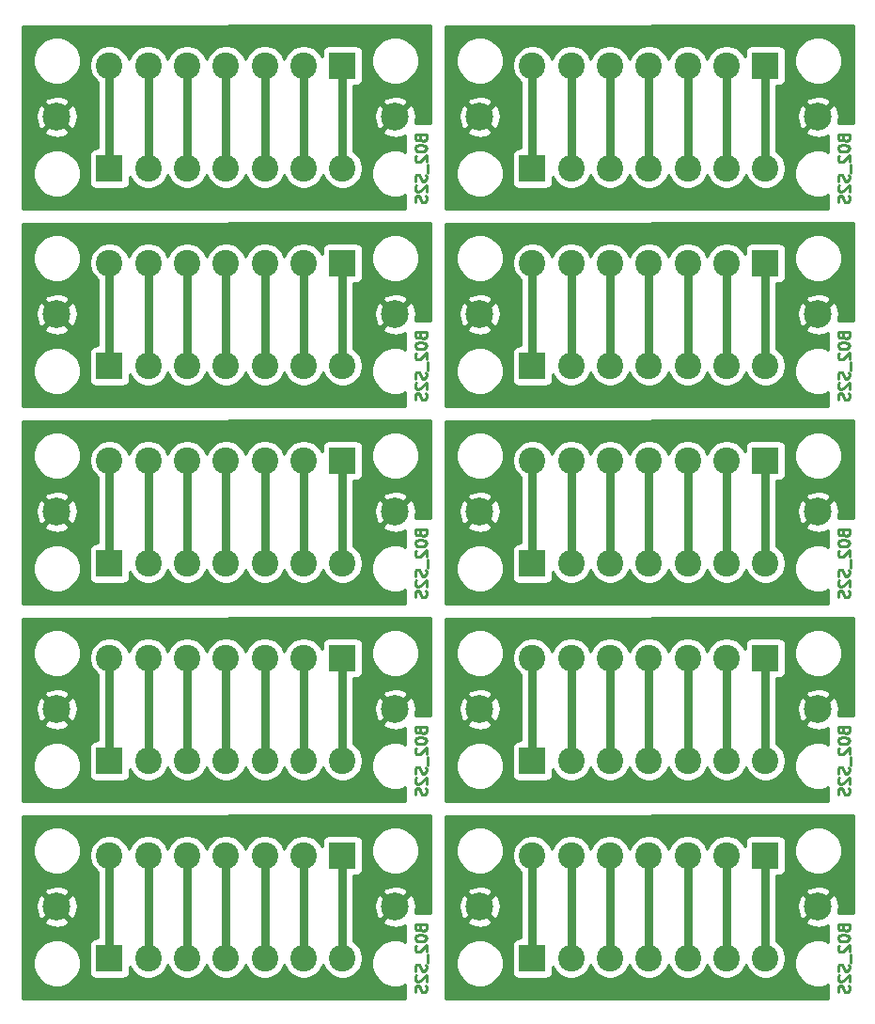
<source format=gbr>
G04 #@! TF.GenerationSoftware,KiCad,Pcbnew,5.1.5-52549c5~86~ubuntu18.04.1*
G04 #@! TF.CreationDate,2020-09-06T14:29:22-05:00*
G04 #@! TF.ProjectId,,58585858-5858-4585-9858-585858585858,rev?*
G04 #@! TF.SameCoordinates,Original*
G04 #@! TF.FileFunction,Copper,L2,Bot*
G04 #@! TF.FilePolarity,Positive*
%FSLAX46Y46*%
G04 Gerber Fmt 4.6, Leading zero omitted, Abs format (unit mm)*
G04 Created by KiCad (PCBNEW 5.1.5-52549c5~86~ubuntu18.04.1) date 2020-09-06 14:29:22*
%MOMM*%
%LPD*%
G04 APERTURE LIST*
%ADD10C,0.250000*%
%ADD11R,2.400000X2.400000*%
%ADD12C,2.400000*%
%ADD13C,2.499360*%
%ADD14C,0.750000*%
%ADD15C,0.254000*%
G04 APERTURE END LIST*
D10*
X167111371Y-152147923D02*
X167158990Y-152290780D01*
X167206609Y-152338400D01*
X167301847Y-152386019D01*
X167444704Y-152386019D01*
X167539942Y-152338400D01*
X167587561Y-152290780D01*
X167635180Y-152195542D01*
X167635180Y-151814590D01*
X166635180Y-151814590D01*
X166635180Y-152147923D01*
X166682800Y-152243161D01*
X166730419Y-152290780D01*
X166825657Y-152338400D01*
X166920895Y-152338400D01*
X167016133Y-152290780D01*
X167063752Y-152243161D01*
X167111371Y-152147923D01*
X167111371Y-151814590D01*
X166635180Y-153005066D02*
X166635180Y-153100304D01*
X166682800Y-153195542D01*
X166730419Y-153243161D01*
X166825657Y-153290780D01*
X167016133Y-153338400D01*
X167254228Y-153338400D01*
X167444704Y-153290780D01*
X167539942Y-153243161D01*
X167587561Y-153195542D01*
X167635180Y-153100304D01*
X167635180Y-153005066D01*
X167587561Y-152909828D01*
X167539942Y-152862209D01*
X167444704Y-152814590D01*
X167254228Y-152766971D01*
X167016133Y-152766971D01*
X166825657Y-152814590D01*
X166730419Y-152862209D01*
X166682800Y-152909828D01*
X166635180Y-153005066D01*
X166730419Y-153719352D02*
X166682800Y-153766971D01*
X166635180Y-153862209D01*
X166635180Y-154100304D01*
X166682800Y-154195542D01*
X166730419Y-154243161D01*
X166825657Y-154290780D01*
X166920895Y-154290780D01*
X167063752Y-154243161D01*
X167635180Y-153671733D01*
X167635180Y-154290780D01*
X167730419Y-154481257D02*
X167730419Y-155243161D01*
X167587561Y-155433638D02*
X167635180Y-155576495D01*
X167635180Y-155814590D01*
X167587561Y-155909828D01*
X167539942Y-155957447D01*
X167444704Y-156005066D01*
X167349466Y-156005066D01*
X167254228Y-155957447D01*
X167206609Y-155909828D01*
X167158990Y-155814590D01*
X167111371Y-155624114D01*
X167063752Y-155528876D01*
X167016133Y-155481257D01*
X166920895Y-155433638D01*
X166825657Y-155433638D01*
X166730419Y-155481257D01*
X166682800Y-155528876D01*
X166635180Y-155624114D01*
X166635180Y-155862209D01*
X166682800Y-156005066D01*
X166730419Y-156386019D02*
X166682800Y-156433638D01*
X166635180Y-156528876D01*
X166635180Y-156766971D01*
X166682800Y-156862209D01*
X166730419Y-156909828D01*
X166825657Y-156957447D01*
X166920895Y-156957447D01*
X167063752Y-156909828D01*
X167635180Y-156338400D01*
X167635180Y-156957447D01*
X167587561Y-157338400D02*
X167635180Y-157481257D01*
X167635180Y-157719352D01*
X167587561Y-157814590D01*
X167539942Y-157862209D01*
X167444704Y-157909828D01*
X167349466Y-157909828D01*
X167254228Y-157862209D01*
X167206609Y-157814590D01*
X167158990Y-157719352D01*
X167111371Y-157528876D01*
X167063752Y-157433638D01*
X167016133Y-157386019D01*
X166920895Y-157338400D01*
X166825657Y-157338400D01*
X166730419Y-157386019D01*
X166682800Y-157433638D01*
X166635180Y-157528876D01*
X166635180Y-157766971D01*
X166682800Y-157909828D01*
X129011371Y-152147923D02*
X129058990Y-152290780D01*
X129106609Y-152338400D01*
X129201847Y-152386019D01*
X129344704Y-152386019D01*
X129439942Y-152338400D01*
X129487561Y-152290780D01*
X129535180Y-152195542D01*
X129535180Y-151814590D01*
X128535180Y-151814590D01*
X128535180Y-152147923D01*
X128582800Y-152243161D01*
X128630419Y-152290780D01*
X128725657Y-152338400D01*
X128820895Y-152338400D01*
X128916133Y-152290780D01*
X128963752Y-152243161D01*
X129011371Y-152147923D01*
X129011371Y-151814590D01*
X128535180Y-153005066D02*
X128535180Y-153100304D01*
X128582800Y-153195542D01*
X128630419Y-153243161D01*
X128725657Y-153290780D01*
X128916133Y-153338400D01*
X129154228Y-153338400D01*
X129344704Y-153290780D01*
X129439942Y-153243161D01*
X129487561Y-153195542D01*
X129535180Y-153100304D01*
X129535180Y-153005066D01*
X129487561Y-152909828D01*
X129439942Y-152862209D01*
X129344704Y-152814590D01*
X129154228Y-152766971D01*
X128916133Y-152766971D01*
X128725657Y-152814590D01*
X128630419Y-152862209D01*
X128582800Y-152909828D01*
X128535180Y-153005066D01*
X128630419Y-153719352D02*
X128582800Y-153766971D01*
X128535180Y-153862209D01*
X128535180Y-154100304D01*
X128582800Y-154195542D01*
X128630419Y-154243161D01*
X128725657Y-154290780D01*
X128820895Y-154290780D01*
X128963752Y-154243161D01*
X129535180Y-153671733D01*
X129535180Y-154290780D01*
X129630419Y-154481257D02*
X129630419Y-155243161D01*
X129487561Y-155433638D02*
X129535180Y-155576495D01*
X129535180Y-155814590D01*
X129487561Y-155909828D01*
X129439942Y-155957447D01*
X129344704Y-156005066D01*
X129249466Y-156005066D01*
X129154228Y-155957447D01*
X129106609Y-155909828D01*
X129058990Y-155814590D01*
X129011371Y-155624114D01*
X128963752Y-155528876D01*
X128916133Y-155481257D01*
X128820895Y-155433638D01*
X128725657Y-155433638D01*
X128630419Y-155481257D01*
X128582800Y-155528876D01*
X128535180Y-155624114D01*
X128535180Y-155862209D01*
X128582800Y-156005066D01*
X128630419Y-156386019D02*
X128582800Y-156433638D01*
X128535180Y-156528876D01*
X128535180Y-156766971D01*
X128582800Y-156862209D01*
X128630419Y-156909828D01*
X128725657Y-156957447D01*
X128820895Y-156957447D01*
X128963752Y-156909828D01*
X129535180Y-156338400D01*
X129535180Y-156957447D01*
X129487561Y-157338400D02*
X129535180Y-157481257D01*
X129535180Y-157719352D01*
X129487561Y-157814590D01*
X129439942Y-157862209D01*
X129344704Y-157909828D01*
X129249466Y-157909828D01*
X129154228Y-157862209D01*
X129106609Y-157814590D01*
X129058990Y-157719352D01*
X129011371Y-157528876D01*
X128963752Y-157433638D01*
X128916133Y-157386019D01*
X128820895Y-157338400D01*
X128725657Y-157338400D01*
X128630419Y-157386019D01*
X128582800Y-157433638D01*
X128535180Y-157528876D01*
X128535180Y-157766971D01*
X128582800Y-157909828D01*
X167111371Y-134367923D02*
X167158990Y-134510780D01*
X167206609Y-134558400D01*
X167301847Y-134606019D01*
X167444704Y-134606019D01*
X167539942Y-134558400D01*
X167587561Y-134510780D01*
X167635180Y-134415542D01*
X167635180Y-134034590D01*
X166635180Y-134034590D01*
X166635180Y-134367923D01*
X166682800Y-134463161D01*
X166730419Y-134510780D01*
X166825657Y-134558400D01*
X166920895Y-134558400D01*
X167016133Y-134510780D01*
X167063752Y-134463161D01*
X167111371Y-134367923D01*
X167111371Y-134034590D01*
X166635180Y-135225066D02*
X166635180Y-135320304D01*
X166682800Y-135415542D01*
X166730419Y-135463161D01*
X166825657Y-135510780D01*
X167016133Y-135558400D01*
X167254228Y-135558400D01*
X167444704Y-135510780D01*
X167539942Y-135463161D01*
X167587561Y-135415542D01*
X167635180Y-135320304D01*
X167635180Y-135225066D01*
X167587561Y-135129828D01*
X167539942Y-135082209D01*
X167444704Y-135034590D01*
X167254228Y-134986971D01*
X167016133Y-134986971D01*
X166825657Y-135034590D01*
X166730419Y-135082209D01*
X166682800Y-135129828D01*
X166635180Y-135225066D01*
X166730419Y-135939352D02*
X166682800Y-135986971D01*
X166635180Y-136082209D01*
X166635180Y-136320304D01*
X166682800Y-136415542D01*
X166730419Y-136463161D01*
X166825657Y-136510780D01*
X166920895Y-136510780D01*
X167063752Y-136463161D01*
X167635180Y-135891733D01*
X167635180Y-136510780D01*
X167730419Y-136701257D02*
X167730419Y-137463161D01*
X167587561Y-137653638D02*
X167635180Y-137796495D01*
X167635180Y-138034590D01*
X167587561Y-138129828D01*
X167539942Y-138177447D01*
X167444704Y-138225066D01*
X167349466Y-138225066D01*
X167254228Y-138177447D01*
X167206609Y-138129828D01*
X167158990Y-138034590D01*
X167111371Y-137844114D01*
X167063752Y-137748876D01*
X167016133Y-137701257D01*
X166920895Y-137653638D01*
X166825657Y-137653638D01*
X166730419Y-137701257D01*
X166682800Y-137748876D01*
X166635180Y-137844114D01*
X166635180Y-138082209D01*
X166682800Y-138225066D01*
X166730419Y-138606019D02*
X166682800Y-138653638D01*
X166635180Y-138748876D01*
X166635180Y-138986971D01*
X166682800Y-139082209D01*
X166730419Y-139129828D01*
X166825657Y-139177447D01*
X166920895Y-139177447D01*
X167063752Y-139129828D01*
X167635180Y-138558400D01*
X167635180Y-139177447D01*
X167587561Y-139558400D02*
X167635180Y-139701257D01*
X167635180Y-139939352D01*
X167587561Y-140034590D01*
X167539942Y-140082209D01*
X167444704Y-140129828D01*
X167349466Y-140129828D01*
X167254228Y-140082209D01*
X167206609Y-140034590D01*
X167158990Y-139939352D01*
X167111371Y-139748876D01*
X167063752Y-139653638D01*
X167016133Y-139606019D01*
X166920895Y-139558400D01*
X166825657Y-139558400D01*
X166730419Y-139606019D01*
X166682800Y-139653638D01*
X166635180Y-139748876D01*
X166635180Y-139986971D01*
X166682800Y-140129828D01*
X129011371Y-134367923D02*
X129058990Y-134510780D01*
X129106609Y-134558400D01*
X129201847Y-134606019D01*
X129344704Y-134606019D01*
X129439942Y-134558400D01*
X129487561Y-134510780D01*
X129535180Y-134415542D01*
X129535180Y-134034590D01*
X128535180Y-134034590D01*
X128535180Y-134367923D01*
X128582800Y-134463161D01*
X128630419Y-134510780D01*
X128725657Y-134558400D01*
X128820895Y-134558400D01*
X128916133Y-134510780D01*
X128963752Y-134463161D01*
X129011371Y-134367923D01*
X129011371Y-134034590D01*
X128535180Y-135225066D02*
X128535180Y-135320304D01*
X128582800Y-135415542D01*
X128630419Y-135463161D01*
X128725657Y-135510780D01*
X128916133Y-135558400D01*
X129154228Y-135558400D01*
X129344704Y-135510780D01*
X129439942Y-135463161D01*
X129487561Y-135415542D01*
X129535180Y-135320304D01*
X129535180Y-135225066D01*
X129487561Y-135129828D01*
X129439942Y-135082209D01*
X129344704Y-135034590D01*
X129154228Y-134986971D01*
X128916133Y-134986971D01*
X128725657Y-135034590D01*
X128630419Y-135082209D01*
X128582800Y-135129828D01*
X128535180Y-135225066D01*
X128630419Y-135939352D02*
X128582800Y-135986971D01*
X128535180Y-136082209D01*
X128535180Y-136320304D01*
X128582800Y-136415542D01*
X128630419Y-136463161D01*
X128725657Y-136510780D01*
X128820895Y-136510780D01*
X128963752Y-136463161D01*
X129535180Y-135891733D01*
X129535180Y-136510780D01*
X129630419Y-136701257D02*
X129630419Y-137463161D01*
X129487561Y-137653638D02*
X129535180Y-137796495D01*
X129535180Y-138034590D01*
X129487561Y-138129828D01*
X129439942Y-138177447D01*
X129344704Y-138225066D01*
X129249466Y-138225066D01*
X129154228Y-138177447D01*
X129106609Y-138129828D01*
X129058990Y-138034590D01*
X129011371Y-137844114D01*
X128963752Y-137748876D01*
X128916133Y-137701257D01*
X128820895Y-137653638D01*
X128725657Y-137653638D01*
X128630419Y-137701257D01*
X128582800Y-137748876D01*
X128535180Y-137844114D01*
X128535180Y-138082209D01*
X128582800Y-138225066D01*
X128630419Y-138606019D02*
X128582800Y-138653638D01*
X128535180Y-138748876D01*
X128535180Y-138986971D01*
X128582800Y-139082209D01*
X128630419Y-139129828D01*
X128725657Y-139177447D01*
X128820895Y-139177447D01*
X128963752Y-139129828D01*
X129535180Y-138558400D01*
X129535180Y-139177447D01*
X129487561Y-139558400D02*
X129535180Y-139701257D01*
X129535180Y-139939352D01*
X129487561Y-140034590D01*
X129439942Y-140082209D01*
X129344704Y-140129828D01*
X129249466Y-140129828D01*
X129154228Y-140082209D01*
X129106609Y-140034590D01*
X129058990Y-139939352D01*
X129011371Y-139748876D01*
X128963752Y-139653638D01*
X128916133Y-139606019D01*
X128820895Y-139558400D01*
X128725657Y-139558400D01*
X128630419Y-139606019D01*
X128582800Y-139653638D01*
X128535180Y-139748876D01*
X128535180Y-139986971D01*
X128582800Y-140129828D01*
X167111371Y-116587923D02*
X167158990Y-116730780D01*
X167206609Y-116778400D01*
X167301847Y-116826019D01*
X167444704Y-116826019D01*
X167539942Y-116778400D01*
X167587561Y-116730780D01*
X167635180Y-116635542D01*
X167635180Y-116254590D01*
X166635180Y-116254590D01*
X166635180Y-116587923D01*
X166682800Y-116683161D01*
X166730419Y-116730780D01*
X166825657Y-116778400D01*
X166920895Y-116778400D01*
X167016133Y-116730780D01*
X167063752Y-116683161D01*
X167111371Y-116587923D01*
X167111371Y-116254590D01*
X166635180Y-117445066D02*
X166635180Y-117540304D01*
X166682800Y-117635542D01*
X166730419Y-117683161D01*
X166825657Y-117730780D01*
X167016133Y-117778400D01*
X167254228Y-117778400D01*
X167444704Y-117730780D01*
X167539942Y-117683161D01*
X167587561Y-117635542D01*
X167635180Y-117540304D01*
X167635180Y-117445066D01*
X167587561Y-117349828D01*
X167539942Y-117302209D01*
X167444704Y-117254590D01*
X167254228Y-117206971D01*
X167016133Y-117206971D01*
X166825657Y-117254590D01*
X166730419Y-117302209D01*
X166682800Y-117349828D01*
X166635180Y-117445066D01*
X166730419Y-118159352D02*
X166682800Y-118206971D01*
X166635180Y-118302209D01*
X166635180Y-118540304D01*
X166682800Y-118635542D01*
X166730419Y-118683161D01*
X166825657Y-118730780D01*
X166920895Y-118730780D01*
X167063752Y-118683161D01*
X167635180Y-118111733D01*
X167635180Y-118730780D01*
X167730419Y-118921257D02*
X167730419Y-119683161D01*
X167587561Y-119873638D02*
X167635180Y-120016495D01*
X167635180Y-120254590D01*
X167587561Y-120349828D01*
X167539942Y-120397447D01*
X167444704Y-120445066D01*
X167349466Y-120445066D01*
X167254228Y-120397447D01*
X167206609Y-120349828D01*
X167158990Y-120254590D01*
X167111371Y-120064114D01*
X167063752Y-119968876D01*
X167016133Y-119921257D01*
X166920895Y-119873638D01*
X166825657Y-119873638D01*
X166730419Y-119921257D01*
X166682800Y-119968876D01*
X166635180Y-120064114D01*
X166635180Y-120302209D01*
X166682800Y-120445066D01*
X166730419Y-120826019D02*
X166682800Y-120873638D01*
X166635180Y-120968876D01*
X166635180Y-121206971D01*
X166682800Y-121302209D01*
X166730419Y-121349828D01*
X166825657Y-121397447D01*
X166920895Y-121397447D01*
X167063752Y-121349828D01*
X167635180Y-120778400D01*
X167635180Y-121397447D01*
X167587561Y-121778400D02*
X167635180Y-121921257D01*
X167635180Y-122159352D01*
X167587561Y-122254590D01*
X167539942Y-122302209D01*
X167444704Y-122349828D01*
X167349466Y-122349828D01*
X167254228Y-122302209D01*
X167206609Y-122254590D01*
X167158990Y-122159352D01*
X167111371Y-121968876D01*
X167063752Y-121873638D01*
X167016133Y-121826019D01*
X166920895Y-121778400D01*
X166825657Y-121778400D01*
X166730419Y-121826019D01*
X166682800Y-121873638D01*
X166635180Y-121968876D01*
X166635180Y-122206971D01*
X166682800Y-122349828D01*
X129011371Y-116587923D02*
X129058990Y-116730780D01*
X129106609Y-116778400D01*
X129201847Y-116826019D01*
X129344704Y-116826019D01*
X129439942Y-116778400D01*
X129487561Y-116730780D01*
X129535180Y-116635542D01*
X129535180Y-116254590D01*
X128535180Y-116254590D01*
X128535180Y-116587923D01*
X128582800Y-116683161D01*
X128630419Y-116730780D01*
X128725657Y-116778400D01*
X128820895Y-116778400D01*
X128916133Y-116730780D01*
X128963752Y-116683161D01*
X129011371Y-116587923D01*
X129011371Y-116254590D01*
X128535180Y-117445066D02*
X128535180Y-117540304D01*
X128582800Y-117635542D01*
X128630419Y-117683161D01*
X128725657Y-117730780D01*
X128916133Y-117778400D01*
X129154228Y-117778400D01*
X129344704Y-117730780D01*
X129439942Y-117683161D01*
X129487561Y-117635542D01*
X129535180Y-117540304D01*
X129535180Y-117445066D01*
X129487561Y-117349828D01*
X129439942Y-117302209D01*
X129344704Y-117254590D01*
X129154228Y-117206971D01*
X128916133Y-117206971D01*
X128725657Y-117254590D01*
X128630419Y-117302209D01*
X128582800Y-117349828D01*
X128535180Y-117445066D01*
X128630419Y-118159352D02*
X128582800Y-118206971D01*
X128535180Y-118302209D01*
X128535180Y-118540304D01*
X128582800Y-118635542D01*
X128630419Y-118683161D01*
X128725657Y-118730780D01*
X128820895Y-118730780D01*
X128963752Y-118683161D01*
X129535180Y-118111733D01*
X129535180Y-118730780D01*
X129630419Y-118921257D02*
X129630419Y-119683161D01*
X129487561Y-119873638D02*
X129535180Y-120016495D01*
X129535180Y-120254590D01*
X129487561Y-120349828D01*
X129439942Y-120397447D01*
X129344704Y-120445066D01*
X129249466Y-120445066D01*
X129154228Y-120397447D01*
X129106609Y-120349828D01*
X129058990Y-120254590D01*
X129011371Y-120064114D01*
X128963752Y-119968876D01*
X128916133Y-119921257D01*
X128820895Y-119873638D01*
X128725657Y-119873638D01*
X128630419Y-119921257D01*
X128582800Y-119968876D01*
X128535180Y-120064114D01*
X128535180Y-120302209D01*
X128582800Y-120445066D01*
X128630419Y-120826019D02*
X128582800Y-120873638D01*
X128535180Y-120968876D01*
X128535180Y-121206971D01*
X128582800Y-121302209D01*
X128630419Y-121349828D01*
X128725657Y-121397447D01*
X128820895Y-121397447D01*
X128963752Y-121349828D01*
X129535180Y-120778400D01*
X129535180Y-121397447D01*
X129487561Y-121778400D02*
X129535180Y-121921257D01*
X129535180Y-122159352D01*
X129487561Y-122254590D01*
X129439942Y-122302209D01*
X129344704Y-122349828D01*
X129249466Y-122349828D01*
X129154228Y-122302209D01*
X129106609Y-122254590D01*
X129058990Y-122159352D01*
X129011371Y-121968876D01*
X128963752Y-121873638D01*
X128916133Y-121826019D01*
X128820895Y-121778400D01*
X128725657Y-121778400D01*
X128630419Y-121826019D01*
X128582800Y-121873638D01*
X128535180Y-121968876D01*
X128535180Y-122206971D01*
X128582800Y-122349828D01*
X167111371Y-98807923D02*
X167158990Y-98950780D01*
X167206609Y-98998400D01*
X167301847Y-99046019D01*
X167444704Y-99046019D01*
X167539942Y-98998400D01*
X167587561Y-98950780D01*
X167635180Y-98855542D01*
X167635180Y-98474590D01*
X166635180Y-98474590D01*
X166635180Y-98807923D01*
X166682800Y-98903161D01*
X166730419Y-98950780D01*
X166825657Y-98998400D01*
X166920895Y-98998400D01*
X167016133Y-98950780D01*
X167063752Y-98903161D01*
X167111371Y-98807923D01*
X167111371Y-98474590D01*
X166635180Y-99665066D02*
X166635180Y-99760304D01*
X166682800Y-99855542D01*
X166730419Y-99903161D01*
X166825657Y-99950780D01*
X167016133Y-99998400D01*
X167254228Y-99998400D01*
X167444704Y-99950780D01*
X167539942Y-99903161D01*
X167587561Y-99855542D01*
X167635180Y-99760304D01*
X167635180Y-99665066D01*
X167587561Y-99569828D01*
X167539942Y-99522209D01*
X167444704Y-99474590D01*
X167254228Y-99426971D01*
X167016133Y-99426971D01*
X166825657Y-99474590D01*
X166730419Y-99522209D01*
X166682800Y-99569828D01*
X166635180Y-99665066D01*
X166730419Y-100379352D02*
X166682800Y-100426971D01*
X166635180Y-100522209D01*
X166635180Y-100760304D01*
X166682800Y-100855542D01*
X166730419Y-100903161D01*
X166825657Y-100950780D01*
X166920895Y-100950780D01*
X167063752Y-100903161D01*
X167635180Y-100331733D01*
X167635180Y-100950780D01*
X167730419Y-101141257D02*
X167730419Y-101903161D01*
X167587561Y-102093638D02*
X167635180Y-102236495D01*
X167635180Y-102474590D01*
X167587561Y-102569828D01*
X167539942Y-102617447D01*
X167444704Y-102665066D01*
X167349466Y-102665066D01*
X167254228Y-102617447D01*
X167206609Y-102569828D01*
X167158990Y-102474590D01*
X167111371Y-102284114D01*
X167063752Y-102188876D01*
X167016133Y-102141257D01*
X166920895Y-102093638D01*
X166825657Y-102093638D01*
X166730419Y-102141257D01*
X166682800Y-102188876D01*
X166635180Y-102284114D01*
X166635180Y-102522209D01*
X166682800Y-102665066D01*
X166730419Y-103046019D02*
X166682800Y-103093638D01*
X166635180Y-103188876D01*
X166635180Y-103426971D01*
X166682800Y-103522209D01*
X166730419Y-103569828D01*
X166825657Y-103617447D01*
X166920895Y-103617447D01*
X167063752Y-103569828D01*
X167635180Y-102998400D01*
X167635180Y-103617447D01*
X167587561Y-103998400D02*
X167635180Y-104141257D01*
X167635180Y-104379352D01*
X167587561Y-104474590D01*
X167539942Y-104522209D01*
X167444704Y-104569828D01*
X167349466Y-104569828D01*
X167254228Y-104522209D01*
X167206609Y-104474590D01*
X167158990Y-104379352D01*
X167111371Y-104188876D01*
X167063752Y-104093638D01*
X167016133Y-104046019D01*
X166920895Y-103998400D01*
X166825657Y-103998400D01*
X166730419Y-104046019D01*
X166682800Y-104093638D01*
X166635180Y-104188876D01*
X166635180Y-104426971D01*
X166682800Y-104569828D01*
X129011371Y-98807923D02*
X129058990Y-98950780D01*
X129106609Y-98998400D01*
X129201847Y-99046019D01*
X129344704Y-99046019D01*
X129439942Y-98998400D01*
X129487561Y-98950780D01*
X129535180Y-98855542D01*
X129535180Y-98474590D01*
X128535180Y-98474590D01*
X128535180Y-98807923D01*
X128582800Y-98903161D01*
X128630419Y-98950780D01*
X128725657Y-98998400D01*
X128820895Y-98998400D01*
X128916133Y-98950780D01*
X128963752Y-98903161D01*
X129011371Y-98807923D01*
X129011371Y-98474590D01*
X128535180Y-99665066D02*
X128535180Y-99760304D01*
X128582800Y-99855542D01*
X128630419Y-99903161D01*
X128725657Y-99950780D01*
X128916133Y-99998400D01*
X129154228Y-99998400D01*
X129344704Y-99950780D01*
X129439942Y-99903161D01*
X129487561Y-99855542D01*
X129535180Y-99760304D01*
X129535180Y-99665066D01*
X129487561Y-99569828D01*
X129439942Y-99522209D01*
X129344704Y-99474590D01*
X129154228Y-99426971D01*
X128916133Y-99426971D01*
X128725657Y-99474590D01*
X128630419Y-99522209D01*
X128582800Y-99569828D01*
X128535180Y-99665066D01*
X128630419Y-100379352D02*
X128582800Y-100426971D01*
X128535180Y-100522209D01*
X128535180Y-100760304D01*
X128582800Y-100855542D01*
X128630419Y-100903161D01*
X128725657Y-100950780D01*
X128820895Y-100950780D01*
X128963752Y-100903161D01*
X129535180Y-100331733D01*
X129535180Y-100950780D01*
X129630419Y-101141257D02*
X129630419Y-101903161D01*
X129487561Y-102093638D02*
X129535180Y-102236495D01*
X129535180Y-102474590D01*
X129487561Y-102569828D01*
X129439942Y-102617447D01*
X129344704Y-102665066D01*
X129249466Y-102665066D01*
X129154228Y-102617447D01*
X129106609Y-102569828D01*
X129058990Y-102474590D01*
X129011371Y-102284114D01*
X128963752Y-102188876D01*
X128916133Y-102141257D01*
X128820895Y-102093638D01*
X128725657Y-102093638D01*
X128630419Y-102141257D01*
X128582800Y-102188876D01*
X128535180Y-102284114D01*
X128535180Y-102522209D01*
X128582800Y-102665066D01*
X128630419Y-103046019D02*
X128582800Y-103093638D01*
X128535180Y-103188876D01*
X128535180Y-103426971D01*
X128582800Y-103522209D01*
X128630419Y-103569828D01*
X128725657Y-103617447D01*
X128820895Y-103617447D01*
X128963752Y-103569828D01*
X129535180Y-102998400D01*
X129535180Y-103617447D01*
X129487561Y-103998400D02*
X129535180Y-104141257D01*
X129535180Y-104379352D01*
X129487561Y-104474590D01*
X129439942Y-104522209D01*
X129344704Y-104569828D01*
X129249466Y-104569828D01*
X129154228Y-104522209D01*
X129106609Y-104474590D01*
X129058990Y-104379352D01*
X129011371Y-104188876D01*
X128963752Y-104093638D01*
X128916133Y-104046019D01*
X128820895Y-103998400D01*
X128725657Y-103998400D01*
X128630419Y-104046019D01*
X128582800Y-104093638D01*
X128535180Y-104188876D01*
X128535180Y-104426971D01*
X128582800Y-104569828D01*
X167111371Y-81027923D02*
X167158990Y-81170780D01*
X167206609Y-81218400D01*
X167301847Y-81266019D01*
X167444704Y-81266019D01*
X167539942Y-81218400D01*
X167587561Y-81170780D01*
X167635180Y-81075542D01*
X167635180Y-80694590D01*
X166635180Y-80694590D01*
X166635180Y-81027923D01*
X166682800Y-81123161D01*
X166730419Y-81170780D01*
X166825657Y-81218400D01*
X166920895Y-81218400D01*
X167016133Y-81170780D01*
X167063752Y-81123161D01*
X167111371Y-81027923D01*
X167111371Y-80694590D01*
X166635180Y-81885066D02*
X166635180Y-81980304D01*
X166682800Y-82075542D01*
X166730419Y-82123161D01*
X166825657Y-82170780D01*
X167016133Y-82218400D01*
X167254228Y-82218400D01*
X167444704Y-82170780D01*
X167539942Y-82123161D01*
X167587561Y-82075542D01*
X167635180Y-81980304D01*
X167635180Y-81885066D01*
X167587561Y-81789828D01*
X167539942Y-81742209D01*
X167444704Y-81694590D01*
X167254228Y-81646971D01*
X167016133Y-81646971D01*
X166825657Y-81694590D01*
X166730419Y-81742209D01*
X166682800Y-81789828D01*
X166635180Y-81885066D01*
X166730419Y-82599352D02*
X166682800Y-82646971D01*
X166635180Y-82742209D01*
X166635180Y-82980304D01*
X166682800Y-83075542D01*
X166730419Y-83123161D01*
X166825657Y-83170780D01*
X166920895Y-83170780D01*
X167063752Y-83123161D01*
X167635180Y-82551733D01*
X167635180Y-83170780D01*
X167730419Y-83361257D02*
X167730419Y-84123161D01*
X167587561Y-84313638D02*
X167635180Y-84456495D01*
X167635180Y-84694590D01*
X167587561Y-84789828D01*
X167539942Y-84837447D01*
X167444704Y-84885066D01*
X167349466Y-84885066D01*
X167254228Y-84837447D01*
X167206609Y-84789828D01*
X167158990Y-84694590D01*
X167111371Y-84504114D01*
X167063752Y-84408876D01*
X167016133Y-84361257D01*
X166920895Y-84313638D01*
X166825657Y-84313638D01*
X166730419Y-84361257D01*
X166682800Y-84408876D01*
X166635180Y-84504114D01*
X166635180Y-84742209D01*
X166682800Y-84885066D01*
X166730419Y-85266019D02*
X166682800Y-85313638D01*
X166635180Y-85408876D01*
X166635180Y-85646971D01*
X166682800Y-85742209D01*
X166730419Y-85789828D01*
X166825657Y-85837447D01*
X166920895Y-85837447D01*
X167063752Y-85789828D01*
X167635180Y-85218400D01*
X167635180Y-85837447D01*
X167587561Y-86218400D02*
X167635180Y-86361257D01*
X167635180Y-86599352D01*
X167587561Y-86694590D01*
X167539942Y-86742209D01*
X167444704Y-86789828D01*
X167349466Y-86789828D01*
X167254228Y-86742209D01*
X167206609Y-86694590D01*
X167158990Y-86599352D01*
X167111371Y-86408876D01*
X167063752Y-86313638D01*
X167016133Y-86266019D01*
X166920895Y-86218400D01*
X166825657Y-86218400D01*
X166730419Y-86266019D01*
X166682800Y-86313638D01*
X166635180Y-86408876D01*
X166635180Y-86646971D01*
X166682800Y-86789828D01*
X129011371Y-81027923D02*
X129058990Y-81170780D01*
X129106609Y-81218400D01*
X129201847Y-81266019D01*
X129344704Y-81266019D01*
X129439942Y-81218400D01*
X129487561Y-81170780D01*
X129535180Y-81075542D01*
X129535180Y-80694590D01*
X128535180Y-80694590D01*
X128535180Y-81027923D01*
X128582800Y-81123161D01*
X128630419Y-81170780D01*
X128725657Y-81218400D01*
X128820895Y-81218400D01*
X128916133Y-81170780D01*
X128963752Y-81123161D01*
X129011371Y-81027923D01*
X129011371Y-80694590D01*
X128535180Y-81885066D02*
X128535180Y-81980304D01*
X128582800Y-82075542D01*
X128630419Y-82123161D01*
X128725657Y-82170780D01*
X128916133Y-82218400D01*
X129154228Y-82218400D01*
X129344704Y-82170780D01*
X129439942Y-82123161D01*
X129487561Y-82075542D01*
X129535180Y-81980304D01*
X129535180Y-81885066D01*
X129487561Y-81789828D01*
X129439942Y-81742209D01*
X129344704Y-81694590D01*
X129154228Y-81646971D01*
X128916133Y-81646971D01*
X128725657Y-81694590D01*
X128630419Y-81742209D01*
X128582800Y-81789828D01*
X128535180Y-81885066D01*
X128630419Y-82599352D02*
X128582800Y-82646971D01*
X128535180Y-82742209D01*
X128535180Y-82980304D01*
X128582800Y-83075542D01*
X128630419Y-83123161D01*
X128725657Y-83170780D01*
X128820895Y-83170780D01*
X128963752Y-83123161D01*
X129535180Y-82551733D01*
X129535180Y-83170780D01*
X129630419Y-83361257D02*
X129630419Y-84123161D01*
X129487561Y-84313638D02*
X129535180Y-84456495D01*
X129535180Y-84694590D01*
X129487561Y-84789828D01*
X129439942Y-84837447D01*
X129344704Y-84885066D01*
X129249466Y-84885066D01*
X129154228Y-84837447D01*
X129106609Y-84789828D01*
X129058990Y-84694590D01*
X129011371Y-84504114D01*
X128963752Y-84408876D01*
X128916133Y-84361257D01*
X128820895Y-84313638D01*
X128725657Y-84313638D01*
X128630419Y-84361257D01*
X128582800Y-84408876D01*
X128535180Y-84504114D01*
X128535180Y-84742209D01*
X128582800Y-84885066D01*
X128630419Y-85266019D02*
X128582800Y-85313638D01*
X128535180Y-85408876D01*
X128535180Y-85646971D01*
X128582800Y-85742209D01*
X128630419Y-85789828D01*
X128725657Y-85837447D01*
X128820895Y-85837447D01*
X128963752Y-85789828D01*
X129535180Y-85218400D01*
X129535180Y-85837447D01*
X129487561Y-86218400D02*
X129535180Y-86361257D01*
X129535180Y-86599352D01*
X129487561Y-86694590D01*
X129439942Y-86742209D01*
X129344704Y-86789828D01*
X129249466Y-86789828D01*
X129154228Y-86742209D01*
X129106609Y-86694590D01*
X129058990Y-86599352D01*
X129011371Y-86408876D01*
X128963752Y-86313638D01*
X128916133Y-86266019D01*
X128820895Y-86218400D01*
X128725657Y-86218400D01*
X128630419Y-86266019D01*
X128582800Y-86313638D01*
X128535180Y-86408876D01*
X128535180Y-86646971D01*
X128582800Y-86789828D01*
D11*
X139090800Y-154858800D03*
D12*
X142590800Y-154858800D03*
X146090800Y-154858800D03*
X149590800Y-154858800D03*
X153090800Y-154858800D03*
X156590800Y-154858800D03*
X160090800Y-154858800D03*
D11*
X100990800Y-154858800D03*
D12*
X104490800Y-154858800D03*
X107990800Y-154858800D03*
X111490800Y-154858800D03*
X114990800Y-154858800D03*
X118490800Y-154858800D03*
X121990800Y-154858800D03*
D11*
X139090800Y-137078800D03*
D12*
X142590800Y-137078800D03*
X146090800Y-137078800D03*
X149590800Y-137078800D03*
X153090800Y-137078800D03*
X156590800Y-137078800D03*
X160090800Y-137078800D03*
D11*
X100990800Y-137078800D03*
D12*
X104490800Y-137078800D03*
X107990800Y-137078800D03*
X111490800Y-137078800D03*
X114990800Y-137078800D03*
X118490800Y-137078800D03*
X121990800Y-137078800D03*
D11*
X139090800Y-119298800D03*
D12*
X142590800Y-119298800D03*
X146090800Y-119298800D03*
X149590800Y-119298800D03*
X153090800Y-119298800D03*
X156590800Y-119298800D03*
X160090800Y-119298800D03*
D11*
X100990800Y-119298800D03*
D12*
X104490800Y-119298800D03*
X107990800Y-119298800D03*
X111490800Y-119298800D03*
X114990800Y-119298800D03*
X118490800Y-119298800D03*
X121990800Y-119298800D03*
D11*
X139090800Y-101518800D03*
D12*
X142590800Y-101518800D03*
X146090800Y-101518800D03*
X149590800Y-101518800D03*
X153090800Y-101518800D03*
X156590800Y-101518800D03*
X160090800Y-101518800D03*
D11*
X100990800Y-101518800D03*
D12*
X104490800Y-101518800D03*
X107990800Y-101518800D03*
X111490800Y-101518800D03*
X114990800Y-101518800D03*
X118490800Y-101518800D03*
X121990800Y-101518800D03*
D11*
X139090800Y-83738800D03*
D12*
X142590800Y-83738800D03*
X146090800Y-83738800D03*
X149590800Y-83738800D03*
X153090800Y-83738800D03*
X156590800Y-83738800D03*
X160090800Y-83738800D03*
D13*
X164830800Y-150225800D03*
X126730800Y-150225800D03*
X164830800Y-132445800D03*
X126730800Y-132445800D03*
X164830800Y-114665800D03*
X126730800Y-114665800D03*
X164830800Y-96885800D03*
X126730800Y-96885800D03*
X164830800Y-79105800D03*
D11*
X160090800Y-145592800D03*
D12*
X156590800Y-145592800D03*
X153090800Y-145592800D03*
X149590800Y-145592800D03*
X146090800Y-145592800D03*
X142590800Y-145592800D03*
X139090800Y-145592800D03*
D11*
X121990800Y-145592800D03*
D12*
X118490800Y-145592800D03*
X114990800Y-145592800D03*
X111490800Y-145592800D03*
X107990800Y-145592800D03*
X104490800Y-145592800D03*
X100990800Y-145592800D03*
D11*
X160090800Y-127812800D03*
D12*
X156590800Y-127812800D03*
X153090800Y-127812800D03*
X149590800Y-127812800D03*
X146090800Y-127812800D03*
X142590800Y-127812800D03*
X139090800Y-127812800D03*
D11*
X121990800Y-127812800D03*
D12*
X118490800Y-127812800D03*
X114990800Y-127812800D03*
X111490800Y-127812800D03*
X107990800Y-127812800D03*
X104490800Y-127812800D03*
X100990800Y-127812800D03*
D11*
X160090800Y-110032800D03*
D12*
X156590800Y-110032800D03*
X153090800Y-110032800D03*
X149590800Y-110032800D03*
X146090800Y-110032800D03*
X142590800Y-110032800D03*
X139090800Y-110032800D03*
D11*
X121990800Y-110032800D03*
D12*
X118490800Y-110032800D03*
X114990800Y-110032800D03*
X111490800Y-110032800D03*
X107990800Y-110032800D03*
X104490800Y-110032800D03*
X100990800Y-110032800D03*
D11*
X160090800Y-92252800D03*
D12*
X156590800Y-92252800D03*
X153090800Y-92252800D03*
X149590800Y-92252800D03*
X146090800Y-92252800D03*
X142590800Y-92252800D03*
X139090800Y-92252800D03*
D11*
X121990800Y-92252800D03*
D12*
X118490800Y-92252800D03*
X114990800Y-92252800D03*
X111490800Y-92252800D03*
X107990800Y-92252800D03*
X104490800Y-92252800D03*
X100990800Y-92252800D03*
D11*
X160090800Y-74472800D03*
D12*
X156590800Y-74472800D03*
X153090800Y-74472800D03*
X149590800Y-74472800D03*
X146090800Y-74472800D03*
X142590800Y-74472800D03*
X139090800Y-74472800D03*
D13*
X134350800Y-150225800D03*
X96250800Y-150225800D03*
X134350800Y-132445800D03*
X96250800Y-132445800D03*
X134350800Y-114665800D03*
X96250800Y-114665800D03*
X134350800Y-96885800D03*
X96250800Y-96885800D03*
X134350800Y-79105800D03*
D12*
X121990800Y-83738800D03*
X118490800Y-83738800D03*
X114990800Y-83738800D03*
X111490800Y-83738800D03*
X107990800Y-83738800D03*
X104490800Y-83738800D03*
D11*
X100990800Y-83738800D03*
D12*
X100990800Y-74472800D03*
X104490800Y-74472800D03*
X107990800Y-74472800D03*
X111490800Y-74472800D03*
X114990800Y-74472800D03*
X118490800Y-74472800D03*
D11*
X121990800Y-74472800D03*
D13*
X126730800Y-79105800D03*
X96250800Y-79105800D03*
D14*
X100990800Y-83738800D02*
X100990800Y-74472800D01*
X139090800Y-83738800D02*
X139090800Y-74472800D01*
X100990800Y-101518800D02*
X100990800Y-92252800D01*
X139090800Y-101518800D02*
X139090800Y-92252800D01*
X100990800Y-119298800D02*
X100990800Y-110032800D01*
X139090800Y-119298800D02*
X139090800Y-110032800D01*
X100990800Y-137078800D02*
X100990800Y-127812800D01*
X139090800Y-137078800D02*
X139090800Y-127812800D01*
X100990800Y-154858800D02*
X100990800Y-145592800D01*
X139090800Y-154858800D02*
X139090800Y-145592800D01*
X104490800Y-82041744D02*
X104490800Y-74472800D01*
X104490800Y-83738800D02*
X104490800Y-82041744D01*
X142590800Y-83738800D02*
X142590800Y-82041744D01*
X104490800Y-101518800D02*
X104490800Y-99821744D01*
X142590800Y-101518800D02*
X142590800Y-99821744D01*
X104490800Y-119298800D02*
X104490800Y-117601744D01*
X142590800Y-119298800D02*
X142590800Y-117601744D01*
X104490800Y-137078800D02*
X104490800Y-135381744D01*
X142590800Y-137078800D02*
X142590800Y-135381744D01*
X104490800Y-154858800D02*
X104490800Y-153161744D01*
X142590800Y-154858800D02*
X142590800Y-153161744D01*
X142590800Y-82041744D02*
X142590800Y-74472800D01*
X104490800Y-99821744D02*
X104490800Y-92252800D01*
X142590800Y-99821744D02*
X142590800Y-92252800D01*
X104490800Y-117601744D02*
X104490800Y-110032800D01*
X142590800Y-117601744D02*
X142590800Y-110032800D01*
X104490800Y-135381744D02*
X104490800Y-127812800D01*
X142590800Y-135381744D02*
X142590800Y-127812800D01*
X104490800Y-153161744D02*
X104490800Y-145592800D01*
X142590800Y-153161744D02*
X142590800Y-145592800D01*
X107990800Y-82041744D02*
X107990800Y-74472800D01*
X107990800Y-83738800D02*
X107990800Y-82041744D01*
X146090800Y-83738800D02*
X146090800Y-82041744D01*
X107990800Y-101518800D02*
X107990800Y-99821744D01*
X146090800Y-101518800D02*
X146090800Y-99821744D01*
X107990800Y-119298800D02*
X107990800Y-117601744D01*
X146090800Y-119298800D02*
X146090800Y-117601744D01*
X107990800Y-137078800D02*
X107990800Y-135381744D01*
X146090800Y-137078800D02*
X146090800Y-135381744D01*
X107990800Y-154858800D02*
X107990800Y-153161744D01*
X146090800Y-154858800D02*
X146090800Y-153161744D01*
X146090800Y-82041744D02*
X146090800Y-74472800D01*
X107990800Y-99821744D02*
X107990800Y-92252800D01*
X146090800Y-99821744D02*
X146090800Y-92252800D01*
X107990800Y-117601744D02*
X107990800Y-110032800D01*
X146090800Y-117601744D02*
X146090800Y-110032800D01*
X107990800Y-135381744D02*
X107990800Y-127812800D01*
X146090800Y-135381744D02*
X146090800Y-127812800D01*
X107990800Y-153161744D02*
X107990800Y-145592800D01*
X146090800Y-153161744D02*
X146090800Y-145592800D01*
X111490800Y-83738800D02*
X111490800Y-74472800D01*
X149590800Y-83738800D02*
X149590800Y-74472800D01*
X111490800Y-101518800D02*
X111490800Y-92252800D01*
X149590800Y-101518800D02*
X149590800Y-92252800D01*
X111490800Y-119298800D02*
X111490800Y-110032800D01*
X149590800Y-119298800D02*
X149590800Y-110032800D01*
X111490800Y-137078800D02*
X111490800Y-127812800D01*
X149590800Y-137078800D02*
X149590800Y-127812800D01*
X111490800Y-154858800D02*
X111490800Y-145592800D01*
X149590800Y-154858800D02*
X149590800Y-145592800D01*
X114990800Y-83738800D02*
X114990800Y-74472800D01*
X153090800Y-83738800D02*
X153090800Y-74472800D01*
X114990800Y-101518800D02*
X114990800Y-92252800D01*
X153090800Y-101518800D02*
X153090800Y-92252800D01*
X114990800Y-119298800D02*
X114990800Y-110032800D01*
X153090800Y-119298800D02*
X153090800Y-110032800D01*
X114990800Y-137078800D02*
X114990800Y-127812800D01*
X153090800Y-137078800D02*
X153090800Y-127812800D01*
X114990800Y-154858800D02*
X114990800Y-145592800D01*
X153090800Y-154858800D02*
X153090800Y-145592800D01*
X118490800Y-83738800D02*
X118490800Y-74472800D01*
X156590800Y-83738800D02*
X156590800Y-74472800D01*
X118490800Y-101518800D02*
X118490800Y-92252800D01*
X156590800Y-101518800D02*
X156590800Y-92252800D01*
X118490800Y-119298800D02*
X118490800Y-110032800D01*
X156590800Y-119298800D02*
X156590800Y-110032800D01*
X118490800Y-137078800D02*
X118490800Y-127812800D01*
X156590800Y-137078800D02*
X156590800Y-127812800D01*
X118490800Y-154858800D02*
X118490800Y-145592800D01*
X156590800Y-154858800D02*
X156590800Y-145592800D01*
X121990800Y-83738800D02*
X121990800Y-74472800D01*
X160090800Y-83738800D02*
X160090800Y-74472800D01*
X121990800Y-101518800D02*
X121990800Y-92252800D01*
X160090800Y-101518800D02*
X160090800Y-92252800D01*
X121990800Y-119298800D02*
X121990800Y-110032800D01*
X160090800Y-119298800D02*
X160090800Y-110032800D01*
X121990800Y-137078800D02*
X121990800Y-127812800D01*
X160090800Y-137078800D02*
X160090800Y-127812800D01*
X121990800Y-154858800D02*
X121990800Y-145592800D01*
X160090800Y-154858800D02*
X160090800Y-145592800D01*
D15*
G36*
X129880801Y-79696495D02*
G01*
X128523172Y-79696495D01*
X128597775Y-79423413D01*
X128623865Y-79053081D01*
X128577205Y-78684775D01*
X128459589Y-78332649D01*
X128334115Y-78097904D01*
X128044177Y-77972029D01*
X126910405Y-79105800D01*
X126924548Y-79119942D01*
X126744942Y-79299548D01*
X126730800Y-79285405D01*
X125597029Y-80419177D01*
X125722904Y-80709115D01*
X126055062Y-80874939D01*
X126413187Y-80972775D01*
X126783519Y-80998865D01*
X127151825Y-80952205D01*
X127503951Y-80834589D01*
X127665300Y-80748346D01*
X127665300Y-82261976D01*
X127353556Y-82132847D01*
X126941079Y-82050800D01*
X126520521Y-82050800D01*
X126108044Y-82132847D01*
X125719498Y-82293788D01*
X125369817Y-82527437D01*
X125072437Y-82824817D01*
X124838788Y-83174498D01*
X124677847Y-83563044D01*
X124595800Y-83975521D01*
X124595800Y-84396079D01*
X124677847Y-84808556D01*
X124838788Y-85197102D01*
X125072437Y-85546783D01*
X125369817Y-85844163D01*
X125719498Y-86077812D01*
X126108044Y-86238753D01*
X126520521Y-86320800D01*
X126941079Y-86320800D01*
X127353556Y-86238753D01*
X127665300Y-86109624D01*
X127665300Y-87335800D01*
X93166870Y-87335800D01*
X93161779Y-83975521D01*
X94115800Y-83975521D01*
X94115800Y-84396079D01*
X94197847Y-84808556D01*
X94358788Y-85197102D01*
X94592437Y-85546783D01*
X94889817Y-85844163D01*
X95239498Y-86077812D01*
X95628044Y-86238753D01*
X96040521Y-86320800D01*
X96461079Y-86320800D01*
X96873556Y-86238753D01*
X97262102Y-86077812D01*
X97611783Y-85844163D01*
X97909163Y-85546783D01*
X98142812Y-85197102D01*
X98303753Y-84808556D01*
X98385800Y-84396079D01*
X98385800Y-83975521D01*
X98303753Y-83563044D01*
X98142812Y-83174498D01*
X97909163Y-82824817D01*
X97623146Y-82538800D01*
X99152728Y-82538800D01*
X99152728Y-84938800D01*
X99164988Y-85063282D01*
X99201298Y-85182980D01*
X99260263Y-85293294D01*
X99339615Y-85389985D01*
X99436306Y-85469337D01*
X99546620Y-85528302D01*
X99666318Y-85564612D01*
X99790800Y-85576872D01*
X102190800Y-85576872D01*
X102315282Y-85564612D01*
X102434980Y-85528302D01*
X102545294Y-85469337D01*
X102641985Y-85389985D01*
X102721337Y-85293294D01*
X102780302Y-85182980D01*
X102816612Y-85063282D01*
X102828872Y-84938800D01*
X102828872Y-84521638D01*
X102864644Y-84607999D01*
X103065462Y-84908544D01*
X103321056Y-85164138D01*
X103621601Y-85364956D01*
X103955550Y-85503282D01*
X104310068Y-85573800D01*
X104671532Y-85573800D01*
X105026050Y-85503282D01*
X105359999Y-85364956D01*
X105660544Y-85164138D01*
X105916138Y-84908544D01*
X106116956Y-84607999D01*
X106240800Y-84309013D01*
X106364644Y-84607999D01*
X106565462Y-84908544D01*
X106821056Y-85164138D01*
X107121601Y-85364956D01*
X107455550Y-85503282D01*
X107810068Y-85573800D01*
X108171532Y-85573800D01*
X108526050Y-85503282D01*
X108859999Y-85364956D01*
X109160544Y-85164138D01*
X109416138Y-84908544D01*
X109616956Y-84607999D01*
X109740800Y-84309013D01*
X109864644Y-84607999D01*
X110065462Y-84908544D01*
X110321056Y-85164138D01*
X110621601Y-85364956D01*
X110955550Y-85503282D01*
X111310068Y-85573800D01*
X111671532Y-85573800D01*
X112026050Y-85503282D01*
X112359999Y-85364956D01*
X112660544Y-85164138D01*
X112916138Y-84908544D01*
X113116956Y-84607999D01*
X113240800Y-84309013D01*
X113364644Y-84607999D01*
X113565462Y-84908544D01*
X113821056Y-85164138D01*
X114121601Y-85364956D01*
X114455550Y-85503282D01*
X114810068Y-85573800D01*
X115171532Y-85573800D01*
X115526050Y-85503282D01*
X115859999Y-85364956D01*
X116160544Y-85164138D01*
X116416138Y-84908544D01*
X116616956Y-84607999D01*
X116740800Y-84309013D01*
X116864644Y-84607999D01*
X117065462Y-84908544D01*
X117321056Y-85164138D01*
X117621601Y-85364956D01*
X117955550Y-85503282D01*
X118310068Y-85573800D01*
X118671532Y-85573800D01*
X119026050Y-85503282D01*
X119359999Y-85364956D01*
X119660544Y-85164138D01*
X119916138Y-84908544D01*
X120116956Y-84607999D01*
X120240800Y-84309013D01*
X120364644Y-84607999D01*
X120565462Y-84908544D01*
X120821056Y-85164138D01*
X121121601Y-85364956D01*
X121455550Y-85503282D01*
X121810068Y-85573800D01*
X122171532Y-85573800D01*
X122526050Y-85503282D01*
X122859999Y-85364956D01*
X123160544Y-85164138D01*
X123416138Y-84908544D01*
X123616956Y-84607999D01*
X123755282Y-84274050D01*
X123825800Y-83919532D01*
X123825800Y-83558068D01*
X123755282Y-83203550D01*
X123616956Y-82869601D01*
X123416138Y-82569056D01*
X123160544Y-82313462D01*
X123000800Y-82206724D01*
X123000800Y-79158519D01*
X124837735Y-79158519D01*
X124884395Y-79526825D01*
X125002011Y-79878951D01*
X125127485Y-80113696D01*
X125417423Y-80239571D01*
X126551195Y-79105800D01*
X125417423Y-77972029D01*
X125127485Y-78097904D01*
X124961661Y-78430062D01*
X124863825Y-78788187D01*
X124837735Y-79158519D01*
X123000800Y-79158519D01*
X123000800Y-77792423D01*
X125597029Y-77792423D01*
X126730800Y-78926195D01*
X127864571Y-77792423D01*
X127738696Y-77502485D01*
X127406538Y-77336661D01*
X127048413Y-77238825D01*
X126678081Y-77212735D01*
X126309775Y-77259395D01*
X125957649Y-77377011D01*
X125722904Y-77502485D01*
X125597029Y-77792423D01*
X123000800Y-77792423D01*
X123000800Y-76310872D01*
X123190800Y-76310872D01*
X123315282Y-76298612D01*
X123434980Y-76262302D01*
X123545294Y-76203337D01*
X123641985Y-76123985D01*
X123721337Y-76027294D01*
X123780302Y-75916980D01*
X123816612Y-75797282D01*
X123828872Y-75672800D01*
X123828872Y-73815521D01*
X124595800Y-73815521D01*
X124595800Y-74236079D01*
X124677847Y-74648556D01*
X124838788Y-75037102D01*
X125072437Y-75386783D01*
X125369817Y-75684163D01*
X125719498Y-75917812D01*
X126108044Y-76078753D01*
X126520521Y-76160800D01*
X126941079Y-76160800D01*
X127353556Y-76078753D01*
X127742102Y-75917812D01*
X128091783Y-75684163D01*
X128389163Y-75386783D01*
X128622812Y-75037102D01*
X128783753Y-74648556D01*
X128865800Y-74236079D01*
X128865800Y-73815521D01*
X128783753Y-73403044D01*
X128622812Y-73014498D01*
X128389163Y-72664817D01*
X128091783Y-72367437D01*
X127742102Y-72133788D01*
X127353556Y-71972847D01*
X126941079Y-71890800D01*
X126520521Y-71890800D01*
X126108044Y-71972847D01*
X125719498Y-72133788D01*
X125369817Y-72367437D01*
X125072437Y-72664817D01*
X124838788Y-73014498D01*
X124677847Y-73403044D01*
X124595800Y-73815521D01*
X123828872Y-73815521D01*
X123828872Y-73272800D01*
X123816612Y-73148318D01*
X123780302Y-73028620D01*
X123721337Y-72918306D01*
X123641985Y-72821615D01*
X123545294Y-72742263D01*
X123434980Y-72683298D01*
X123315282Y-72646988D01*
X123190800Y-72634728D01*
X120790800Y-72634728D01*
X120666318Y-72646988D01*
X120546620Y-72683298D01*
X120436306Y-72742263D01*
X120339615Y-72821615D01*
X120260263Y-72918306D01*
X120201298Y-73028620D01*
X120164988Y-73148318D01*
X120152728Y-73272800D01*
X120152728Y-73689962D01*
X120116956Y-73603601D01*
X119916138Y-73303056D01*
X119660544Y-73047462D01*
X119359999Y-72846644D01*
X119026050Y-72708318D01*
X118671532Y-72637800D01*
X118310068Y-72637800D01*
X117955550Y-72708318D01*
X117621601Y-72846644D01*
X117321056Y-73047462D01*
X117065462Y-73303056D01*
X116864644Y-73603601D01*
X116740800Y-73902587D01*
X116616956Y-73603601D01*
X116416138Y-73303056D01*
X116160544Y-73047462D01*
X115859999Y-72846644D01*
X115526050Y-72708318D01*
X115171532Y-72637800D01*
X114810068Y-72637800D01*
X114455550Y-72708318D01*
X114121601Y-72846644D01*
X113821056Y-73047462D01*
X113565462Y-73303056D01*
X113364644Y-73603601D01*
X113240800Y-73902587D01*
X113116956Y-73603601D01*
X112916138Y-73303056D01*
X112660544Y-73047462D01*
X112359999Y-72846644D01*
X112026050Y-72708318D01*
X111671532Y-72637800D01*
X111310068Y-72637800D01*
X110955550Y-72708318D01*
X110621601Y-72846644D01*
X110321056Y-73047462D01*
X110065462Y-73303056D01*
X109864644Y-73603601D01*
X109740800Y-73902587D01*
X109616956Y-73603601D01*
X109416138Y-73303056D01*
X109160544Y-73047462D01*
X108859999Y-72846644D01*
X108526050Y-72708318D01*
X108171532Y-72637800D01*
X107810068Y-72637800D01*
X107455550Y-72708318D01*
X107121601Y-72846644D01*
X106821056Y-73047462D01*
X106565462Y-73303056D01*
X106364644Y-73603601D01*
X106240800Y-73902587D01*
X106116956Y-73603601D01*
X105916138Y-73303056D01*
X105660544Y-73047462D01*
X105359999Y-72846644D01*
X105026050Y-72708318D01*
X104671532Y-72637800D01*
X104310068Y-72637800D01*
X103955550Y-72708318D01*
X103621601Y-72846644D01*
X103321056Y-73047462D01*
X103065462Y-73303056D01*
X102864644Y-73603601D01*
X102740800Y-73902587D01*
X102616956Y-73603601D01*
X102416138Y-73303056D01*
X102160544Y-73047462D01*
X101859999Y-72846644D01*
X101526050Y-72708318D01*
X101171532Y-72637800D01*
X100810068Y-72637800D01*
X100455550Y-72708318D01*
X100121601Y-72846644D01*
X99821056Y-73047462D01*
X99565462Y-73303056D01*
X99364644Y-73603601D01*
X99226318Y-73937550D01*
X99155800Y-74292068D01*
X99155800Y-74653532D01*
X99226318Y-75008050D01*
X99364644Y-75341999D01*
X99565462Y-75642544D01*
X99821056Y-75898138D01*
X99980801Y-76004876D01*
X99980800Y-81900728D01*
X99790800Y-81900728D01*
X99666318Y-81912988D01*
X99546620Y-81949298D01*
X99436306Y-82008263D01*
X99339615Y-82087615D01*
X99260263Y-82184306D01*
X99201298Y-82294620D01*
X99164988Y-82414318D01*
X99152728Y-82538800D01*
X97623146Y-82538800D01*
X97611783Y-82527437D01*
X97262102Y-82293788D01*
X96873556Y-82132847D01*
X96461079Y-82050800D01*
X96040521Y-82050800D01*
X95628044Y-82132847D01*
X95239498Y-82293788D01*
X94889817Y-82527437D01*
X94592437Y-82824817D01*
X94358788Y-83174498D01*
X94197847Y-83563044D01*
X94115800Y-83975521D01*
X93161779Y-83975521D01*
X93156391Y-80419177D01*
X95117029Y-80419177D01*
X95242904Y-80709115D01*
X95575062Y-80874939D01*
X95933187Y-80972775D01*
X96303519Y-80998865D01*
X96671825Y-80952205D01*
X97023951Y-80834589D01*
X97258696Y-80709115D01*
X97384571Y-80419177D01*
X96250800Y-79285405D01*
X95117029Y-80419177D01*
X93156391Y-80419177D01*
X93154481Y-79158519D01*
X94357735Y-79158519D01*
X94404395Y-79526825D01*
X94522011Y-79878951D01*
X94647485Y-80113696D01*
X94937423Y-80239571D01*
X96071195Y-79105800D01*
X96430405Y-79105800D01*
X97564177Y-80239571D01*
X97854115Y-80113696D01*
X98019939Y-79781538D01*
X98117775Y-79423413D01*
X98143865Y-79053081D01*
X98097205Y-78684775D01*
X97979589Y-78332649D01*
X97854115Y-78097904D01*
X97564177Y-77972029D01*
X96430405Y-79105800D01*
X96071195Y-79105800D01*
X94937423Y-77972029D01*
X94647485Y-78097904D01*
X94481661Y-78430062D01*
X94383825Y-78788187D01*
X94357735Y-79158519D01*
X93154481Y-79158519D01*
X93152412Y-77792423D01*
X95117029Y-77792423D01*
X96250800Y-78926195D01*
X97384571Y-77792423D01*
X97258696Y-77502485D01*
X96926538Y-77336661D01*
X96568413Y-77238825D01*
X96198081Y-77212735D01*
X95829775Y-77259395D01*
X95477649Y-77377011D01*
X95242904Y-77502485D01*
X95117029Y-77792423D01*
X93152412Y-77792423D01*
X93146386Y-73815521D01*
X94115800Y-73815521D01*
X94115800Y-74236079D01*
X94197847Y-74648556D01*
X94358788Y-75037102D01*
X94592437Y-75386783D01*
X94889817Y-75684163D01*
X95239498Y-75917812D01*
X95628044Y-76078753D01*
X96040521Y-76160800D01*
X96461079Y-76160800D01*
X96873556Y-76078753D01*
X97262102Y-75917812D01*
X97611783Y-75684163D01*
X97909163Y-75386783D01*
X98142812Y-75037102D01*
X98303753Y-74648556D01*
X98385800Y-74236079D01*
X98385800Y-73815521D01*
X98303753Y-73403044D01*
X98142812Y-73014498D01*
X97909163Y-72664817D01*
X97611783Y-72367437D01*
X97262102Y-72133788D01*
X96873556Y-71972847D01*
X96461079Y-71890800D01*
X96040521Y-71890800D01*
X95628044Y-71972847D01*
X95239498Y-72133788D01*
X94889817Y-72367437D01*
X94592437Y-72664817D01*
X94358788Y-73014498D01*
X94197847Y-73403044D01*
X94115800Y-73815521D01*
X93146386Y-73815521D01*
X93141993Y-70916713D01*
X129880800Y-70891584D01*
X129880801Y-79696495D01*
G37*
X129880801Y-79696495D02*
X128523172Y-79696495D01*
X128597775Y-79423413D01*
X128623865Y-79053081D01*
X128577205Y-78684775D01*
X128459589Y-78332649D01*
X128334115Y-78097904D01*
X128044177Y-77972029D01*
X126910405Y-79105800D01*
X126924548Y-79119942D01*
X126744942Y-79299548D01*
X126730800Y-79285405D01*
X125597029Y-80419177D01*
X125722904Y-80709115D01*
X126055062Y-80874939D01*
X126413187Y-80972775D01*
X126783519Y-80998865D01*
X127151825Y-80952205D01*
X127503951Y-80834589D01*
X127665300Y-80748346D01*
X127665300Y-82261976D01*
X127353556Y-82132847D01*
X126941079Y-82050800D01*
X126520521Y-82050800D01*
X126108044Y-82132847D01*
X125719498Y-82293788D01*
X125369817Y-82527437D01*
X125072437Y-82824817D01*
X124838788Y-83174498D01*
X124677847Y-83563044D01*
X124595800Y-83975521D01*
X124595800Y-84396079D01*
X124677847Y-84808556D01*
X124838788Y-85197102D01*
X125072437Y-85546783D01*
X125369817Y-85844163D01*
X125719498Y-86077812D01*
X126108044Y-86238753D01*
X126520521Y-86320800D01*
X126941079Y-86320800D01*
X127353556Y-86238753D01*
X127665300Y-86109624D01*
X127665300Y-87335800D01*
X93166870Y-87335800D01*
X93161779Y-83975521D01*
X94115800Y-83975521D01*
X94115800Y-84396079D01*
X94197847Y-84808556D01*
X94358788Y-85197102D01*
X94592437Y-85546783D01*
X94889817Y-85844163D01*
X95239498Y-86077812D01*
X95628044Y-86238753D01*
X96040521Y-86320800D01*
X96461079Y-86320800D01*
X96873556Y-86238753D01*
X97262102Y-86077812D01*
X97611783Y-85844163D01*
X97909163Y-85546783D01*
X98142812Y-85197102D01*
X98303753Y-84808556D01*
X98385800Y-84396079D01*
X98385800Y-83975521D01*
X98303753Y-83563044D01*
X98142812Y-83174498D01*
X97909163Y-82824817D01*
X97623146Y-82538800D01*
X99152728Y-82538800D01*
X99152728Y-84938800D01*
X99164988Y-85063282D01*
X99201298Y-85182980D01*
X99260263Y-85293294D01*
X99339615Y-85389985D01*
X99436306Y-85469337D01*
X99546620Y-85528302D01*
X99666318Y-85564612D01*
X99790800Y-85576872D01*
X102190800Y-85576872D01*
X102315282Y-85564612D01*
X102434980Y-85528302D01*
X102545294Y-85469337D01*
X102641985Y-85389985D01*
X102721337Y-85293294D01*
X102780302Y-85182980D01*
X102816612Y-85063282D01*
X102828872Y-84938800D01*
X102828872Y-84521638D01*
X102864644Y-84607999D01*
X103065462Y-84908544D01*
X103321056Y-85164138D01*
X103621601Y-85364956D01*
X103955550Y-85503282D01*
X104310068Y-85573800D01*
X104671532Y-85573800D01*
X105026050Y-85503282D01*
X105359999Y-85364956D01*
X105660544Y-85164138D01*
X105916138Y-84908544D01*
X106116956Y-84607999D01*
X106240800Y-84309013D01*
X106364644Y-84607999D01*
X106565462Y-84908544D01*
X106821056Y-85164138D01*
X107121601Y-85364956D01*
X107455550Y-85503282D01*
X107810068Y-85573800D01*
X108171532Y-85573800D01*
X108526050Y-85503282D01*
X108859999Y-85364956D01*
X109160544Y-85164138D01*
X109416138Y-84908544D01*
X109616956Y-84607999D01*
X109740800Y-84309013D01*
X109864644Y-84607999D01*
X110065462Y-84908544D01*
X110321056Y-85164138D01*
X110621601Y-85364956D01*
X110955550Y-85503282D01*
X111310068Y-85573800D01*
X111671532Y-85573800D01*
X112026050Y-85503282D01*
X112359999Y-85364956D01*
X112660544Y-85164138D01*
X112916138Y-84908544D01*
X113116956Y-84607999D01*
X113240800Y-84309013D01*
X113364644Y-84607999D01*
X113565462Y-84908544D01*
X113821056Y-85164138D01*
X114121601Y-85364956D01*
X114455550Y-85503282D01*
X114810068Y-85573800D01*
X115171532Y-85573800D01*
X115526050Y-85503282D01*
X115859999Y-85364956D01*
X116160544Y-85164138D01*
X116416138Y-84908544D01*
X116616956Y-84607999D01*
X116740800Y-84309013D01*
X116864644Y-84607999D01*
X117065462Y-84908544D01*
X117321056Y-85164138D01*
X117621601Y-85364956D01*
X117955550Y-85503282D01*
X118310068Y-85573800D01*
X118671532Y-85573800D01*
X119026050Y-85503282D01*
X119359999Y-85364956D01*
X119660544Y-85164138D01*
X119916138Y-84908544D01*
X120116956Y-84607999D01*
X120240800Y-84309013D01*
X120364644Y-84607999D01*
X120565462Y-84908544D01*
X120821056Y-85164138D01*
X121121601Y-85364956D01*
X121455550Y-85503282D01*
X121810068Y-85573800D01*
X122171532Y-85573800D01*
X122526050Y-85503282D01*
X122859999Y-85364956D01*
X123160544Y-85164138D01*
X123416138Y-84908544D01*
X123616956Y-84607999D01*
X123755282Y-84274050D01*
X123825800Y-83919532D01*
X123825800Y-83558068D01*
X123755282Y-83203550D01*
X123616956Y-82869601D01*
X123416138Y-82569056D01*
X123160544Y-82313462D01*
X123000800Y-82206724D01*
X123000800Y-79158519D01*
X124837735Y-79158519D01*
X124884395Y-79526825D01*
X125002011Y-79878951D01*
X125127485Y-80113696D01*
X125417423Y-80239571D01*
X126551195Y-79105800D01*
X125417423Y-77972029D01*
X125127485Y-78097904D01*
X124961661Y-78430062D01*
X124863825Y-78788187D01*
X124837735Y-79158519D01*
X123000800Y-79158519D01*
X123000800Y-77792423D01*
X125597029Y-77792423D01*
X126730800Y-78926195D01*
X127864571Y-77792423D01*
X127738696Y-77502485D01*
X127406538Y-77336661D01*
X127048413Y-77238825D01*
X126678081Y-77212735D01*
X126309775Y-77259395D01*
X125957649Y-77377011D01*
X125722904Y-77502485D01*
X125597029Y-77792423D01*
X123000800Y-77792423D01*
X123000800Y-76310872D01*
X123190800Y-76310872D01*
X123315282Y-76298612D01*
X123434980Y-76262302D01*
X123545294Y-76203337D01*
X123641985Y-76123985D01*
X123721337Y-76027294D01*
X123780302Y-75916980D01*
X123816612Y-75797282D01*
X123828872Y-75672800D01*
X123828872Y-73815521D01*
X124595800Y-73815521D01*
X124595800Y-74236079D01*
X124677847Y-74648556D01*
X124838788Y-75037102D01*
X125072437Y-75386783D01*
X125369817Y-75684163D01*
X125719498Y-75917812D01*
X126108044Y-76078753D01*
X126520521Y-76160800D01*
X126941079Y-76160800D01*
X127353556Y-76078753D01*
X127742102Y-75917812D01*
X128091783Y-75684163D01*
X128389163Y-75386783D01*
X128622812Y-75037102D01*
X128783753Y-74648556D01*
X128865800Y-74236079D01*
X128865800Y-73815521D01*
X128783753Y-73403044D01*
X128622812Y-73014498D01*
X128389163Y-72664817D01*
X128091783Y-72367437D01*
X127742102Y-72133788D01*
X127353556Y-71972847D01*
X126941079Y-71890800D01*
X126520521Y-71890800D01*
X126108044Y-71972847D01*
X125719498Y-72133788D01*
X125369817Y-72367437D01*
X125072437Y-72664817D01*
X124838788Y-73014498D01*
X124677847Y-73403044D01*
X124595800Y-73815521D01*
X123828872Y-73815521D01*
X123828872Y-73272800D01*
X123816612Y-73148318D01*
X123780302Y-73028620D01*
X123721337Y-72918306D01*
X123641985Y-72821615D01*
X123545294Y-72742263D01*
X123434980Y-72683298D01*
X123315282Y-72646988D01*
X123190800Y-72634728D01*
X120790800Y-72634728D01*
X120666318Y-72646988D01*
X120546620Y-72683298D01*
X120436306Y-72742263D01*
X120339615Y-72821615D01*
X120260263Y-72918306D01*
X120201298Y-73028620D01*
X120164988Y-73148318D01*
X120152728Y-73272800D01*
X120152728Y-73689962D01*
X120116956Y-73603601D01*
X119916138Y-73303056D01*
X119660544Y-73047462D01*
X119359999Y-72846644D01*
X119026050Y-72708318D01*
X118671532Y-72637800D01*
X118310068Y-72637800D01*
X117955550Y-72708318D01*
X117621601Y-72846644D01*
X117321056Y-73047462D01*
X117065462Y-73303056D01*
X116864644Y-73603601D01*
X116740800Y-73902587D01*
X116616956Y-73603601D01*
X116416138Y-73303056D01*
X116160544Y-73047462D01*
X115859999Y-72846644D01*
X115526050Y-72708318D01*
X115171532Y-72637800D01*
X114810068Y-72637800D01*
X114455550Y-72708318D01*
X114121601Y-72846644D01*
X113821056Y-73047462D01*
X113565462Y-73303056D01*
X113364644Y-73603601D01*
X113240800Y-73902587D01*
X113116956Y-73603601D01*
X112916138Y-73303056D01*
X112660544Y-73047462D01*
X112359999Y-72846644D01*
X112026050Y-72708318D01*
X111671532Y-72637800D01*
X111310068Y-72637800D01*
X110955550Y-72708318D01*
X110621601Y-72846644D01*
X110321056Y-73047462D01*
X110065462Y-73303056D01*
X109864644Y-73603601D01*
X109740800Y-73902587D01*
X109616956Y-73603601D01*
X109416138Y-73303056D01*
X109160544Y-73047462D01*
X108859999Y-72846644D01*
X108526050Y-72708318D01*
X108171532Y-72637800D01*
X107810068Y-72637800D01*
X107455550Y-72708318D01*
X107121601Y-72846644D01*
X106821056Y-73047462D01*
X106565462Y-73303056D01*
X106364644Y-73603601D01*
X106240800Y-73902587D01*
X106116956Y-73603601D01*
X105916138Y-73303056D01*
X105660544Y-73047462D01*
X105359999Y-72846644D01*
X105026050Y-72708318D01*
X104671532Y-72637800D01*
X104310068Y-72637800D01*
X103955550Y-72708318D01*
X103621601Y-72846644D01*
X103321056Y-73047462D01*
X103065462Y-73303056D01*
X102864644Y-73603601D01*
X102740800Y-73902587D01*
X102616956Y-73603601D01*
X102416138Y-73303056D01*
X102160544Y-73047462D01*
X101859999Y-72846644D01*
X101526050Y-72708318D01*
X101171532Y-72637800D01*
X100810068Y-72637800D01*
X100455550Y-72708318D01*
X100121601Y-72846644D01*
X99821056Y-73047462D01*
X99565462Y-73303056D01*
X99364644Y-73603601D01*
X99226318Y-73937550D01*
X99155800Y-74292068D01*
X99155800Y-74653532D01*
X99226318Y-75008050D01*
X99364644Y-75341999D01*
X99565462Y-75642544D01*
X99821056Y-75898138D01*
X99980801Y-76004876D01*
X99980800Y-81900728D01*
X99790800Y-81900728D01*
X99666318Y-81912988D01*
X99546620Y-81949298D01*
X99436306Y-82008263D01*
X99339615Y-82087615D01*
X99260263Y-82184306D01*
X99201298Y-82294620D01*
X99164988Y-82414318D01*
X99152728Y-82538800D01*
X97623146Y-82538800D01*
X97611783Y-82527437D01*
X97262102Y-82293788D01*
X96873556Y-82132847D01*
X96461079Y-82050800D01*
X96040521Y-82050800D01*
X95628044Y-82132847D01*
X95239498Y-82293788D01*
X94889817Y-82527437D01*
X94592437Y-82824817D01*
X94358788Y-83174498D01*
X94197847Y-83563044D01*
X94115800Y-83975521D01*
X93161779Y-83975521D01*
X93156391Y-80419177D01*
X95117029Y-80419177D01*
X95242904Y-80709115D01*
X95575062Y-80874939D01*
X95933187Y-80972775D01*
X96303519Y-80998865D01*
X96671825Y-80952205D01*
X97023951Y-80834589D01*
X97258696Y-80709115D01*
X97384571Y-80419177D01*
X96250800Y-79285405D01*
X95117029Y-80419177D01*
X93156391Y-80419177D01*
X93154481Y-79158519D01*
X94357735Y-79158519D01*
X94404395Y-79526825D01*
X94522011Y-79878951D01*
X94647485Y-80113696D01*
X94937423Y-80239571D01*
X96071195Y-79105800D01*
X96430405Y-79105800D01*
X97564177Y-80239571D01*
X97854115Y-80113696D01*
X98019939Y-79781538D01*
X98117775Y-79423413D01*
X98143865Y-79053081D01*
X98097205Y-78684775D01*
X97979589Y-78332649D01*
X97854115Y-78097904D01*
X97564177Y-77972029D01*
X96430405Y-79105800D01*
X96071195Y-79105800D01*
X94937423Y-77972029D01*
X94647485Y-78097904D01*
X94481661Y-78430062D01*
X94383825Y-78788187D01*
X94357735Y-79158519D01*
X93154481Y-79158519D01*
X93152412Y-77792423D01*
X95117029Y-77792423D01*
X96250800Y-78926195D01*
X97384571Y-77792423D01*
X97258696Y-77502485D01*
X96926538Y-77336661D01*
X96568413Y-77238825D01*
X96198081Y-77212735D01*
X95829775Y-77259395D01*
X95477649Y-77377011D01*
X95242904Y-77502485D01*
X95117029Y-77792423D01*
X93152412Y-77792423D01*
X93146386Y-73815521D01*
X94115800Y-73815521D01*
X94115800Y-74236079D01*
X94197847Y-74648556D01*
X94358788Y-75037102D01*
X94592437Y-75386783D01*
X94889817Y-75684163D01*
X95239498Y-75917812D01*
X95628044Y-76078753D01*
X96040521Y-76160800D01*
X96461079Y-76160800D01*
X96873556Y-76078753D01*
X97262102Y-75917812D01*
X97611783Y-75684163D01*
X97909163Y-75386783D01*
X98142812Y-75037102D01*
X98303753Y-74648556D01*
X98385800Y-74236079D01*
X98385800Y-73815521D01*
X98303753Y-73403044D01*
X98142812Y-73014498D01*
X97909163Y-72664817D01*
X97611783Y-72367437D01*
X97262102Y-72133788D01*
X96873556Y-71972847D01*
X96461079Y-71890800D01*
X96040521Y-71890800D01*
X95628044Y-71972847D01*
X95239498Y-72133788D01*
X94889817Y-72367437D01*
X94592437Y-72664817D01*
X94358788Y-73014498D01*
X94197847Y-73403044D01*
X94115800Y-73815521D01*
X93146386Y-73815521D01*
X93141993Y-70916713D01*
X129880800Y-70891584D01*
X129880801Y-79696495D01*
G36*
X167980801Y-79696495D02*
G01*
X166623172Y-79696495D01*
X166697775Y-79423413D01*
X166723865Y-79053081D01*
X166677205Y-78684775D01*
X166559589Y-78332649D01*
X166434115Y-78097904D01*
X166144177Y-77972029D01*
X165010405Y-79105800D01*
X165024548Y-79119942D01*
X164844942Y-79299548D01*
X164830800Y-79285405D01*
X163697029Y-80419177D01*
X163822904Y-80709115D01*
X164155062Y-80874939D01*
X164513187Y-80972775D01*
X164883519Y-80998865D01*
X165251825Y-80952205D01*
X165603951Y-80834589D01*
X165765300Y-80748346D01*
X165765300Y-82261976D01*
X165453556Y-82132847D01*
X165041079Y-82050800D01*
X164620521Y-82050800D01*
X164208044Y-82132847D01*
X163819498Y-82293788D01*
X163469817Y-82527437D01*
X163172437Y-82824817D01*
X162938788Y-83174498D01*
X162777847Y-83563044D01*
X162695800Y-83975521D01*
X162695800Y-84396079D01*
X162777847Y-84808556D01*
X162938788Y-85197102D01*
X163172437Y-85546783D01*
X163469817Y-85844163D01*
X163819498Y-86077812D01*
X164208044Y-86238753D01*
X164620521Y-86320800D01*
X165041079Y-86320800D01*
X165453556Y-86238753D01*
X165765300Y-86109624D01*
X165765300Y-87335800D01*
X131266870Y-87335800D01*
X131261779Y-83975521D01*
X132215800Y-83975521D01*
X132215800Y-84396079D01*
X132297847Y-84808556D01*
X132458788Y-85197102D01*
X132692437Y-85546783D01*
X132989817Y-85844163D01*
X133339498Y-86077812D01*
X133728044Y-86238753D01*
X134140521Y-86320800D01*
X134561079Y-86320800D01*
X134973556Y-86238753D01*
X135362102Y-86077812D01*
X135711783Y-85844163D01*
X136009163Y-85546783D01*
X136242812Y-85197102D01*
X136403753Y-84808556D01*
X136485800Y-84396079D01*
X136485800Y-83975521D01*
X136403753Y-83563044D01*
X136242812Y-83174498D01*
X136009163Y-82824817D01*
X135723146Y-82538800D01*
X137252728Y-82538800D01*
X137252728Y-84938800D01*
X137264988Y-85063282D01*
X137301298Y-85182980D01*
X137360263Y-85293294D01*
X137439615Y-85389985D01*
X137536306Y-85469337D01*
X137646620Y-85528302D01*
X137766318Y-85564612D01*
X137890800Y-85576872D01*
X140290800Y-85576872D01*
X140415282Y-85564612D01*
X140534980Y-85528302D01*
X140645294Y-85469337D01*
X140741985Y-85389985D01*
X140821337Y-85293294D01*
X140880302Y-85182980D01*
X140916612Y-85063282D01*
X140928872Y-84938800D01*
X140928872Y-84521638D01*
X140964644Y-84607999D01*
X141165462Y-84908544D01*
X141421056Y-85164138D01*
X141721601Y-85364956D01*
X142055550Y-85503282D01*
X142410068Y-85573800D01*
X142771532Y-85573800D01*
X143126050Y-85503282D01*
X143459999Y-85364956D01*
X143760544Y-85164138D01*
X144016138Y-84908544D01*
X144216956Y-84607999D01*
X144340800Y-84309013D01*
X144464644Y-84607999D01*
X144665462Y-84908544D01*
X144921056Y-85164138D01*
X145221601Y-85364956D01*
X145555550Y-85503282D01*
X145910068Y-85573800D01*
X146271532Y-85573800D01*
X146626050Y-85503282D01*
X146959999Y-85364956D01*
X147260544Y-85164138D01*
X147516138Y-84908544D01*
X147716956Y-84607999D01*
X147840800Y-84309013D01*
X147964644Y-84607999D01*
X148165462Y-84908544D01*
X148421056Y-85164138D01*
X148721601Y-85364956D01*
X149055550Y-85503282D01*
X149410068Y-85573800D01*
X149771532Y-85573800D01*
X150126050Y-85503282D01*
X150459999Y-85364956D01*
X150760544Y-85164138D01*
X151016138Y-84908544D01*
X151216956Y-84607999D01*
X151340800Y-84309013D01*
X151464644Y-84607999D01*
X151665462Y-84908544D01*
X151921056Y-85164138D01*
X152221601Y-85364956D01*
X152555550Y-85503282D01*
X152910068Y-85573800D01*
X153271532Y-85573800D01*
X153626050Y-85503282D01*
X153959999Y-85364956D01*
X154260544Y-85164138D01*
X154516138Y-84908544D01*
X154716956Y-84607999D01*
X154840800Y-84309013D01*
X154964644Y-84607999D01*
X155165462Y-84908544D01*
X155421056Y-85164138D01*
X155721601Y-85364956D01*
X156055550Y-85503282D01*
X156410068Y-85573800D01*
X156771532Y-85573800D01*
X157126050Y-85503282D01*
X157459999Y-85364956D01*
X157760544Y-85164138D01*
X158016138Y-84908544D01*
X158216956Y-84607999D01*
X158340800Y-84309013D01*
X158464644Y-84607999D01*
X158665462Y-84908544D01*
X158921056Y-85164138D01*
X159221601Y-85364956D01*
X159555550Y-85503282D01*
X159910068Y-85573800D01*
X160271532Y-85573800D01*
X160626050Y-85503282D01*
X160959999Y-85364956D01*
X161260544Y-85164138D01*
X161516138Y-84908544D01*
X161716956Y-84607999D01*
X161855282Y-84274050D01*
X161925800Y-83919532D01*
X161925800Y-83558068D01*
X161855282Y-83203550D01*
X161716956Y-82869601D01*
X161516138Y-82569056D01*
X161260544Y-82313462D01*
X161100800Y-82206724D01*
X161100800Y-79158519D01*
X162937735Y-79158519D01*
X162984395Y-79526825D01*
X163102011Y-79878951D01*
X163227485Y-80113696D01*
X163517423Y-80239571D01*
X164651195Y-79105800D01*
X163517423Y-77972029D01*
X163227485Y-78097904D01*
X163061661Y-78430062D01*
X162963825Y-78788187D01*
X162937735Y-79158519D01*
X161100800Y-79158519D01*
X161100800Y-77792423D01*
X163697029Y-77792423D01*
X164830800Y-78926195D01*
X165964571Y-77792423D01*
X165838696Y-77502485D01*
X165506538Y-77336661D01*
X165148413Y-77238825D01*
X164778081Y-77212735D01*
X164409775Y-77259395D01*
X164057649Y-77377011D01*
X163822904Y-77502485D01*
X163697029Y-77792423D01*
X161100800Y-77792423D01*
X161100800Y-76310872D01*
X161290800Y-76310872D01*
X161415282Y-76298612D01*
X161534980Y-76262302D01*
X161645294Y-76203337D01*
X161741985Y-76123985D01*
X161821337Y-76027294D01*
X161880302Y-75916980D01*
X161916612Y-75797282D01*
X161928872Y-75672800D01*
X161928872Y-73815521D01*
X162695800Y-73815521D01*
X162695800Y-74236079D01*
X162777847Y-74648556D01*
X162938788Y-75037102D01*
X163172437Y-75386783D01*
X163469817Y-75684163D01*
X163819498Y-75917812D01*
X164208044Y-76078753D01*
X164620521Y-76160800D01*
X165041079Y-76160800D01*
X165453556Y-76078753D01*
X165842102Y-75917812D01*
X166191783Y-75684163D01*
X166489163Y-75386783D01*
X166722812Y-75037102D01*
X166883753Y-74648556D01*
X166965800Y-74236079D01*
X166965800Y-73815521D01*
X166883753Y-73403044D01*
X166722812Y-73014498D01*
X166489163Y-72664817D01*
X166191783Y-72367437D01*
X165842102Y-72133788D01*
X165453556Y-71972847D01*
X165041079Y-71890800D01*
X164620521Y-71890800D01*
X164208044Y-71972847D01*
X163819498Y-72133788D01*
X163469817Y-72367437D01*
X163172437Y-72664817D01*
X162938788Y-73014498D01*
X162777847Y-73403044D01*
X162695800Y-73815521D01*
X161928872Y-73815521D01*
X161928872Y-73272800D01*
X161916612Y-73148318D01*
X161880302Y-73028620D01*
X161821337Y-72918306D01*
X161741985Y-72821615D01*
X161645294Y-72742263D01*
X161534980Y-72683298D01*
X161415282Y-72646988D01*
X161290800Y-72634728D01*
X158890800Y-72634728D01*
X158766318Y-72646988D01*
X158646620Y-72683298D01*
X158536306Y-72742263D01*
X158439615Y-72821615D01*
X158360263Y-72918306D01*
X158301298Y-73028620D01*
X158264988Y-73148318D01*
X158252728Y-73272800D01*
X158252728Y-73689962D01*
X158216956Y-73603601D01*
X158016138Y-73303056D01*
X157760544Y-73047462D01*
X157459999Y-72846644D01*
X157126050Y-72708318D01*
X156771532Y-72637800D01*
X156410068Y-72637800D01*
X156055550Y-72708318D01*
X155721601Y-72846644D01*
X155421056Y-73047462D01*
X155165462Y-73303056D01*
X154964644Y-73603601D01*
X154840800Y-73902587D01*
X154716956Y-73603601D01*
X154516138Y-73303056D01*
X154260544Y-73047462D01*
X153959999Y-72846644D01*
X153626050Y-72708318D01*
X153271532Y-72637800D01*
X152910068Y-72637800D01*
X152555550Y-72708318D01*
X152221601Y-72846644D01*
X151921056Y-73047462D01*
X151665462Y-73303056D01*
X151464644Y-73603601D01*
X151340800Y-73902587D01*
X151216956Y-73603601D01*
X151016138Y-73303056D01*
X150760544Y-73047462D01*
X150459999Y-72846644D01*
X150126050Y-72708318D01*
X149771532Y-72637800D01*
X149410068Y-72637800D01*
X149055550Y-72708318D01*
X148721601Y-72846644D01*
X148421056Y-73047462D01*
X148165462Y-73303056D01*
X147964644Y-73603601D01*
X147840800Y-73902587D01*
X147716956Y-73603601D01*
X147516138Y-73303056D01*
X147260544Y-73047462D01*
X146959999Y-72846644D01*
X146626050Y-72708318D01*
X146271532Y-72637800D01*
X145910068Y-72637800D01*
X145555550Y-72708318D01*
X145221601Y-72846644D01*
X144921056Y-73047462D01*
X144665462Y-73303056D01*
X144464644Y-73603601D01*
X144340800Y-73902587D01*
X144216956Y-73603601D01*
X144016138Y-73303056D01*
X143760544Y-73047462D01*
X143459999Y-72846644D01*
X143126050Y-72708318D01*
X142771532Y-72637800D01*
X142410068Y-72637800D01*
X142055550Y-72708318D01*
X141721601Y-72846644D01*
X141421056Y-73047462D01*
X141165462Y-73303056D01*
X140964644Y-73603601D01*
X140840800Y-73902587D01*
X140716956Y-73603601D01*
X140516138Y-73303056D01*
X140260544Y-73047462D01*
X139959999Y-72846644D01*
X139626050Y-72708318D01*
X139271532Y-72637800D01*
X138910068Y-72637800D01*
X138555550Y-72708318D01*
X138221601Y-72846644D01*
X137921056Y-73047462D01*
X137665462Y-73303056D01*
X137464644Y-73603601D01*
X137326318Y-73937550D01*
X137255800Y-74292068D01*
X137255800Y-74653532D01*
X137326318Y-75008050D01*
X137464644Y-75341999D01*
X137665462Y-75642544D01*
X137921056Y-75898138D01*
X138080801Y-76004876D01*
X138080800Y-81900728D01*
X137890800Y-81900728D01*
X137766318Y-81912988D01*
X137646620Y-81949298D01*
X137536306Y-82008263D01*
X137439615Y-82087615D01*
X137360263Y-82184306D01*
X137301298Y-82294620D01*
X137264988Y-82414318D01*
X137252728Y-82538800D01*
X135723146Y-82538800D01*
X135711783Y-82527437D01*
X135362102Y-82293788D01*
X134973556Y-82132847D01*
X134561079Y-82050800D01*
X134140521Y-82050800D01*
X133728044Y-82132847D01*
X133339498Y-82293788D01*
X132989817Y-82527437D01*
X132692437Y-82824817D01*
X132458788Y-83174498D01*
X132297847Y-83563044D01*
X132215800Y-83975521D01*
X131261779Y-83975521D01*
X131256391Y-80419177D01*
X133217029Y-80419177D01*
X133342904Y-80709115D01*
X133675062Y-80874939D01*
X134033187Y-80972775D01*
X134403519Y-80998865D01*
X134771825Y-80952205D01*
X135123951Y-80834589D01*
X135358696Y-80709115D01*
X135484571Y-80419177D01*
X134350800Y-79285405D01*
X133217029Y-80419177D01*
X131256391Y-80419177D01*
X131254481Y-79158519D01*
X132457735Y-79158519D01*
X132504395Y-79526825D01*
X132622011Y-79878951D01*
X132747485Y-80113696D01*
X133037423Y-80239571D01*
X134171195Y-79105800D01*
X134530405Y-79105800D01*
X135664177Y-80239571D01*
X135954115Y-80113696D01*
X136119939Y-79781538D01*
X136217775Y-79423413D01*
X136243865Y-79053081D01*
X136197205Y-78684775D01*
X136079589Y-78332649D01*
X135954115Y-78097904D01*
X135664177Y-77972029D01*
X134530405Y-79105800D01*
X134171195Y-79105800D01*
X133037423Y-77972029D01*
X132747485Y-78097904D01*
X132581661Y-78430062D01*
X132483825Y-78788187D01*
X132457735Y-79158519D01*
X131254481Y-79158519D01*
X131252412Y-77792423D01*
X133217029Y-77792423D01*
X134350800Y-78926195D01*
X135484571Y-77792423D01*
X135358696Y-77502485D01*
X135026538Y-77336661D01*
X134668413Y-77238825D01*
X134298081Y-77212735D01*
X133929775Y-77259395D01*
X133577649Y-77377011D01*
X133342904Y-77502485D01*
X133217029Y-77792423D01*
X131252412Y-77792423D01*
X131246386Y-73815521D01*
X132215800Y-73815521D01*
X132215800Y-74236079D01*
X132297847Y-74648556D01*
X132458788Y-75037102D01*
X132692437Y-75386783D01*
X132989817Y-75684163D01*
X133339498Y-75917812D01*
X133728044Y-76078753D01*
X134140521Y-76160800D01*
X134561079Y-76160800D01*
X134973556Y-76078753D01*
X135362102Y-75917812D01*
X135711783Y-75684163D01*
X136009163Y-75386783D01*
X136242812Y-75037102D01*
X136403753Y-74648556D01*
X136485800Y-74236079D01*
X136485800Y-73815521D01*
X136403753Y-73403044D01*
X136242812Y-73014498D01*
X136009163Y-72664817D01*
X135711783Y-72367437D01*
X135362102Y-72133788D01*
X134973556Y-71972847D01*
X134561079Y-71890800D01*
X134140521Y-71890800D01*
X133728044Y-71972847D01*
X133339498Y-72133788D01*
X132989817Y-72367437D01*
X132692437Y-72664817D01*
X132458788Y-73014498D01*
X132297847Y-73403044D01*
X132215800Y-73815521D01*
X131246386Y-73815521D01*
X131241993Y-70916713D01*
X167980800Y-70891584D01*
X167980801Y-79696495D01*
G37*
X167980801Y-79696495D02*
X166623172Y-79696495D01*
X166697775Y-79423413D01*
X166723865Y-79053081D01*
X166677205Y-78684775D01*
X166559589Y-78332649D01*
X166434115Y-78097904D01*
X166144177Y-77972029D01*
X165010405Y-79105800D01*
X165024548Y-79119942D01*
X164844942Y-79299548D01*
X164830800Y-79285405D01*
X163697029Y-80419177D01*
X163822904Y-80709115D01*
X164155062Y-80874939D01*
X164513187Y-80972775D01*
X164883519Y-80998865D01*
X165251825Y-80952205D01*
X165603951Y-80834589D01*
X165765300Y-80748346D01*
X165765300Y-82261976D01*
X165453556Y-82132847D01*
X165041079Y-82050800D01*
X164620521Y-82050800D01*
X164208044Y-82132847D01*
X163819498Y-82293788D01*
X163469817Y-82527437D01*
X163172437Y-82824817D01*
X162938788Y-83174498D01*
X162777847Y-83563044D01*
X162695800Y-83975521D01*
X162695800Y-84396079D01*
X162777847Y-84808556D01*
X162938788Y-85197102D01*
X163172437Y-85546783D01*
X163469817Y-85844163D01*
X163819498Y-86077812D01*
X164208044Y-86238753D01*
X164620521Y-86320800D01*
X165041079Y-86320800D01*
X165453556Y-86238753D01*
X165765300Y-86109624D01*
X165765300Y-87335800D01*
X131266870Y-87335800D01*
X131261779Y-83975521D01*
X132215800Y-83975521D01*
X132215800Y-84396079D01*
X132297847Y-84808556D01*
X132458788Y-85197102D01*
X132692437Y-85546783D01*
X132989817Y-85844163D01*
X133339498Y-86077812D01*
X133728044Y-86238753D01*
X134140521Y-86320800D01*
X134561079Y-86320800D01*
X134973556Y-86238753D01*
X135362102Y-86077812D01*
X135711783Y-85844163D01*
X136009163Y-85546783D01*
X136242812Y-85197102D01*
X136403753Y-84808556D01*
X136485800Y-84396079D01*
X136485800Y-83975521D01*
X136403753Y-83563044D01*
X136242812Y-83174498D01*
X136009163Y-82824817D01*
X135723146Y-82538800D01*
X137252728Y-82538800D01*
X137252728Y-84938800D01*
X137264988Y-85063282D01*
X137301298Y-85182980D01*
X137360263Y-85293294D01*
X137439615Y-85389985D01*
X137536306Y-85469337D01*
X137646620Y-85528302D01*
X137766318Y-85564612D01*
X137890800Y-85576872D01*
X140290800Y-85576872D01*
X140415282Y-85564612D01*
X140534980Y-85528302D01*
X140645294Y-85469337D01*
X140741985Y-85389985D01*
X140821337Y-85293294D01*
X140880302Y-85182980D01*
X140916612Y-85063282D01*
X140928872Y-84938800D01*
X140928872Y-84521638D01*
X140964644Y-84607999D01*
X141165462Y-84908544D01*
X141421056Y-85164138D01*
X141721601Y-85364956D01*
X142055550Y-85503282D01*
X142410068Y-85573800D01*
X142771532Y-85573800D01*
X143126050Y-85503282D01*
X143459999Y-85364956D01*
X143760544Y-85164138D01*
X144016138Y-84908544D01*
X144216956Y-84607999D01*
X144340800Y-84309013D01*
X144464644Y-84607999D01*
X144665462Y-84908544D01*
X144921056Y-85164138D01*
X145221601Y-85364956D01*
X145555550Y-85503282D01*
X145910068Y-85573800D01*
X146271532Y-85573800D01*
X146626050Y-85503282D01*
X146959999Y-85364956D01*
X147260544Y-85164138D01*
X147516138Y-84908544D01*
X147716956Y-84607999D01*
X147840800Y-84309013D01*
X147964644Y-84607999D01*
X148165462Y-84908544D01*
X148421056Y-85164138D01*
X148721601Y-85364956D01*
X149055550Y-85503282D01*
X149410068Y-85573800D01*
X149771532Y-85573800D01*
X150126050Y-85503282D01*
X150459999Y-85364956D01*
X150760544Y-85164138D01*
X151016138Y-84908544D01*
X151216956Y-84607999D01*
X151340800Y-84309013D01*
X151464644Y-84607999D01*
X151665462Y-84908544D01*
X151921056Y-85164138D01*
X152221601Y-85364956D01*
X152555550Y-85503282D01*
X152910068Y-85573800D01*
X153271532Y-85573800D01*
X153626050Y-85503282D01*
X153959999Y-85364956D01*
X154260544Y-85164138D01*
X154516138Y-84908544D01*
X154716956Y-84607999D01*
X154840800Y-84309013D01*
X154964644Y-84607999D01*
X155165462Y-84908544D01*
X155421056Y-85164138D01*
X155721601Y-85364956D01*
X156055550Y-85503282D01*
X156410068Y-85573800D01*
X156771532Y-85573800D01*
X157126050Y-85503282D01*
X157459999Y-85364956D01*
X157760544Y-85164138D01*
X158016138Y-84908544D01*
X158216956Y-84607999D01*
X158340800Y-84309013D01*
X158464644Y-84607999D01*
X158665462Y-84908544D01*
X158921056Y-85164138D01*
X159221601Y-85364956D01*
X159555550Y-85503282D01*
X159910068Y-85573800D01*
X160271532Y-85573800D01*
X160626050Y-85503282D01*
X160959999Y-85364956D01*
X161260544Y-85164138D01*
X161516138Y-84908544D01*
X161716956Y-84607999D01*
X161855282Y-84274050D01*
X161925800Y-83919532D01*
X161925800Y-83558068D01*
X161855282Y-83203550D01*
X161716956Y-82869601D01*
X161516138Y-82569056D01*
X161260544Y-82313462D01*
X161100800Y-82206724D01*
X161100800Y-79158519D01*
X162937735Y-79158519D01*
X162984395Y-79526825D01*
X163102011Y-79878951D01*
X163227485Y-80113696D01*
X163517423Y-80239571D01*
X164651195Y-79105800D01*
X163517423Y-77972029D01*
X163227485Y-78097904D01*
X163061661Y-78430062D01*
X162963825Y-78788187D01*
X162937735Y-79158519D01*
X161100800Y-79158519D01*
X161100800Y-77792423D01*
X163697029Y-77792423D01*
X164830800Y-78926195D01*
X165964571Y-77792423D01*
X165838696Y-77502485D01*
X165506538Y-77336661D01*
X165148413Y-77238825D01*
X164778081Y-77212735D01*
X164409775Y-77259395D01*
X164057649Y-77377011D01*
X163822904Y-77502485D01*
X163697029Y-77792423D01*
X161100800Y-77792423D01*
X161100800Y-76310872D01*
X161290800Y-76310872D01*
X161415282Y-76298612D01*
X161534980Y-76262302D01*
X161645294Y-76203337D01*
X161741985Y-76123985D01*
X161821337Y-76027294D01*
X161880302Y-75916980D01*
X161916612Y-75797282D01*
X161928872Y-75672800D01*
X161928872Y-73815521D01*
X162695800Y-73815521D01*
X162695800Y-74236079D01*
X162777847Y-74648556D01*
X162938788Y-75037102D01*
X163172437Y-75386783D01*
X163469817Y-75684163D01*
X163819498Y-75917812D01*
X164208044Y-76078753D01*
X164620521Y-76160800D01*
X165041079Y-76160800D01*
X165453556Y-76078753D01*
X165842102Y-75917812D01*
X166191783Y-75684163D01*
X166489163Y-75386783D01*
X166722812Y-75037102D01*
X166883753Y-74648556D01*
X166965800Y-74236079D01*
X166965800Y-73815521D01*
X166883753Y-73403044D01*
X166722812Y-73014498D01*
X166489163Y-72664817D01*
X166191783Y-72367437D01*
X165842102Y-72133788D01*
X165453556Y-71972847D01*
X165041079Y-71890800D01*
X164620521Y-71890800D01*
X164208044Y-71972847D01*
X163819498Y-72133788D01*
X163469817Y-72367437D01*
X163172437Y-72664817D01*
X162938788Y-73014498D01*
X162777847Y-73403044D01*
X162695800Y-73815521D01*
X161928872Y-73815521D01*
X161928872Y-73272800D01*
X161916612Y-73148318D01*
X161880302Y-73028620D01*
X161821337Y-72918306D01*
X161741985Y-72821615D01*
X161645294Y-72742263D01*
X161534980Y-72683298D01*
X161415282Y-72646988D01*
X161290800Y-72634728D01*
X158890800Y-72634728D01*
X158766318Y-72646988D01*
X158646620Y-72683298D01*
X158536306Y-72742263D01*
X158439615Y-72821615D01*
X158360263Y-72918306D01*
X158301298Y-73028620D01*
X158264988Y-73148318D01*
X158252728Y-73272800D01*
X158252728Y-73689962D01*
X158216956Y-73603601D01*
X158016138Y-73303056D01*
X157760544Y-73047462D01*
X157459999Y-72846644D01*
X157126050Y-72708318D01*
X156771532Y-72637800D01*
X156410068Y-72637800D01*
X156055550Y-72708318D01*
X155721601Y-72846644D01*
X155421056Y-73047462D01*
X155165462Y-73303056D01*
X154964644Y-73603601D01*
X154840800Y-73902587D01*
X154716956Y-73603601D01*
X154516138Y-73303056D01*
X154260544Y-73047462D01*
X153959999Y-72846644D01*
X153626050Y-72708318D01*
X153271532Y-72637800D01*
X152910068Y-72637800D01*
X152555550Y-72708318D01*
X152221601Y-72846644D01*
X151921056Y-73047462D01*
X151665462Y-73303056D01*
X151464644Y-73603601D01*
X151340800Y-73902587D01*
X151216956Y-73603601D01*
X151016138Y-73303056D01*
X150760544Y-73047462D01*
X150459999Y-72846644D01*
X150126050Y-72708318D01*
X149771532Y-72637800D01*
X149410068Y-72637800D01*
X149055550Y-72708318D01*
X148721601Y-72846644D01*
X148421056Y-73047462D01*
X148165462Y-73303056D01*
X147964644Y-73603601D01*
X147840800Y-73902587D01*
X147716956Y-73603601D01*
X147516138Y-73303056D01*
X147260544Y-73047462D01*
X146959999Y-72846644D01*
X146626050Y-72708318D01*
X146271532Y-72637800D01*
X145910068Y-72637800D01*
X145555550Y-72708318D01*
X145221601Y-72846644D01*
X144921056Y-73047462D01*
X144665462Y-73303056D01*
X144464644Y-73603601D01*
X144340800Y-73902587D01*
X144216956Y-73603601D01*
X144016138Y-73303056D01*
X143760544Y-73047462D01*
X143459999Y-72846644D01*
X143126050Y-72708318D01*
X142771532Y-72637800D01*
X142410068Y-72637800D01*
X142055550Y-72708318D01*
X141721601Y-72846644D01*
X141421056Y-73047462D01*
X141165462Y-73303056D01*
X140964644Y-73603601D01*
X140840800Y-73902587D01*
X140716956Y-73603601D01*
X140516138Y-73303056D01*
X140260544Y-73047462D01*
X139959999Y-72846644D01*
X139626050Y-72708318D01*
X139271532Y-72637800D01*
X138910068Y-72637800D01*
X138555550Y-72708318D01*
X138221601Y-72846644D01*
X137921056Y-73047462D01*
X137665462Y-73303056D01*
X137464644Y-73603601D01*
X137326318Y-73937550D01*
X137255800Y-74292068D01*
X137255800Y-74653532D01*
X137326318Y-75008050D01*
X137464644Y-75341999D01*
X137665462Y-75642544D01*
X137921056Y-75898138D01*
X138080801Y-76004876D01*
X138080800Y-81900728D01*
X137890800Y-81900728D01*
X137766318Y-81912988D01*
X137646620Y-81949298D01*
X137536306Y-82008263D01*
X137439615Y-82087615D01*
X137360263Y-82184306D01*
X137301298Y-82294620D01*
X137264988Y-82414318D01*
X137252728Y-82538800D01*
X135723146Y-82538800D01*
X135711783Y-82527437D01*
X135362102Y-82293788D01*
X134973556Y-82132847D01*
X134561079Y-82050800D01*
X134140521Y-82050800D01*
X133728044Y-82132847D01*
X133339498Y-82293788D01*
X132989817Y-82527437D01*
X132692437Y-82824817D01*
X132458788Y-83174498D01*
X132297847Y-83563044D01*
X132215800Y-83975521D01*
X131261779Y-83975521D01*
X131256391Y-80419177D01*
X133217029Y-80419177D01*
X133342904Y-80709115D01*
X133675062Y-80874939D01*
X134033187Y-80972775D01*
X134403519Y-80998865D01*
X134771825Y-80952205D01*
X135123951Y-80834589D01*
X135358696Y-80709115D01*
X135484571Y-80419177D01*
X134350800Y-79285405D01*
X133217029Y-80419177D01*
X131256391Y-80419177D01*
X131254481Y-79158519D01*
X132457735Y-79158519D01*
X132504395Y-79526825D01*
X132622011Y-79878951D01*
X132747485Y-80113696D01*
X133037423Y-80239571D01*
X134171195Y-79105800D01*
X134530405Y-79105800D01*
X135664177Y-80239571D01*
X135954115Y-80113696D01*
X136119939Y-79781538D01*
X136217775Y-79423413D01*
X136243865Y-79053081D01*
X136197205Y-78684775D01*
X136079589Y-78332649D01*
X135954115Y-78097904D01*
X135664177Y-77972029D01*
X134530405Y-79105800D01*
X134171195Y-79105800D01*
X133037423Y-77972029D01*
X132747485Y-78097904D01*
X132581661Y-78430062D01*
X132483825Y-78788187D01*
X132457735Y-79158519D01*
X131254481Y-79158519D01*
X131252412Y-77792423D01*
X133217029Y-77792423D01*
X134350800Y-78926195D01*
X135484571Y-77792423D01*
X135358696Y-77502485D01*
X135026538Y-77336661D01*
X134668413Y-77238825D01*
X134298081Y-77212735D01*
X133929775Y-77259395D01*
X133577649Y-77377011D01*
X133342904Y-77502485D01*
X133217029Y-77792423D01*
X131252412Y-77792423D01*
X131246386Y-73815521D01*
X132215800Y-73815521D01*
X132215800Y-74236079D01*
X132297847Y-74648556D01*
X132458788Y-75037102D01*
X132692437Y-75386783D01*
X132989817Y-75684163D01*
X133339498Y-75917812D01*
X133728044Y-76078753D01*
X134140521Y-76160800D01*
X134561079Y-76160800D01*
X134973556Y-76078753D01*
X135362102Y-75917812D01*
X135711783Y-75684163D01*
X136009163Y-75386783D01*
X136242812Y-75037102D01*
X136403753Y-74648556D01*
X136485800Y-74236079D01*
X136485800Y-73815521D01*
X136403753Y-73403044D01*
X136242812Y-73014498D01*
X136009163Y-72664817D01*
X135711783Y-72367437D01*
X135362102Y-72133788D01*
X134973556Y-71972847D01*
X134561079Y-71890800D01*
X134140521Y-71890800D01*
X133728044Y-71972847D01*
X133339498Y-72133788D01*
X132989817Y-72367437D01*
X132692437Y-72664817D01*
X132458788Y-73014498D01*
X132297847Y-73403044D01*
X132215800Y-73815521D01*
X131246386Y-73815521D01*
X131241993Y-70916713D01*
X167980800Y-70891584D01*
X167980801Y-79696495D01*
G36*
X129880801Y-97476495D02*
G01*
X128523172Y-97476495D01*
X128597775Y-97203413D01*
X128623865Y-96833081D01*
X128577205Y-96464775D01*
X128459589Y-96112649D01*
X128334115Y-95877904D01*
X128044177Y-95752029D01*
X126910405Y-96885800D01*
X126924548Y-96899942D01*
X126744942Y-97079548D01*
X126730800Y-97065405D01*
X125597029Y-98199177D01*
X125722904Y-98489115D01*
X126055062Y-98654939D01*
X126413187Y-98752775D01*
X126783519Y-98778865D01*
X127151825Y-98732205D01*
X127503951Y-98614589D01*
X127665300Y-98528346D01*
X127665300Y-100041976D01*
X127353556Y-99912847D01*
X126941079Y-99830800D01*
X126520521Y-99830800D01*
X126108044Y-99912847D01*
X125719498Y-100073788D01*
X125369817Y-100307437D01*
X125072437Y-100604817D01*
X124838788Y-100954498D01*
X124677847Y-101343044D01*
X124595800Y-101755521D01*
X124595800Y-102176079D01*
X124677847Y-102588556D01*
X124838788Y-102977102D01*
X125072437Y-103326783D01*
X125369817Y-103624163D01*
X125719498Y-103857812D01*
X126108044Y-104018753D01*
X126520521Y-104100800D01*
X126941079Y-104100800D01*
X127353556Y-104018753D01*
X127665300Y-103889624D01*
X127665300Y-105115800D01*
X93166870Y-105115800D01*
X93161779Y-101755521D01*
X94115800Y-101755521D01*
X94115800Y-102176079D01*
X94197847Y-102588556D01*
X94358788Y-102977102D01*
X94592437Y-103326783D01*
X94889817Y-103624163D01*
X95239498Y-103857812D01*
X95628044Y-104018753D01*
X96040521Y-104100800D01*
X96461079Y-104100800D01*
X96873556Y-104018753D01*
X97262102Y-103857812D01*
X97611783Y-103624163D01*
X97909163Y-103326783D01*
X98142812Y-102977102D01*
X98303753Y-102588556D01*
X98385800Y-102176079D01*
X98385800Y-101755521D01*
X98303753Y-101343044D01*
X98142812Y-100954498D01*
X97909163Y-100604817D01*
X97623146Y-100318800D01*
X99152728Y-100318800D01*
X99152728Y-102718800D01*
X99164988Y-102843282D01*
X99201298Y-102962980D01*
X99260263Y-103073294D01*
X99339615Y-103169985D01*
X99436306Y-103249337D01*
X99546620Y-103308302D01*
X99666318Y-103344612D01*
X99790800Y-103356872D01*
X102190800Y-103356872D01*
X102315282Y-103344612D01*
X102434980Y-103308302D01*
X102545294Y-103249337D01*
X102641985Y-103169985D01*
X102721337Y-103073294D01*
X102780302Y-102962980D01*
X102816612Y-102843282D01*
X102828872Y-102718800D01*
X102828872Y-102301638D01*
X102864644Y-102387999D01*
X103065462Y-102688544D01*
X103321056Y-102944138D01*
X103621601Y-103144956D01*
X103955550Y-103283282D01*
X104310068Y-103353800D01*
X104671532Y-103353800D01*
X105026050Y-103283282D01*
X105359999Y-103144956D01*
X105660544Y-102944138D01*
X105916138Y-102688544D01*
X106116956Y-102387999D01*
X106240800Y-102089013D01*
X106364644Y-102387999D01*
X106565462Y-102688544D01*
X106821056Y-102944138D01*
X107121601Y-103144956D01*
X107455550Y-103283282D01*
X107810068Y-103353800D01*
X108171532Y-103353800D01*
X108526050Y-103283282D01*
X108859999Y-103144956D01*
X109160544Y-102944138D01*
X109416138Y-102688544D01*
X109616956Y-102387999D01*
X109740800Y-102089013D01*
X109864644Y-102387999D01*
X110065462Y-102688544D01*
X110321056Y-102944138D01*
X110621601Y-103144956D01*
X110955550Y-103283282D01*
X111310068Y-103353800D01*
X111671532Y-103353800D01*
X112026050Y-103283282D01*
X112359999Y-103144956D01*
X112660544Y-102944138D01*
X112916138Y-102688544D01*
X113116956Y-102387999D01*
X113240800Y-102089013D01*
X113364644Y-102387999D01*
X113565462Y-102688544D01*
X113821056Y-102944138D01*
X114121601Y-103144956D01*
X114455550Y-103283282D01*
X114810068Y-103353800D01*
X115171532Y-103353800D01*
X115526050Y-103283282D01*
X115859999Y-103144956D01*
X116160544Y-102944138D01*
X116416138Y-102688544D01*
X116616956Y-102387999D01*
X116740800Y-102089013D01*
X116864644Y-102387999D01*
X117065462Y-102688544D01*
X117321056Y-102944138D01*
X117621601Y-103144956D01*
X117955550Y-103283282D01*
X118310068Y-103353800D01*
X118671532Y-103353800D01*
X119026050Y-103283282D01*
X119359999Y-103144956D01*
X119660544Y-102944138D01*
X119916138Y-102688544D01*
X120116956Y-102387999D01*
X120240800Y-102089013D01*
X120364644Y-102387999D01*
X120565462Y-102688544D01*
X120821056Y-102944138D01*
X121121601Y-103144956D01*
X121455550Y-103283282D01*
X121810068Y-103353800D01*
X122171532Y-103353800D01*
X122526050Y-103283282D01*
X122859999Y-103144956D01*
X123160544Y-102944138D01*
X123416138Y-102688544D01*
X123616956Y-102387999D01*
X123755282Y-102054050D01*
X123825800Y-101699532D01*
X123825800Y-101338068D01*
X123755282Y-100983550D01*
X123616956Y-100649601D01*
X123416138Y-100349056D01*
X123160544Y-100093462D01*
X123000800Y-99986724D01*
X123000800Y-96938519D01*
X124837735Y-96938519D01*
X124884395Y-97306825D01*
X125002011Y-97658951D01*
X125127485Y-97893696D01*
X125417423Y-98019571D01*
X126551195Y-96885800D01*
X125417423Y-95752029D01*
X125127485Y-95877904D01*
X124961661Y-96210062D01*
X124863825Y-96568187D01*
X124837735Y-96938519D01*
X123000800Y-96938519D01*
X123000800Y-95572423D01*
X125597029Y-95572423D01*
X126730800Y-96706195D01*
X127864571Y-95572423D01*
X127738696Y-95282485D01*
X127406538Y-95116661D01*
X127048413Y-95018825D01*
X126678081Y-94992735D01*
X126309775Y-95039395D01*
X125957649Y-95157011D01*
X125722904Y-95282485D01*
X125597029Y-95572423D01*
X123000800Y-95572423D01*
X123000800Y-94090872D01*
X123190800Y-94090872D01*
X123315282Y-94078612D01*
X123434980Y-94042302D01*
X123545294Y-93983337D01*
X123641985Y-93903985D01*
X123721337Y-93807294D01*
X123780302Y-93696980D01*
X123816612Y-93577282D01*
X123828872Y-93452800D01*
X123828872Y-91595521D01*
X124595800Y-91595521D01*
X124595800Y-92016079D01*
X124677847Y-92428556D01*
X124838788Y-92817102D01*
X125072437Y-93166783D01*
X125369817Y-93464163D01*
X125719498Y-93697812D01*
X126108044Y-93858753D01*
X126520521Y-93940800D01*
X126941079Y-93940800D01*
X127353556Y-93858753D01*
X127742102Y-93697812D01*
X128091783Y-93464163D01*
X128389163Y-93166783D01*
X128622812Y-92817102D01*
X128783753Y-92428556D01*
X128865800Y-92016079D01*
X128865800Y-91595521D01*
X128783753Y-91183044D01*
X128622812Y-90794498D01*
X128389163Y-90444817D01*
X128091783Y-90147437D01*
X127742102Y-89913788D01*
X127353556Y-89752847D01*
X126941079Y-89670800D01*
X126520521Y-89670800D01*
X126108044Y-89752847D01*
X125719498Y-89913788D01*
X125369817Y-90147437D01*
X125072437Y-90444817D01*
X124838788Y-90794498D01*
X124677847Y-91183044D01*
X124595800Y-91595521D01*
X123828872Y-91595521D01*
X123828872Y-91052800D01*
X123816612Y-90928318D01*
X123780302Y-90808620D01*
X123721337Y-90698306D01*
X123641985Y-90601615D01*
X123545294Y-90522263D01*
X123434980Y-90463298D01*
X123315282Y-90426988D01*
X123190800Y-90414728D01*
X120790800Y-90414728D01*
X120666318Y-90426988D01*
X120546620Y-90463298D01*
X120436306Y-90522263D01*
X120339615Y-90601615D01*
X120260263Y-90698306D01*
X120201298Y-90808620D01*
X120164988Y-90928318D01*
X120152728Y-91052800D01*
X120152728Y-91469962D01*
X120116956Y-91383601D01*
X119916138Y-91083056D01*
X119660544Y-90827462D01*
X119359999Y-90626644D01*
X119026050Y-90488318D01*
X118671532Y-90417800D01*
X118310068Y-90417800D01*
X117955550Y-90488318D01*
X117621601Y-90626644D01*
X117321056Y-90827462D01*
X117065462Y-91083056D01*
X116864644Y-91383601D01*
X116740800Y-91682587D01*
X116616956Y-91383601D01*
X116416138Y-91083056D01*
X116160544Y-90827462D01*
X115859999Y-90626644D01*
X115526050Y-90488318D01*
X115171532Y-90417800D01*
X114810068Y-90417800D01*
X114455550Y-90488318D01*
X114121601Y-90626644D01*
X113821056Y-90827462D01*
X113565462Y-91083056D01*
X113364644Y-91383601D01*
X113240800Y-91682587D01*
X113116956Y-91383601D01*
X112916138Y-91083056D01*
X112660544Y-90827462D01*
X112359999Y-90626644D01*
X112026050Y-90488318D01*
X111671532Y-90417800D01*
X111310068Y-90417800D01*
X110955550Y-90488318D01*
X110621601Y-90626644D01*
X110321056Y-90827462D01*
X110065462Y-91083056D01*
X109864644Y-91383601D01*
X109740800Y-91682587D01*
X109616956Y-91383601D01*
X109416138Y-91083056D01*
X109160544Y-90827462D01*
X108859999Y-90626644D01*
X108526050Y-90488318D01*
X108171532Y-90417800D01*
X107810068Y-90417800D01*
X107455550Y-90488318D01*
X107121601Y-90626644D01*
X106821056Y-90827462D01*
X106565462Y-91083056D01*
X106364644Y-91383601D01*
X106240800Y-91682587D01*
X106116956Y-91383601D01*
X105916138Y-91083056D01*
X105660544Y-90827462D01*
X105359999Y-90626644D01*
X105026050Y-90488318D01*
X104671532Y-90417800D01*
X104310068Y-90417800D01*
X103955550Y-90488318D01*
X103621601Y-90626644D01*
X103321056Y-90827462D01*
X103065462Y-91083056D01*
X102864644Y-91383601D01*
X102740800Y-91682587D01*
X102616956Y-91383601D01*
X102416138Y-91083056D01*
X102160544Y-90827462D01*
X101859999Y-90626644D01*
X101526050Y-90488318D01*
X101171532Y-90417800D01*
X100810068Y-90417800D01*
X100455550Y-90488318D01*
X100121601Y-90626644D01*
X99821056Y-90827462D01*
X99565462Y-91083056D01*
X99364644Y-91383601D01*
X99226318Y-91717550D01*
X99155800Y-92072068D01*
X99155800Y-92433532D01*
X99226318Y-92788050D01*
X99364644Y-93121999D01*
X99565462Y-93422544D01*
X99821056Y-93678138D01*
X99980801Y-93784876D01*
X99980800Y-99680728D01*
X99790800Y-99680728D01*
X99666318Y-99692988D01*
X99546620Y-99729298D01*
X99436306Y-99788263D01*
X99339615Y-99867615D01*
X99260263Y-99964306D01*
X99201298Y-100074620D01*
X99164988Y-100194318D01*
X99152728Y-100318800D01*
X97623146Y-100318800D01*
X97611783Y-100307437D01*
X97262102Y-100073788D01*
X96873556Y-99912847D01*
X96461079Y-99830800D01*
X96040521Y-99830800D01*
X95628044Y-99912847D01*
X95239498Y-100073788D01*
X94889817Y-100307437D01*
X94592437Y-100604817D01*
X94358788Y-100954498D01*
X94197847Y-101343044D01*
X94115800Y-101755521D01*
X93161779Y-101755521D01*
X93156391Y-98199177D01*
X95117029Y-98199177D01*
X95242904Y-98489115D01*
X95575062Y-98654939D01*
X95933187Y-98752775D01*
X96303519Y-98778865D01*
X96671825Y-98732205D01*
X97023951Y-98614589D01*
X97258696Y-98489115D01*
X97384571Y-98199177D01*
X96250800Y-97065405D01*
X95117029Y-98199177D01*
X93156391Y-98199177D01*
X93154481Y-96938519D01*
X94357735Y-96938519D01*
X94404395Y-97306825D01*
X94522011Y-97658951D01*
X94647485Y-97893696D01*
X94937423Y-98019571D01*
X96071195Y-96885800D01*
X96430405Y-96885800D01*
X97564177Y-98019571D01*
X97854115Y-97893696D01*
X98019939Y-97561538D01*
X98117775Y-97203413D01*
X98143865Y-96833081D01*
X98097205Y-96464775D01*
X97979589Y-96112649D01*
X97854115Y-95877904D01*
X97564177Y-95752029D01*
X96430405Y-96885800D01*
X96071195Y-96885800D01*
X94937423Y-95752029D01*
X94647485Y-95877904D01*
X94481661Y-96210062D01*
X94383825Y-96568187D01*
X94357735Y-96938519D01*
X93154481Y-96938519D01*
X93152412Y-95572423D01*
X95117029Y-95572423D01*
X96250800Y-96706195D01*
X97384571Y-95572423D01*
X97258696Y-95282485D01*
X96926538Y-95116661D01*
X96568413Y-95018825D01*
X96198081Y-94992735D01*
X95829775Y-95039395D01*
X95477649Y-95157011D01*
X95242904Y-95282485D01*
X95117029Y-95572423D01*
X93152412Y-95572423D01*
X93146386Y-91595521D01*
X94115800Y-91595521D01*
X94115800Y-92016079D01*
X94197847Y-92428556D01*
X94358788Y-92817102D01*
X94592437Y-93166783D01*
X94889817Y-93464163D01*
X95239498Y-93697812D01*
X95628044Y-93858753D01*
X96040521Y-93940800D01*
X96461079Y-93940800D01*
X96873556Y-93858753D01*
X97262102Y-93697812D01*
X97611783Y-93464163D01*
X97909163Y-93166783D01*
X98142812Y-92817102D01*
X98303753Y-92428556D01*
X98385800Y-92016079D01*
X98385800Y-91595521D01*
X98303753Y-91183044D01*
X98142812Y-90794498D01*
X97909163Y-90444817D01*
X97611783Y-90147437D01*
X97262102Y-89913788D01*
X96873556Y-89752847D01*
X96461079Y-89670800D01*
X96040521Y-89670800D01*
X95628044Y-89752847D01*
X95239498Y-89913788D01*
X94889817Y-90147437D01*
X94592437Y-90444817D01*
X94358788Y-90794498D01*
X94197847Y-91183044D01*
X94115800Y-91595521D01*
X93146386Y-91595521D01*
X93141993Y-88696713D01*
X129880800Y-88671584D01*
X129880801Y-97476495D01*
G37*
X129880801Y-97476495D02*
X128523172Y-97476495D01*
X128597775Y-97203413D01*
X128623865Y-96833081D01*
X128577205Y-96464775D01*
X128459589Y-96112649D01*
X128334115Y-95877904D01*
X128044177Y-95752029D01*
X126910405Y-96885800D01*
X126924548Y-96899942D01*
X126744942Y-97079548D01*
X126730800Y-97065405D01*
X125597029Y-98199177D01*
X125722904Y-98489115D01*
X126055062Y-98654939D01*
X126413187Y-98752775D01*
X126783519Y-98778865D01*
X127151825Y-98732205D01*
X127503951Y-98614589D01*
X127665300Y-98528346D01*
X127665300Y-100041976D01*
X127353556Y-99912847D01*
X126941079Y-99830800D01*
X126520521Y-99830800D01*
X126108044Y-99912847D01*
X125719498Y-100073788D01*
X125369817Y-100307437D01*
X125072437Y-100604817D01*
X124838788Y-100954498D01*
X124677847Y-101343044D01*
X124595800Y-101755521D01*
X124595800Y-102176079D01*
X124677847Y-102588556D01*
X124838788Y-102977102D01*
X125072437Y-103326783D01*
X125369817Y-103624163D01*
X125719498Y-103857812D01*
X126108044Y-104018753D01*
X126520521Y-104100800D01*
X126941079Y-104100800D01*
X127353556Y-104018753D01*
X127665300Y-103889624D01*
X127665300Y-105115800D01*
X93166870Y-105115800D01*
X93161779Y-101755521D01*
X94115800Y-101755521D01*
X94115800Y-102176079D01*
X94197847Y-102588556D01*
X94358788Y-102977102D01*
X94592437Y-103326783D01*
X94889817Y-103624163D01*
X95239498Y-103857812D01*
X95628044Y-104018753D01*
X96040521Y-104100800D01*
X96461079Y-104100800D01*
X96873556Y-104018753D01*
X97262102Y-103857812D01*
X97611783Y-103624163D01*
X97909163Y-103326783D01*
X98142812Y-102977102D01*
X98303753Y-102588556D01*
X98385800Y-102176079D01*
X98385800Y-101755521D01*
X98303753Y-101343044D01*
X98142812Y-100954498D01*
X97909163Y-100604817D01*
X97623146Y-100318800D01*
X99152728Y-100318800D01*
X99152728Y-102718800D01*
X99164988Y-102843282D01*
X99201298Y-102962980D01*
X99260263Y-103073294D01*
X99339615Y-103169985D01*
X99436306Y-103249337D01*
X99546620Y-103308302D01*
X99666318Y-103344612D01*
X99790800Y-103356872D01*
X102190800Y-103356872D01*
X102315282Y-103344612D01*
X102434980Y-103308302D01*
X102545294Y-103249337D01*
X102641985Y-103169985D01*
X102721337Y-103073294D01*
X102780302Y-102962980D01*
X102816612Y-102843282D01*
X102828872Y-102718800D01*
X102828872Y-102301638D01*
X102864644Y-102387999D01*
X103065462Y-102688544D01*
X103321056Y-102944138D01*
X103621601Y-103144956D01*
X103955550Y-103283282D01*
X104310068Y-103353800D01*
X104671532Y-103353800D01*
X105026050Y-103283282D01*
X105359999Y-103144956D01*
X105660544Y-102944138D01*
X105916138Y-102688544D01*
X106116956Y-102387999D01*
X106240800Y-102089013D01*
X106364644Y-102387999D01*
X106565462Y-102688544D01*
X106821056Y-102944138D01*
X107121601Y-103144956D01*
X107455550Y-103283282D01*
X107810068Y-103353800D01*
X108171532Y-103353800D01*
X108526050Y-103283282D01*
X108859999Y-103144956D01*
X109160544Y-102944138D01*
X109416138Y-102688544D01*
X109616956Y-102387999D01*
X109740800Y-102089013D01*
X109864644Y-102387999D01*
X110065462Y-102688544D01*
X110321056Y-102944138D01*
X110621601Y-103144956D01*
X110955550Y-103283282D01*
X111310068Y-103353800D01*
X111671532Y-103353800D01*
X112026050Y-103283282D01*
X112359999Y-103144956D01*
X112660544Y-102944138D01*
X112916138Y-102688544D01*
X113116956Y-102387999D01*
X113240800Y-102089013D01*
X113364644Y-102387999D01*
X113565462Y-102688544D01*
X113821056Y-102944138D01*
X114121601Y-103144956D01*
X114455550Y-103283282D01*
X114810068Y-103353800D01*
X115171532Y-103353800D01*
X115526050Y-103283282D01*
X115859999Y-103144956D01*
X116160544Y-102944138D01*
X116416138Y-102688544D01*
X116616956Y-102387999D01*
X116740800Y-102089013D01*
X116864644Y-102387999D01*
X117065462Y-102688544D01*
X117321056Y-102944138D01*
X117621601Y-103144956D01*
X117955550Y-103283282D01*
X118310068Y-103353800D01*
X118671532Y-103353800D01*
X119026050Y-103283282D01*
X119359999Y-103144956D01*
X119660544Y-102944138D01*
X119916138Y-102688544D01*
X120116956Y-102387999D01*
X120240800Y-102089013D01*
X120364644Y-102387999D01*
X120565462Y-102688544D01*
X120821056Y-102944138D01*
X121121601Y-103144956D01*
X121455550Y-103283282D01*
X121810068Y-103353800D01*
X122171532Y-103353800D01*
X122526050Y-103283282D01*
X122859999Y-103144956D01*
X123160544Y-102944138D01*
X123416138Y-102688544D01*
X123616956Y-102387999D01*
X123755282Y-102054050D01*
X123825800Y-101699532D01*
X123825800Y-101338068D01*
X123755282Y-100983550D01*
X123616956Y-100649601D01*
X123416138Y-100349056D01*
X123160544Y-100093462D01*
X123000800Y-99986724D01*
X123000800Y-96938519D01*
X124837735Y-96938519D01*
X124884395Y-97306825D01*
X125002011Y-97658951D01*
X125127485Y-97893696D01*
X125417423Y-98019571D01*
X126551195Y-96885800D01*
X125417423Y-95752029D01*
X125127485Y-95877904D01*
X124961661Y-96210062D01*
X124863825Y-96568187D01*
X124837735Y-96938519D01*
X123000800Y-96938519D01*
X123000800Y-95572423D01*
X125597029Y-95572423D01*
X126730800Y-96706195D01*
X127864571Y-95572423D01*
X127738696Y-95282485D01*
X127406538Y-95116661D01*
X127048413Y-95018825D01*
X126678081Y-94992735D01*
X126309775Y-95039395D01*
X125957649Y-95157011D01*
X125722904Y-95282485D01*
X125597029Y-95572423D01*
X123000800Y-95572423D01*
X123000800Y-94090872D01*
X123190800Y-94090872D01*
X123315282Y-94078612D01*
X123434980Y-94042302D01*
X123545294Y-93983337D01*
X123641985Y-93903985D01*
X123721337Y-93807294D01*
X123780302Y-93696980D01*
X123816612Y-93577282D01*
X123828872Y-93452800D01*
X123828872Y-91595521D01*
X124595800Y-91595521D01*
X124595800Y-92016079D01*
X124677847Y-92428556D01*
X124838788Y-92817102D01*
X125072437Y-93166783D01*
X125369817Y-93464163D01*
X125719498Y-93697812D01*
X126108044Y-93858753D01*
X126520521Y-93940800D01*
X126941079Y-93940800D01*
X127353556Y-93858753D01*
X127742102Y-93697812D01*
X128091783Y-93464163D01*
X128389163Y-93166783D01*
X128622812Y-92817102D01*
X128783753Y-92428556D01*
X128865800Y-92016079D01*
X128865800Y-91595521D01*
X128783753Y-91183044D01*
X128622812Y-90794498D01*
X128389163Y-90444817D01*
X128091783Y-90147437D01*
X127742102Y-89913788D01*
X127353556Y-89752847D01*
X126941079Y-89670800D01*
X126520521Y-89670800D01*
X126108044Y-89752847D01*
X125719498Y-89913788D01*
X125369817Y-90147437D01*
X125072437Y-90444817D01*
X124838788Y-90794498D01*
X124677847Y-91183044D01*
X124595800Y-91595521D01*
X123828872Y-91595521D01*
X123828872Y-91052800D01*
X123816612Y-90928318D01*
X123780302Y-90808620D01*
X123721337Y-90698306D01*
X123641985Y-90601615D01*
X123545294Y-90522263D01*
X123434980Y-90463298D01*
X123315282Y-90426988D01*
X123190800Y-90414728D01*
X120790800Y-90414728D01*
X120666318Y-90426988D01*
X120546620Y-90463298D01*
X120436306Y-90522263D01*
X120339615Y-90601615D01*
X120260263Y-90698306D01*
X120201298Y-90808620D01*
X120164988Y-90928318D01*
X120152728Y-91052800D01*
X120152728Y-91469962D01*
X120116956Y-91383601D01*
X119916138Y-91083056D01*
X119660544Y-90827462D01*
X119359999Y-90626644D01*
X119026050Y-90488318D01*
X118671532Y-90417800D01*
X118310068Y-90417800D01*
X117955550Y-90488318D01*
X117621601Y-90626644D01*
X117321056Y-90827462D01*
X117065462Y-91083056D01*
X116864644Y-91383601D01*
X116740800Y-91682587D01*
X116616956Y-91383601D01*
X116416138Y-91083056D01*
X116160544Y-90827462D01*
X115859999Y-90626644D01*
X115526050Y-90488318D01*
X115171532Y-90417800D01*
X114810068Y-90417800D01*
X114455550Y-90488318D01*
X114121601Y-90626644D01*
X113821056Y-90827462D01*
X113565462Y-91083056D01*
X113364644Y-91383601D01*
X113240800Y-91682587D01*
X113116956Y-91383601D01*
X112916138Y-91083056D01*
X112660544Y-90827462D01*
X112359999Y-90626644D01*
X112026050Y-90488318D01*
X111671532Y-90417800D01*
X111310068Y-90417800D01*
X110955550Y-90488318D01*
X110621601Y-90626644D01*
X110321056Y-90827462D01*
X110065462Y-91083056D01*
X109864644Y-91383601D01*
X109740800Y-91682587D01*
X109616956Y-91383601D01*
X109416138Y-91083056D01*
X109160544Y-90827462D01*
X108859999Y-90626644D01*
X108526050Y-90488318D01*
X108171532Y-90417800D01*
X107810068Y-90417800D01*
X107455550Y-90488318D01*
X107121601Y-90626644D01*
X106821056Y-90827462D01*
X106565462Y-91083056D01*
X106364644Y-91383601D01*
X106240800Y-91682587D01*
X106116956Y-91383601D01*
X105916138Y-91083056D01*
X105660544Y-90827462D01*
X105359999Y-90626644D01*
X105026050Y-90488318D01*
X104671532Y-90417800D01*
X104310068Y-90417800D01*
X103955550Y-90488318D01*
X103621601Y-90626644D01*
X103321056Y-90827462D01*
X103065462Y-91083056D01*
X102864644Y-91383601D01*
X102740800Y-91682587D01*
X102616956Y-91383601D01*
X102416138Y-91083056D01*
X102160544Y-90827462D01*
X101859999Y-90626644D01*
X101526050Y-90488318D01*
X101171532Y-90417800D01*
X100810068Y-90417800D01*
X100455550Y-90488318D01*
X100121601Y-90626644D01*
X99821056Y-90827462D01*
X99565462Y-91083056D01*
X99364644Y-91383601D01*
X99226318Y-91717550D01*
X99155800Y-92072068D01*
X99155800Y-92433532D01*
X99226318Y-92788050D01*
X99364644Y-93121999D01*
X99565462Y-93422544D01*
X99821056Y-93678138D01*
X99980801Y-93784876D01*
X99980800Y-99680728D01*
X99790800Y-99680728D01*
X99666318Y-99692988D01*
X99546620Y-99729298D01*
X99436306Y-99788263D01*
X99339615Y-99867615D01*
X99260263Y-99964306D01*
X99201298Y-100074620D01*
X99164988Y-100194318D01*
X99152728Y-100318800D01*
X97623146Y-100318800D01*
X97611783Y-100307437D01*
X97262102Y-100073788D01*
X96873556Y-99912847D01*
X96461079Y-99830800D01*
X96040521Y-99830800D01*
X95628044Y-99912847D01*
X95239498Y-100073788D01*
X94889817Y-100307437D01*
X94592437Y-100604817D01*
X94358788Y-100954498D01*
X94197847Y-101343044D01*
X94115800Y-101755521D01*
X93161779Y-101755521D01*
X93156391Y-98199177D01*
X95117029Y-98199177D01*
X95242904Y-98489115D01*
X95575062Y-98654939D01*
X95933187Y-98752775D01*
X96303519Y-98778865D01*
X96671825Y-98732205D01*
X97023951Y-98614589D01*
X97258696Y-98489115D01*
X97384571Y-98199177D01*
X96250800Y-97065405D01*
X95117029Y-98199177D01*
X93156391Y-98199177D01*
X93154481Y-96938519D01*
X94357735Y-96938519D01*
X94404395Y-97306825D01*
X94522011Y-97658951D01*
X94647485Y-97893696D01*
X94937423Y-98019571D01*
X96071195Y-96885800D01*
X96430405Y-96885800D01*
X97564177Y-98019571D01*
X97854115Y-97893696D01*
X98019939Y-97561538D01*
X98117775Y-97203413D01*
X98143865Y-96833081D01*
X98097205Y-96464775D01*
X97979589Y-96112649D01*
X97854115Y-95877904D01*
X97564177Y-95752029D01*
X96430405Y-96885800D01*
X96071195Y-96885800D01*
X94937423Y-95752029D01*
X94647485Y-95877904D01*
X94481661Y-96210062D01*
X94383825Y-96568187D01*
X94357735Y-96938519D01*
X93154481Y-96938519D01*
X93152412Y-95572423D01*
X95117029Y-95572423D01*
X96250800Y-96706195D01*
X97384571Y-95572423D01*
X97258696Y-95282485D01*
X96926538Y-95116661D01*
X96568413Y-95018825D01*
X96198081Y-94992735D01*
X95829775Y-95039395D01*
X95477649Y-95157011D01*
X95242904Y-95282485D01*
X95117029Y-95572423D01*
X93152412Y-95572423D01*
X93146386Y-91595521D01*
X94115800Y-91595521D01*
X94115800Y-92016079D01*
X94197847Y-92428556D01*
X94358788Y-92817102D01*
X94592437Y-93166783D01*
X94889817Y-93464163D01*
X95239498Y-93697812D01*
X95628044Y-93858753D01*
X96040521Y-93940800D01*
X96461079Y-93940800D01*
X96873556Y-93858753D01*
X97262102Y-93697812D01*
X97611783Y-93464163D01*
X97909163Y-93166783D01*
X98142812Y-92817102D01*
X98303753Y-92428556D01*
X98385800Y-92016079D01*
X98385800Y-91595521D01*
X98303753Y-91183044D01*
X98142812Y-90794498D01*
X97909163Y-90444817D01*
X97611783Y-90147437D01*
X97262102Y-89913788D01*
X96873556Y-89752847D01*
X96461079Y-89670800D01*
X96040521Y-89670800D01*
X95628044Y-89752847D01*
X95239498Y-89913788D01*
X94889817Y-90147437D01*
X94592437Y-90444817D01*
X94358788Y-90794498D01*
X94197847Y-91183044D01*
X94115800Y-91595521D01*
X93146386Y-91595521D01*
X93141993Y-88696713D01*
X129880800Y-88671584D01*
X129880801Y-97476495D01*
G36*
X167980801Y-97476495D02*
G01*
X166623172Y-97476495D01*
X166697775Y-97203413D01*
X166723865Y-96833081D01*
X166677205Y-96464775D01*
X166559589Y-96112649D01*
X166434115Y-95877904D01*
X166144177Y-95752029D01*
X165010405Y-96885800D01*
X165024548Y-96899942D01*
X164844942Y-97079548D01*
X164830800Y-97065405D01*
X163697029Y-98199177D01*
X163822904Y-98489115D01*
X164155062Y-98654939D01*
X164513187Y-98752775D01*
X164883519Y-98778865D01*
X165251825Y-98732205D01*
X165603951Y-98614589D01*
X165765300Y-98528346D01*
X165765300Y-100041976D01*
X165453556Y-99912847D01*
X165041079Y-99830800D01*
X164620521Y-99830800D01*
X164208044Y-99912847D01*
X163819498Y-100073788D01*
X163469817Y-100307437D01*
X163172437Y-100604817D01*
X162938788Y-100954498D01*
X162777847Y-101343044D01*
X162695800Y-101755521D01*
X162695800Y-102176079D01*
X162777847Y-102588556D01*
X162938788Y-102977102D01*
X163172437Y-103326783D01*
X163469817Y-103624163D01*
X163819498Y-103857812D01*
X164208044Y-104018753D01*
X164620521Y-104100800D01*
X165041079Y-104100800D01*
X165453556Y-104018753D01*
X165765300Y-103889624D01*
X165765300Y-105115800D01*
X131266870Y-105115800D01*
X131261779Y-101755521D01*
X132215800Y-101755521D01*
X132215800Y-102176079D01*
X132297847Y-102588556D01*
X132458788Y-102977102D01*
X132692437Y-103326783D01*
X132989817Y-103624163D01*
X133339498Y-103857812D01*
X133728044Y-104018753D01*
X134140521Y-104100800D01*
X134561079Y-104100800D01*
X134973556Y-104018753D01*
X135362102Y-103857812D01*
X135711783Y-103624163D01*
X136009163Y-103326783D01*
X136242812Y-102977102D01*
X136403753Y-102588556D01*
X136485800Y-102176079D01*
X136485800Y-101755521D01*
X136403753Y-101343044D01*
X136242812Y-100954498D01*
X136009163Y-100604817D01*
X135723146Y-100318800D01*
X137252728Y-100318800D01*
X137252728Y-102718800D01*
X137264988Y-102843282D01*
X137301298Y-102962980D01*
X137360263Y-103073294D01*
X137439615Y-103169985D01*
X137536306Y-103249337D01*
X137646620Y-103308302D01*
X137766318Y-103344612D01*
X137890800Y-103356872D01*
X140290800Y-103356872D01*
X140415282Y-103344612D01*
X140534980Y-103308302D01*
X140645294Y-103249337D01*
X140741985Y-103169985D01*
X140821337Y-103073294D01*
X140880302Y-102962980D01*
X140916612Y-102843282D01*
X140928872Y-102718800D01*
X140928872Y-102301638D01*
X140964644Y-102387999D01*
X141165462Y-102688544D01*
X141421056Y-102944138D01*
X141721601Y-103144956D01*
X142055550Y-103283282D01*
X142410068Y-103353800D01*
X142771532Y-103353800D01*
X143126050Y-103283282D01*
X143459999Y-103144956D01*
X143760544Y-102944138D01*
X144016138Y-102688544D01*
X144216956Y-102387999D01*
X144340800Y-102089013D01*
X144464644Y-102387999D01*
X144665462Y-102688544D01*
X144921056Y-102944138D01*
X145221601Y-103144956D01*
X145555550Y-103283282D01*
X145910068Y-103353800D01*
X146271532Y-103353800D01*
X146626050Y-103283282D01*
X146959999Y-103144956D01*
X147260544Y-102944138D01*
X147516138Y-102688544D01*
X147716956Y-102387999D01*
X147840800Y-102089013D01*
X147964644Y-102387999D01*
X148165462Y-102688544D01*
X148421056Y-102944138D01*
X148721601Y-103144956D01*
X149055550Y-103283282D01*
X149410068Y-103353800D01*
X149771532Y-103353800D01*
X150126050Y-103283282D01*
X150459999Y-103144956D01*
X150760544Y-102944138D01*
X151016138Y-102688544D01*
X151216956Y-102387999D01*
X151340800Y-102089013D01*
X151464644Y-102387999D01*
X151665462Y-102688544D01*
X151921056Y-102944138D01*
X152221601Y-103144956D01*
X152555550Y-103283282D01*
X152910068Y-103353800D01*
X153271532Y-103353800D01*
X153626050Y-103283282D01*
X153959999Y-103144956D01*
X154260544Y-102944138D01*
X154516138Y-102688544D01*
X154716956Y-102387999D01*
X154840800Y-102089013D01*
X154964644Y-102387999D01*
X155165462Y-102688544D01*
X155421056Y-102944138D01*
X155721601Y-103144956D01*
X156055550Y-103283282D01*
X156410068Y-103353800D01*
X156771532Y-103353800D01*
X157126050Y-103283282D01*
X157459999Y-103144956D01*
X157760544Y-102944138D01*
X158016138Y-102688544D01*
X158216956Y-102387999D01*
X158340800Y-102089013D01*
X158464644Y-102387999D01*
X158665462Y-102688544D01*
X158921056Y-102944138D01*
X159221601Y-103144956D01*
X159555550Y-103283282D01*
X159910068Y-103353800D01*
X160271532Y-103353800D01*
X160626050Y-103283282D01*
X160959999Y-103144956D01*
X161260544Y-102944138D01*
X161516138Y-102688544D01*
X161716956Y-102387999D01*
X161855282Y-102054050D01*
X161925800Y-101699532D01*
X161925800Y-101338068D01*
X161855282Y-100983550D01*
X161716956Y-100649601D01*
X161516138Y-100349056D01*
X161260544Y-100093462D01*
X161100800Y-99986724D01*
X161100800Y-96938519D01*
X162937735Y-96938519D01*
X162984395Y-97306825D01*
X163102011Y-97658951D01*
X163227485Y-97893696D01*
X163517423Y-98019571D01*
X164651195Y-96885800D01*
X163517423Y-95752029D01*
X163227485Y-95877904D01*
X163061661Y-96210062D01*
X162963825Y-96568187D01*
X162937735Y-96938519D01*
X161100800Y-96938519D01*
X161100800Y-95572423D01*
X163697029Y-95572423D01*
X164830800Y-96706195D01*
X165964571Y-95572423D01*
X165838696Y-95282485D01*
X165506538Y-95116661D01*
X165148413Y-95018825D01*
X164778081Y-94992735D01*
X164409775Y-95039395D01*
X164057649Y-95157011D01*
X163822904Y-95282485D01*
X163697029Y-95572423D01*
X161100800Y-95572423D01*
X161100800Y-94090872D01*
X161290800Y-94090872D01*
X161415282Y-94078612D01*
X161534980Y-94042302D01*
X161645294Y-93983337D01*
X161741985Y-93903985D01*
X161821337Y-93807294D01*
X161880302Y-93696980D01*
X161916612Y-93577282D01*
X161928872Y-93452800D01*
X161928872Y-91595521D01*
X162695800Y-91595521D01*
X162695800Y-92016079D01*
X162777847Y-92428556D01*
X162938788Y-92817102D01*
X163172437Y-93166783D01*
X163469817Y-93464163D01*
X163819498Y-93697812D01*
X164208044Y-93858753D01*
X164620521Y-93940800D01*
X165041079Y-93940800D01*
X165453556Y-93858753D01*
X165842102Y-93697812D01*
X166191783Y-93464163D01*
X166489163Y-93166783D01*
X166722812Y-92817102D01*
X166883753Y-92428556D01*
X166965800Y-92016079D01*
X166965800Y-91595521D01*
X166883753Y-91183044D01*
X166722812Y-90794498D01*
X166489163Y-90444817D01*
X166191783Y-90147437D01*
X165842102Y-89913788D01*
X165453556Y-89752847D01*
X165041079Y-89670800D01*
X164620521Y-89670800D01*
X164208044Y-89752847D01*
X163819498Y-89913788D01*
X163469817Y-90147437D01*
X163172437Y-90444817D01*
X162938788Y-90794498D01*
X162777847Y-91183044D01*
X162695800Y-91595521D01*
X161928872Y-91595521D01*
X161928872Y-91052800D01*
X161916612Y-90928318D01*
X161880302Y-90808620D01*
X161821337Y-90698306D01*
X161741985Y-90601615D01*
X161645294Y-90522263D01*
X161534980Y-90463298D01*
X161415282Y-90426988D01*
X161290800Y-90414728D01*
X158890800Y-90414728D01*
X158766318Y-90426988D01*
X158646620Y-90463298D01*
X158536306Y-90522263D01*
X158439615Y-90601615D01*
X158360263Y-90698306D01*
X158301298Y-90808620D01*
X158264988Y-90928318D01*
X158252728Y-91052800D01*
X158252728Y-91469962D01*
X158216956Y-91383601D01*
X158016138Y-91083056D01*
X157760544Y-90827462D01*
X157459999Y-90626644D01*
X157126050Y-90488318D01*
X156771532Y-90417800D01*
X156410068Y-90417800D01*
X156055550Y-90488318D01*
X155721601Y-90626644D01*
X155421056Y-90827462D01*
X155165462Y-91083056D01*
X154964644Y-91383601D01*
X154840800Y-91682587D01*
X154716956Y-91383601D01*
X154516138Y-91083056D01*
X154260544Y-90827462D01*
X153959999Y-90626644D01*
X153626050Y-90488318D01*
X153271532Y-90417800D01*
X152910068Y-90417800D01*
X152555550Y-90488318D01*
X152221601Y-90626644D01*
X151921056Y-90827462D01*
X151665462Y-91083056D01*
X151464644Y-91383601D01*
X151340800Y-91682587D01*
X151216956Y-91383601D01*
X151016138Y-91083056D01*
X150760544Y-90827462D01*
X150459999Y-90626644D01*
X150126050Y-90488318D01*
X149771532Y-90417800D01*
X149410068Y-90417800D01*
X149055550Y-90488318D01*
X148721601Y-90626644D01*
X148421056Y-90827462D01*
X148165462Y-91083056D01*
X147964644Y-91383601D01*
X147840800Y-91682587D01*
X147716956Y-91383601D01*
X147516138Y-91083056D01*
X147260544Y-90827462D01*
X146959999Y-90626644D01*
X146626050Y-90488318D01*
X146271532Y-90417800D01*
X145910068Y-90417800D01*
X145555550Y-90488318D01*
X145221601Y-90626644D01*
X144921056Y-90827462D01*
X144665462Y-91083056D01*
X144464644Y-91383601D01*
X144340800Y-91682587D01*
X144216956Y-91383601D01*
X144016138Y-91083056D01*
X143760544Y-90827462D01*
X143459999Y-90626644D01*
X143126050Y-90488318D01*
X142771532Y-90417800D01*
X142410068Y-90417800D01*
X142055550Y-90488318D01*
X141721601Y-90626644D01*
X141421056Y-90827462D01*
X141165462Y-91083056D01*
X140964644Y-91383601D01*
X140840800Y-91682587D01*
X140716956Y-91383601D01*
X140516138Y-91083056D01*
X140260544Y-90827462D01*
X139959999Y-90626644D01*
X139626050Y-90488318D01*
X139271532Y-90417800D01*
X138910068Y-90417800D01*
X138555550Y-90488318D01*
X138221601Y-90626644D01*
X137921056Y-90827462D01*
X137665462Y-91083056D01*
X137464644Y-91383601D01*
X137326318Y-91717550D01*
X137255800Y-92072068D01*
X137255800Y-92433532D01*
X137326318Y-92788050D01*
X137464644Y-93121999D01*
X137665462Y-93422544D01*
X137921056Y-93678138D01*
X138080801Y-93784876D01*
X138080800Y-99680728D01*
X137890800Y-99680728D01*
X137766318Y-99692988D01*
X137646620Y-99729298D01*
X137536306Y-99788263D01*
X137439615Y-99867615D01*
X137360263Y-99964306D01*
X137301298Y-100074620D01*
X137264988Y-100194318D01*
X137252728Y-100318800D01*
X135723146Y-100318800D01*
X135711783Y-100307437D01*
X135362102Y-100073788D01*
X134973556Y-99912847D01*
X134561079Y-99830800D01*
X134140521Y-99830800D01*
X133728044Y-99912847D01*
X133339498Y-100073788D01*
X132989817Y-100307437D01*
X132692437Y-100604817D01*
X132458788Y-100954498D01*
X132297847Y-101343044D01*
X132215800Y-101755521D01*
X131261779Y-101755521D01*
X131256391Y-98199177D01*
X133217029Y-98199177D01*
X133342904Y-98489115D01*
X133675062Y-98654939D01*
X134033187Y-98752775D01*
X134403519Y-98778865D01*
X134771825Y-98732205D01*
X135123951Y-98614589D01*
X135358696Y-98489115D01*
X135484571Y-98199177D01*
X134350800Y-97065405D01*
X133217029Y-98199177D01*
X131256391Y-98199177D01*
X131254481Y-96938519D01*
X132457735Y-96938519D01*
X132504395Y-97306825D01*
X132622011Y-97658951D01*
X132747485Y-97893696D01*
X133037423Y-98019571D01*
X134171195Y-96885800D01*
X134530405Y-96885800D01*
X135664177Y-98019571D01*
X135954115Y-97893696D01*
X136119939Y-97561538D01*
X136217775Y-97203413D01*
X136243865Y-96833081D01*
X136197205Y-96464775D01*
X136079589Y-96112649D01*
X135954115Y-95877904D01*
X135664177Y-95752029D01*
X134530405Y-96885800D01*
X134171195Y-96885800D01*
X133037423Y-95752029D01*
X132747485Y-95877904D01*
X132581661Y-96210062D01*
X132483825Y-96568187D01*
X132457735Y-96938519D01*
X131254481Y-96938519D01*
X131252412Y-95572423D01*
X133217029Y-95572423D01*
X134350800Y-96706195D01*
X135484571Y-95572423D01*
X135358696Y-95282485D01*
X135026538Y-95116661D01*
X134668413Y-95018825D01*
X134298081Y-94992735D01*
X133929775Y-95039395D01*
X133577649Y-95157011D01*
X133342904Y-95282485D01*
X133217029Y-95572423D01*
X131252412Y-95572423D01*
X131246386Y-91595521D01*
X132215800Y-91595521D01*
X132215800Y-92016079D01*
X132297847Y-92428556D01*
X132458788Y-92817102D01*
X132692437Y-93166783D01*
X132989817Y-93464163D01*
X133339498Y-93697812D01*
X133728044Y-93858753D01*
X134140521Y-93940800D01*
X134561079Y-93940800D01*
X134973556Y-93858753D01*
X135362102Y-93697812D01*
X135711783Y-93464163D01*
X136009163Y-93166783D01*
X136242812Y-92817102D01*
X136403753Y-92428556D01*
X136485800Y-92016079D01*
X136485800Y-91595521D01*
X136403753Y-91183044D01*
X136242812Y-90794498D01*
X136009163Y-90444817D01*
X135711783Y-90147437D01*
X135362102Y-89913788D01*
X134973556Y-89752847D01*
X134561079Y-89670800D01*
X134140521Y-89670800D01*
X133728044Y-89752847D01*
X133339498Y-89913788D01*
X132989817Y-90147437D01*
X132692437Y-90444817D01*
X132458788Y-90794498D01*
X132297847Y-91183044D01*
X132215800Y-91595521D01*
X131246386Y-91595521D01*
X131241993Y-88696713D01*
X167980800Y-88671584D01*
X167980801Y-97476495D01*
G37*
X167980801Y-97476495D02*
X166623172Y-97476495D01*
X166697775Y-97203413D01*
X166723865Y-96833081D01*
X166677205Y-96464775D01*
X166559589Y-96112649D01*
X166434115Y-95877904D01*
X166144177Y-95752029D01*
X165010405Y-96885800D01*
X165024548Y-96899942D01*
X164844942Y-97079548D01*
X164830800Y-97065405D01*
X163697029Y-98199177D01*
X163822904Y-98489115D01*
X164155062Y-98654939D01*
X164513187Y-98752775D01*
X164883519Y-98778865D01*
X165251825Y-98732205D01*
X165603951Y-98614589D01*
X165765300Y-98528346D01*
X165765300Y-100041976D01*
X165453556Y-99912847D01*
X165041079Y-99830800D01*
X164620521Y-99830800D01*
X164208044Y-99912847D01*
X163819498Y-100073788D01*
X163469817Y-100307437D01*
X163172437Y-100604817D01*
X162938788Y-100954498D01*
X162777847Y-101343044D01*
X162695800Y-101755521D01*
X162695800Y-102176079D01*
X162777847Y-102588556D01*
X162938788Y-102977102D01*
X163172437Y-103326783D01*
X163469817Y-103624163D01*
X163819498Y-103857812D01*
X164208044Y-104018753D01*
X164620521Y-104100800D01*
X165041079Y-104100800D01*
X165453556Y-104018753D01*
X165765300Y-103889624D01*
X165765300Y-105115800D01*
X131266870Y-105115800D01*
X131261779Y-101755521D01*
X132215800Y-101755521D01*
X132215800Y-102176079D01*
X132297847Y-102588556D01*
X132458788Y-102977102D01*
X132692437Y-103326783D01*
X132989817Y-103624163D01*
X133339498Y-103857812D01*
X133728044Y-104018753D01*
X134140521Y-104100800D01*
X134561079Y-104100800D01*
X134973556Y-104018753D01*
X135362102Y-103857812D01*
X135711783Y-103624163D01*
X136009163Y-103326783D01*
X136242812Y-102977102D01*
X136403753Y-102588556D01*
X136485800Y-102176079D01*
X136485800Y-101755521D01*
X136403753Y-101343044D01*
X136242812Y-100954498D01*
X136009163Y-100604817D01*
X135723146Y-100318800D01*
X137252728Y-100318800D01*
X137252728Y-102718800D01*
X137264988Y-102843282D01*
X137301298Y-102962980D01*
X137360263Y-103073294D01*
X137439615Y-103169985D01*
X137536306Y-103249337D01*
X137646620Y-103308302D01*
X137766318Y-103344612D01*
X137890800Y-103356872D01*
X140290800Y-103356872D01*
X140415282Y-103344612D01*
X140534980Y-103308302D01*
X140645294Y-103249337D01*
X140741985Y-103169985D01*
X140821337Y-103073294D01*
X140880302Y-102962980D01*
X140916612Y-102843282D01*
X140928872Y-102718800D01*
X140928872Y-102301638D01*
X140964644Y-102387999D01*
X141165462Y-102688544D01*
X141421056Y-102944138D01*
X141721601Y-103144956D01*
X142055550Y-103283282D01*
X142410068Y-103353800D01*
X142771532Y-103353800D01*
X143126050Y-103283282D01*
X143459999Y-103144956D01*
X143760544Y-102944138D01*
X144016138Y-102688544D01*
X144216956Y-102387999D01*
X144340800Y-102089013D01*
X144464644Y-102387999D01*
X144665462Y-102688544D01*
X144921056Y-102944138D01*
X145221601Y-103144956D01*
X145555550Y-103283282D01*
X145910068Y-103353800D01*
X146271532Y-103353800D01*
X146626050Y-103283282D01*
X146959999Y-103144956D01*
X147260544Y-102944138D01*
X147516138Y-102688544D01*
X147716956Y-102387999D01*
X147840800Y-102089013D01*
X147964644Y-102387999D01*
X148165462Y-102688544D01*
X148421056Y-102944138D01*
X148721601Y-103144956D01*
X149055550Y-103283282D01*
X149410068Y-103353800D01*
X149771532Y-103353800D01*
X150126050Y-103283282D01*
X150459999Y-103144956D01*
X150760544Y-102944138D01*
X151016138Y-102688544D01*
X151216956Y-102387999D01*
X151340800Y-102089013D01*
X151464644Y-102387999D01*
X151665462Y-102688544D01*
X151921056Y-102944138D01*
X152221601Y-103144956D01*
X152555550Y-103283282D01*
X152910068Y-103353800D01*
X153271532Y-103353800D01*
X153626050Y-103283282D01*
X153959999Y-103144956D01*
X154260544Y-102944138D01*
X154516138Y-102688544D01*
X154716956Y-102387999D01*
X154840800Y-102089013D01*
X154964644Y-102387999D01*
X155165462Y-102688544D01*
X155421056Y-102944138D01*
X155721601Y-103144956D01*
X156055550Y-103283282D01*
X156410068Y-103353800D01*
X156771532Y-103353800D01*
X157126050Y-103283282D01*
X157459999Y-103144956D01*
X157760544Y-102944138D01*
X158016138Y-102688544D01*
X158216956Y-102387999D01*
X158340800Y-102089013D01*
X158464644Y-102387999D01*
X158665462Y-102688544D01*
X158921056Y-102944138D01*
X159221601Y-103144956D01*
X159555550Y-103283282D01*
X159910068Y-103353800D01*
X160271532Y-103353800D01*
X160626050Y-103283282D01*
X160959999Y-103144956D01*
X161260544Y-102944138D01*
X161516138Y-102688544D01*
X161716956Y-102387999D01*
X161855282Y-102054050D01*
X161925800Y-101699532D01*
X161925800Y-101338068D01*
X161855282Y-100983550D01*
X161716956Y-100649601D01*
X161516138Y-100349056D01*
X161260544Y-100093462D01*
X161100800Y-99986724D01*
X161100800Y-96938519D01*
X162937735Y-96938519D01*
X162984395Y-97306825D01*
X163102011Y-97658951D01*
X163227485Y-97893696D01*
X163517423Y-98019571D01*
X164651195Y-96885800D01*
X163517423Y-95752029D01*
X163227485Y-95877904D01*
X163061661Y-96210062D01*
X162963825Y-96568187D01*
X162937735Y-96938519D01*
X161100800Y-96938519D01*
X161100800Y-95572423D01*
X163697029Y-95572423D01*
X164830800Y-96706195D01*
X165964571Y-95572423D01*
X165838696Y-95282485D01*
X165506538Y-95116661D01*
X165148413Y-95018825D01*
X164778081Y-94992735D01*
X164409775Y-95039395D01*
X164057649Y-95157011D01*
X163822904Y-95282485D01*
X163697029Y-95572423D01*
X161100800Y-95572423D01*
X161100800Y-94090872D01*
X161290800Y-94090872D01*
X161415282Y-94078612D01*
X161534980Y-94042302D01*
X161645294Y-93983337D01*
X161741985Y-93903985D01*
X161821337Y-93807294D01*
X161880302Y-93696980D01*
X161916612Y-93577282D01*
X161928872Y-93452800D01*
X161928872Y-91595521D01*
X162695800Y-91595521D01*
X162695800Y-92016079D01*
X162777847Y-92428556D01*
X162938788Y-92817102D01*
X163172437Y-93166783D01*
X163469817Y-93464163D01*
X163819498Y-93697812D01*
X164208044Y-93858753D01*
X164620521Y-93940800D01*
X165041079Y-93940800D01*
X165453556Y-93858753D01*
X165842102Y-93697812D01*
X166191783Y-93464163D01*
X166489163Y-93166783D01*
X166722812Y-92817102D01*
X166883753Y-92428556D01*
X166965800Y-92016079D01*
X166965800Y-91595521D01*
X166883753Y-91183044D01*
X166722812Y-90794498D01*
X166489163Y-90444817D01*
X166191783Y-90147437D01*
X165842102Y-89913788D01*
X165453556Y-89752847D01*
X165041079Y-89670800D01*
X164620521Y-89670800D01*
X164208044Y-89752847D01*
X163819498Y-89913788D01*
X163469817Y-90147437D01*
X163172437Y-90444817D01*
X162938788Y-90794498D01*
X162777847Y-91183044D01*
X162695800Y-91595521D01*
X161928872Y-91595521D01*
X161928872Y-91052800D01*
X161916612Y-90928318D01*
X161880302Y-90808620D01*
X161821337Y-90698306D01*
X161741985Y-90601615D01*
X161645294Y-90522263D01*
X161534980Y-90463298D01*
X161415282Y-90426988D01*
X161290800Y-90414728D01*
X158890800Y-90414728D01*
X158766318Y-90426988D01*
X158646620Y-90463298D01*
X158536306Y-90522263D01*
X158439615Y-90601615D01*
X158360263Y-90698306D01*
X158301298Y-90808620D01*
X158264988Y-90928318D01*
X158252728Y-91052800D01*
X158252728Y-91469962D01*
X158216956Y-91383601D01*
X158016138Y-91083056D01*
X157760544Y-90827462D01*
X157459999Y-90626644D01*
X157126050Y-90488318D01*
X156771532Y-90417800D01*
X156410068Y-90417800D01*
X156055550Y-90488318D01*
X155721601Y-90626644D01*
X155421056Y-90827462D01*
X155165462Y-91083056D01*
X154964644Y-91383601D01*
X154840800Y-91682587D01*
X154716956Y-91383601D01*
X154516138Y-91083056D01*
X154260544Y-90827462D01*
X153959999Y-90626644D01*
X153626050Y-90488318D01*
X153271532Y-90417800D01*
X152910068Y-90417800D01*
X152555550Y-90488318D01*
X152221601Y-90626644D01*
X151921056Y-90827462D01*
X151665462Y-91083056D01*
X151464644Y-91383601D01*
X151340800Y-91682587D01*
X151216956Y-91383601D01*
X151016138Y-91083056D01*
X150760544Y-90827462D01*
X150459999Y-90626644D01*
X150126050Y-90488318D01*
X149771532Y-90417800D01*
X149410068Y-90417800D01*
X149055550Y-90488318D01*
X148721601Y-90626644D01*
X148421056Y-90827462D01*
X148165462Y-91083056D01*
X147964644Y-91383601D01*
X147840800Y-91682587D01*
X147716956Y-91383601D01*
X147516138Y-91083056D01*
X147260544Y-90827462D01*
X146959999Y-90626644D01*
X146626050Y-90488318D01*
X146271532Y-90417800D01*
X145910068Y-90417800D01*
X145555550Y-90488318D01*
X145221601Y-90626644D01*
X144921056Y-90827462D01*
X144665462Y-91083056D01*
X144464644Y-91383601D01*
X144340800Y-91682587D01*
X144216956Y-91383601D01*
X144016138Y-91083056D01*
X143760544Y-90827462D01*
X143459999Y-90626644D01*
X143126050Y-90488318D01*
X142771532Y-90417800D01*
X142410068Y-90417800D01*
X142055550Y-90488318D01*
X141721601Y-90626644D01*
X141421056Y-90827462D01*
X141165462Y-91083056D01*
X140964644Y-91383601D01*
X140840800Y-91682587D01*
X140716956Y-91383601D01*
X140516138Y-91083056D01*
X140260544Y-90827462D01*
X139959999Y-90626644D01*
X139626050Y-90488318D01*
X139271532Y-90417800D01*
X138910068Y-90417800D01*
X138555550Y-90488318D01*
X138221601Y-90626644D01*
X137921056Y-90827462D01*
X137665462Y-91083056D01*
X137464644Y-91383601D01*
X137326318Y-91717550D01*
X137255800Y-92072068D01*
X137255800Y-92433532D01*
X137326318Y-92788050D01*
X137464644Y-93121999D01*
X137665462Y-93422544D01*
X137921056Y-93678138D01*
X138080801Y-93784876D01*
X138080800Y-99680728D01*
X137890800Y-99680728D01*
X137766318Y-99692988D01*
X137646620Y-99729298D01*
X137536306Y-99788263D01*
X137439615Y-99867615D01*
X137360263Y-99964306D01*
X137301298Y-100074620D01*
X137264988Y-100194318D01*
X137252728Y-100318800D01*
X135723146Y-100318800D01*
X135711783Y-100307437D01*
X135362102Y-100073788D01*
X134973556Y-99912847D01*
X134561079Y-99830800D01*
X134140521Y-99830800D01*
X133728044Y-99912847D01*
X133339498Y-100073788D01*
X132989817Y-100307437D01*
X132692437Y-100604817D01*
X132458788Y-100954498D01*
X132297847Y-101343044D01*
X132215800Y-101755521D01*
X131261779Y-101755521D01*
X131256391Y-98199177D01*
X133217029Y-98199177D01*
X133342904Y-98489115D01*
X133675062Y-98654939D01*
X134033187Y-98752775D01*
X134403519Y-98778865D01*
X134771825Y-98732205D01*
X135123951Y-98614589D01*
X135358696Y-98489115D01*
X135484571Y-98199177D01*
X134350800Y-97065405D01*
X133217029Y-98199177D01*
X131256391Y-98199177D01*
X131254481Y-96938519D01*
X132457735Y-96938519D01*
X132504395Y-97306825D01*
X132622011Y-97658951D01*
X132747485Y-97893696D01*
X133037423Y-98019571D01*
X134171195Y-96885800D01*
X134530405Y-96885800D01*
X135664177Y-98019571D01*
X135954115Y-97893696D01*
X136119939Y-97561538D01*
X136217775Y-97203413D01*
X136243865Y-96833081D01*
X136197205Y-96464775D01*
X136079589Y-96112649D01*
X135954115Y-95877904D01*
X135664177Y-95752029D01*
X134530405Y-96885800D01*
X134171195Y-96885800D01*
X133037423Y-95752029D01*
X132747485Y-95877904D01*
X132581661Y-96210062D01*
X132483825Y-96568187D01*
X132457735Y-96938519D01*
X131254481Y-96938519D01*
X131252412Y-95572423D01*
X133217029Y-95572423D01*
X134350800Y-96706195D01*
X135484571Y-95572423D01*
X135358696Y-95282485D01*
X135026538Y-95116661D01*
X134668413Y-95018825D01*
X134298081Y-94992735D01*
X133929775Y-95039395D01*
X133577649Y-95157011D01*
X133342904Y-95282485D01*
X133217029Y-95572423D01*
X131252412Y-95572423D01*
X131246386Y-91595521D01*
X132215800Y-91595521D01*
X132215800Y-92016079D01*
X132297847Y-92428556D01*
X132458788Y-92817102D01*
X132692437Y-93166783D01*
X132989817Y-93464163D01*
X133339498Y-93697812D01*
X133728044Y-93858753D01*
X134140521Y-93940800D01*
X134561079Y-93940800D01*
X134973556Y-93858753D01*
X135362102Y-93697812D01*
X135711783Y-93464163D01*
X136009163Y-93166783D01*
X136242812Y-92817102D01*
X136403753Y-92428556D01*
X136485800Y-92016079D01*
X136485800Y-91595521D01*
X136403753Y-91183044D01*
X136242812Y-90794498D01*
X136009163Y-90444817D01*
X135711783Y-90147437D01*
X135362102Y-89913788D01*
X134973556Y-89752847D01*
X134561079Y-89670800D01*
X134140521Y-89670800D01*
X133728044Y-89752847D01*
X133339498Y-89913788D01*
X132989817Y-90147437D01*
X132692437Y-90444817D01*
X132458788Y-90794498D01*
X132297847Y-91183044D01*
X132215800Y-91595521D01*
X131246386Y-91595521D01*
X131241993Y-88696713D01*
X167980800Y-88671584D01*
X167980801Y-97476495D01*
G36*
X129880801Y-115256495D02*
G01*
X128523172Y-115256495D01*
X128597775Y-114983413D01*
X128623865Y-114613081D01*
X128577205Y-114244775D01*
X128459589Y-113892649D01*
X128334115Y-113657904D01*
X128044177Y-113532029D01*
X126910405Y-114665800D01*
X126924548Y-114679942D01*
X126744942Y-114859548D01*
X126730800Y-114845405D01*
X125597029Y-115979177D01*
X125722904Y-116269115D01*
X126055062Y-116434939D01*
X126413187Y-116532775D01*
X126783519Y-116558865D01*
X127151825Y-116512205D01*
X127503951Y-116394589D01*
X127665300Y-116308346D01*
X127665300Y-117821976D01*
X127353556Y-117692847D01*
X126941079Y-117610800D01*
X126520521Y-117610800D01*
X126108044Y-117692847D01*
X125719498Y-117853788D01*
X125369817Y-118087437D01*
X125072437Y-118384817D01*
X124838788Y-118734498D01*
X124677847Y-119123044D01*
X124595800Y-119535521D01*
X124595800Y-119956079D01*
X124677847Y-120368556D01*
X124838788Y-120757102D01*
X125072437Y-121106783D01*
X125369817Y-121404163D01*
X125719498Y-121637812D01*
X126108044Y-121798753D01*
X126520521Y-121880800D01*
X126941079Y-121880800D01*
X127353556Y-121798753D01*
X127665300Y-121669624D01*
X127665300Y-122895800D01*
X93166870Y-122895800D01*
X93161779Y-119535521D01*
X94115800Y-119535521D01*
X94115800Y-119956079D01*
X94197847Y-120368556D01*
X94358788Y-120757102D01*
X94592437Y-121106783D01*
X94889817Y-121404163D01*
X95239498Y-121637812D01*
X95628044Y-121798753D01*
X96040521Y-121880800D01*
X96461079Y-121880800D01*
X96873556Y-121798753D01*
X97262102Y-121637812D01*
X97611783Y-121404163D01*
X97909163Y-121106783D01*
X98142812Y-120757102D01*
X98303753Y-120368556D01*
X98385800Y-119956079D01*
X98385800Y-119535521D01*
X98303753Y-119123044D01*
X98142812Y-118734498D01*
X97909163Y-118384817D01*
X97623146Y-118098800D01*
X99152728Y-118098800D01*
X99152728Y-120498800D01*
X99164988Y-120623282D01*
X99201298Y-120742980D01*
X99260263Y-120853294D01*
X99339615Y-120949985D01*
X99436306Y-121029337D01*
X99546620Y-121088302D01*
X99666318Y-121124612D01*
X99790800Y-121136872D01*
X102190800Y-121136872D01*
X102315282Y-121124612D01*
X102434980Y-121088302D01*
X102545294Y-121029337D01*
X102641985Y-120949985D01*
X102721337Y-120853294D01*
X102780302Y-120742980D01*
X102816612Y-120623282D01*
X102828872Y-120498800D01*
X102828872Y-120081638D01*
X102864644Y-120167999D01*
X103065462Y-120468544D01*
X103321056Y-120724138D01*
X103621601Y-120924956D01*
X103955550Y-121063282D01*
X104310068Y-121133800D01*
X104671532Y-121133800D01*
X105026050Y-121063282D01*
X105359999Y-120924956D01*
X105660544Y-120724138D01*
X105916138Y-120468544D01*
X106116956Y-120167999D01*
X106240800Y-119869013D01*
X106364644Y-120167999D01*
X106565462Y-120468544D01*
X106821056Y-120724138D01*
X107121601Y-120924956D01*
X107455550Y-121063282D01*
X107810068Y-121133800D01*
X108171532Y-121133800D01*
X108526050Y-121063282D01*
X108859999Y-120924956D01*
X109160544Y-120724138D01*
X109416138Y-120468544D01*
X109616956Y-120167999D01*
X109740800Y-119869013D01*
X109864644Y-120167999D01*
X110065462Y-120468544D01*
X110321056Y-120724138D01*
X110621601Y-120924956D01*
X110955550Y-121063282D01*
X111310068Y-121133800D01*
X111671532Y-121133800D01*
X112026050Y-121063282D01*
X112359999Y-120924956D01*
X112660544Y-120724138D01*
X112916138Y-120468544D01*
X113116956Y-120167999D01*
X113240800Y-119869013D01*
X113364644Y-120167999D01*
X113565462Y-120468544D01*
X113821056Y-120724138D01*
X114121601Y-120924956D01*
X114455550Y-121063282D01*
X114810068Y-121133800D01*
X115171532Y-121133800D01*
X115526050Y-121063282D01*
X115859999Y-120924956D01*
X116160544Y-120724138D01*
X116416138Y-120468544D01*
X116616956Y-120167999D01*
X116740800Y-119869013D01*
X116864644Y-120167999D01*
X117065462Y-120468544D01*
X117321056Y-120724138D01*
X117621601Y-120924956D01*
X117955550Y-121063282D01*
X118310068Y-121133800D01*
X118671532Y-121133800D01*
X119026050Y-121063282D01*
X119359999Y-120924956D01*
X119660544Y-120724138D01*
X119916138Y-120468544D01*
X120116956Y-120167999D01*
X120240800Y-119869013D01*
X120364644Y-120167999D01*
X120565462Y-120468544D01*
X120821056Y-120724138D01*
X121121601Y-120924956D01*
X121455550Y-121063282D01*
X121810068Y-121133800D01*
X122171532Y-121133800D01*
X122526050Y-121063282D01*
X122859999Y-120924956D01*
X123160544Y-120724138D01*
X123416138Y-120468544D01*
X123616956Y-120167999D01*
X123755282Y-119834050D01*
X123825800Y-119479532D01*
X123825800Y-119118068D01*
X123755282Y-118763550D01*
X123616956Y-118429601D01*
X123416138Y-118129056D01*
X123160544Y-117873462D01*
X123000800Y-117766724D01*
X123000800Y-114718519D01*
X124837735Y-114718519D01*
X124884395Y-115086825D01*
X125002011Y-115438951D01*
X125127485Y-115673696D01*
X125417423Y-115799571D01*
X126551195Y-114665800D01*
X125417423Y-113532029D01*
X125127485Y-113657904D01*
X124961661Y-113990062D01*
X124863825Y-114348187D01*
X124837735Y-114718519D01*
X123000800Y-114718519D01*
X123000800Y-113352423D01*
X125597029Y-113352423D01*
X126730800Y-114486195D01*
X127864571Y-113352423D01*
X127738696Y-113062485D01*
X127406538Y-112896661D01*
X127048413Y-112798825D01*
X126678081Y-112772735D01*
X126309775Y-112819395D01*
X125957649Y-112937011D01*
X125722904Y-113062485D01*
X125597029Y-113352423D01*
X123000800Y-113352423D01*
X123000800Y-111870872D01*
X123190800Y-111870872D01*
X123315282Y-111858612D01*
X123434980Y-111822302D01*
X123545294Y-111763337D01*
X123641985Y-111683985D01*
X123721337Y-111587294D01*
X123780302Y-111476980D01*
X123816612Y-111357282D01*
X123828872Y-111232800D01*
X123828872Y-109375521D01*
X124595800Y-109375521D01*
X124595800Y-109796079D01*
X124677847Y-110208556D01*
X124838788Y-110597102D01*
X125072437Y-110946783D01*
X125369817Y-111244163D01*
X125719498Y-111477812D01*
X126108044Y-111638753D01*
X126520521Y-111720800D01*
X126941079Y-111720800D01*
X127353556Y-111638753D01*
X127742102Y-111477812D01*
X128091783Y-111244163D01*
X128389163Y-110946783D01*
X128622812Y-110597102D01*
X128783753Y-110208556D01*
X128865800Y-109796079D01*
X128865800Y-109375521D01*
X128783753Y-108963044D01*
X128622812Y-108574498D01*
X128389163Y-108224817D01*
X128091783Y-107927437D01*
X127742102Y-107693788D01*
X127353556Y-107532847D01*
X126941079Y-107450800D01*
X126520521Y-107450800D01*
X126108044Y-107532847D01*
X125719498Y-107693788D01*
X125369817Y-107927437D01*
X125072437Y-108224817D01*
X124838788Y-108574498D01*
X124677847Y-108963044D01*
X124595800Y-109375521D01*
X123828872Y-109375521D01*
X123828872Y-108832800D01*
X123816612Y-108708318D01*
X123780302Y-108588620D01*
X123721337Y-108478306D01*
X123641985Y-108381615D01*
X123545294Y-108302263D01*
X123434980Y-108243298D01*
X123315282Y-108206988D01*
X123190800Y-108194728D01*
X120790800Y-108194728D01*
X120666318Y-108206988D01*
X120546620Y-108243298D01*
X120436306Y-108302263D01*
X120339615Y-108381615D01*
X120260263Y-108478306D01*
X120201298Y-108588620D01*
X120164988Y-108708318D01*
X120152728Y-108832800D01*
X120152728Y-109249962D01*
X120116956Y-109163601D01*
X119916138Y-108863056D01*
X119660544Y-108607462D01*
X119359999Y-108406644D01*
X119026050Y-108268318D01*
X118671532Y-108197800D01*
X118310068Y-108197800D01*
X117955550Y-108268318D01*
X117621601Y-108406644D01*
X117321056Y-108607462D01*
X117065462Y-108863056D01*
X116864644Y-109163601D01*
X116740800Y-109462587D01*
X116616956Y-109163601D01*
X116416138Y-108863056D01*
X116160544Y-108607462D01*
X115859999Y-108406644D01*
X115526050Y-108268318D01*
X115171532Y-108197800D01*
X114810068Y-108197800D01*
X114455550Y-108268318D01*
X114121601Y-108406644D01*
X113821056Y-108607462D01*
X113565462Y-108863056D01*
X113364644Y-109163601D01*
X113240800Y-109462587D01*
X113116956Y-109163601D01*
X112916138Y-108863056D01*
X112660544Y-108607462D01*
X112359999Y-108406644D01*
X112026050Y-108268318D01*
X111671532Y-108197800D01*
X111310068Y-108197800D01*
X110955550Y-108268318D01*
X110621601Y-108406644D01*
X110321056Y-108607462D01*
X110065462Y-108863056D01*
X109864644Y-109163601D01*
X109740800Y-109462587D01*
X109616956Y-109163601D01*
X109416138Y-108863056D01*
X109160544Y-108607462D01*
X108859999Y-108406644D01*
X108526050Y-108268318D01*
X108171532Y-108197800D01*
X107810068Y-108197800D01*
X107455550Y-108268318D01*
X107121601Y-108406644D01*
X106821056Y-108607462D01*
X106565462Y-108863056D01*
X106364644Y-109163601D01*
X106240800Y-109462587D01*
X106116956Y-109163601D01*
X105916138Y-108863056D01*
X105660544Y-108607462D01*
X105359999Y-108406644D01*
X105026050Y-108268318D01*
X104671532Y-108197800D01*
X104310068Y-108197800D01*
X103955550Y-108268318D01*
X103621601Y-108406644D01*
X103321056Y-108607462D01*
X103065462Y-108863056D01*
X102864644Y-109163601D01*
X102740800Y-109462587D01*
X102616956Y-109163601D01*
X102416138Y-108863056D01*
X102160544Y-108607462D01*
X101859999Y-108406644D01*
X101526050Y-108268318D01*
X101171532Y-108197800D01*
X100810068Y-108197800D01*
X100455550Y-108268318D01*
X100121601Y-108406644D01*
X99821056Y-108607462D01*
X99565462Y-108863056D01*
X99364644Y-109163601D01*
X99226318Y-109497550D01*
X99155800Y-109852068D01*
X99155800Y-110213532D01*
X99226318Y-110568050D01*
X99364644Y-110901999D01*
X99565462Y-111202544D01*
X99821056Y-111458138D01*
X99980801Y-111564876D01*
X99980800Y-117460728D01*
X99790800Y-117460728D01*
X99666318Y-117472988D01*
X99546620Y-117509298D01*
X99436306Y-117568263D01*
X99339615Y-117647615D01*
X99260263Y-117744306D01*
X99201298Y-117854620D01*
X99164988Y-117974318D01*
X99152728Y-118098800D01*
X97623146Y-118098800D01*
X97611783Y-118087437D01*
X97262102Y-117853788D01*
X96873556Y-117692847D01*
X96461079Y-117610800D01*
X96040521Y-117610800D01*
X95628044Y-117692847D01*
X95239498Y-117853788D01*
X94889817Y-118087437D01*
X94592437Y-118384817D01*
X94358788Y-118734498D01*
X94197847Y-119123044D01*
X94115800Y-119535521D01*
X93161779Y-119535521D01*
X93156391Y-115979177D01*
X95117029Y-115979177D01*
X95242904Y-116269115D01*
X95575062Y-116434939D01*
X95933187Y-116532775D01*
X96303519Y-116558865D01*
X96671825Y-116512205D01*
X97023951Y-116394589D01*
X97258696Y-116269115D01*
X97384571Y-115979177D01*
X96250800Y-114845405D01*
X95117029Y-115979177D01*
X93156391Y-115979177D01*
X93154481Y-114718519D01*
X94357735Y-114718519D01*
X94404395Y-115086825D01*
X94522011Y-115438951D01*
X94647485Y-115673696D01*
X94937423Y-115799571D01*
X96071195Y-114665800D01*
X96430405Y-114665800D01*
X97564177Y-115799571D01*
X97854115Y-115673696D01*
X98019939Y-115341538D01*
X98117775Y-114983413D01*
X98143865Y-114613081D01*
X98097205Y-114244775D01*
X97979589Y-113892649D01*
X97854115Y-113657904D01*
X97564177Y-113532029D01*
X96430405Y-114665800D01*
X96071195Y-114665800D01*
X94937423Y-113532029D01*
X94647485Y-113657904D01*
X94481661Y-113990062D01*
X94383825Y-114348187D01*
X94357735Y-114718519D01*
X93154481Y-114718519D01*
X93152412Y-113352423D01*
X95117029Y-113352423D01*
X96250800Y-114486195D01*
X97384571Y-113352423D01*
X97258696Y-113062485D01*
X96926538Y-112896661D01*
X96568413Y-112798825D01*
X96198081Y-112772735D01*
X95829775Y-112819395D01*
X95477649Y-112937011D01*
X95242904Y-113062485D01*
X95117029Y-113352423D01*
X93152412Y-113352423D01*
X93146386Y-109375521D01*
X94115800Y-109375521D01*
X94115800Y-109796079D01*
X94197847Y-110208556D01*
X94358788Y-110597102D01*
X94592437Y-110946783D01*
X94889817Y-111244163D01*
X95239498Y-111477812D01*
X95628044Y-111638753D01*
X96040521Y-111720800D01*
X96461079Y-111720800D01*
X96873556Y-111638753D01*
X97262102Y-111477812D01*
X97611783Y-111244163D01*
X97909163Y-110946783D01*
X98142812Y-110597102D01*
X98303753Y-110208556D01*
X98385800Y-109796079D01*
X98385800Y-109375521D01*
X98303753Y-108963044D01*
X98142812Y-108574498D01*
X97909163Y-108224817D01*
X97611783Y-107927437D01*
X97262102Y-107693788D01*
X96873556Y-107532847D01*
X96461079Y-107450800D01*
X96040521Y-107450800D01*
X95628044Y-107532847D01*
X95239498Y-107693788D01*
X94889817Y-107927437D01*
X94592437Y-108224817D01*
X94358788Y-108574498D01*
X94197847Y-108963044D01*
X94115800Y-109375521D01*
X93146386Y-109375521D01*
X93141993Y-106476713D01*
X129880800Y-106451584D01*
X129880801Y-115256495D01*
G37*
X129880801Y-115256495D02*
X128523172Y-115256495D01*
X128597775Y-114983413D01*
X128623865Y-114613081D01*
X128577205Y-114244775D01*
X128459589Y-113892649D01*
X128334115Y-113657904D01*
X128044177Y-113532029D01*
X126910405Y-114665800D01*
X126924548Y-114679942D01*
X126744942Y-114859548D01*
X126730800Y-114845405D01*
X125597029Y-115979177D01*
X125722904Y-116269115D01*
X126055062Y-116434939D01*
X126413187Y-116532775D01*
X126783519Y-116558865D01*
X127151825Y-116512205D01*
X127503951Y-116394589D01*
X127665300Y-116308346D01*
X127665300Y-117821976D01*
X127353556Y-117692847D01*
X126941079Y-117610800D01*
X126520521Y-117610800D01*
X126108044Y-117692847D01*
X125719498Y-117853788D01*
X125369817Y-118087437D01*
X125072437Y-118384817D01*
X124838788Y-118734498D01*
X124677847Y-119123044D01*
X124595800Y-119535521D01*
X124595800Y-119956079D01*
X124677847Y-120368556D01*
X124838788Y-120757102D01*
X125072437Y-121106783D01*
X125369817Y-121404163D01*
X125719498Y-121637812D01*
X126108044Y-121798753D01*
X126520521Y-121880800D01*
X126941079Y-121880800D01*
X127353556Y-121798753D01*
X127665300Y-121669624D01*
X127665300Y-122895800D01*
X93166870Y-122895800D01*
X93161779Y-119535521D01*
X94115800Y-119535521D01*
X94115800Y-119956079D01*
X94197847Y-120368556D01*
X94358788Y-120757102D01*
X94592437Y-121106783D01*
X94889817Y-121404163D01*
X95239498Y-121637812D01*
X95628044Y-121798753D01*
X96040521Y-121880800D01*
X96461079Y-121880800D01*
X96873556Y-121798753D01*
X97262102Y-121637812D01*
X97611783Y-121404163D01*
X97909163Y-121106783D01*
X98142812Y-120757102D01*
X98303753Y-120368556D01*
X98385800Y-119956079D01*
X98385800Y-119535521D01*
X98303753Y-119123044D01*
X98142812Y-118734498D01*
X97909163Y-118384817D01*
X97623146Y-118098800D01*
X99152728Y-118098800D01*
X99152728Y-120498800D01*
X99164988Y-120623282D01*
X99201298Y-120742980D01*
X99260263Y-120853294D01*
X99339615Y-120949985D01*
X99436306Y-121029337D01*
X99546620Y-121088302D01*
X99666318Y-121124612D01*
X99790800Y-121136872D01*
X102190800Y-121136872D01*
X102315282Y-121124612D01*
X102434980Y-121088302D01*
X102545294Y-121029337D01*
X102641985Y-120949985D01*
X102721337Y-120853294D01*
X102780302Y-120742980D01*
X102816612Y-120623282D01*
X102828872Y-120498800D01*
X102828872Y-120081638D01*
X102864644Y-120167999D01*
X103065462Y-120468544D01*
X103321056Y-120724138D01*
X103621601Y-120924956D01*
X103955550Y-121063282D01*
X104310068Y-121133800D01*
X104671532Y-121133800D01*
X105026050Y-121063282D01*
X105359999Y-120924956D01*
X105660544Y-120724138D01*
X105916138Y-120468544D01*
X106116956Y-120167999D01*
X106240800Y-119869013D01*
X106364644Y-120167999D01*
X106565462Y-120468544D01*
X106821056Y-120724138D01*
X107121601Y-120924956D01*
X107455550Y-121063282D01*
X107810068Y-121133800D01*
X108171532Y-121133800D01*
X108526050Y-121063282D01*
X108859999Y-120924956D01*
X109160544Y-120724138D01*
X109416138Y-120468544D01*
X109616956Y-120167999D01*
X109740800Y-119869013D01*
X109864644Y-120167999D01*
X110065462Y-120468544D01*
X110321056Y-120724138D01*
X110621601Y-120924956D01*
X110955550Y-121063282D01*
X111310068Y-121133800D01*
X111671532Y-121133800D01*
X112026050Y-121063282D01*
X112359999Y-120924956D01*
X112660544Y-120724138D01*
X112916138Y-120468544D01*
X113116956Y-120167999D01*
X113240800Y-119869013D01*
X113364644Y-120167999D01*
X113565462Y-120468544D01*
X113821056Y-120724138D01*
X114121601Y-120924956D01*
X114455550Y-121063282D01*
X114810068Y-121133800D01*
X115171532Y-121133800D01*
X115526050Y-121063282D01*
X115859999Y-120924956D01*
X116160544Y-120724138D01*
X116416138Y-120468544D01*
X116616956Y-120167999D01*
X116740800Y-119869013D01*
X116864644Y-120167999D01*
X117065462Y-120468544D01*
X117321056Y-120724138D01*
X117621601Y-120924956D01*
X117955550Y-121063282D01*
X118310068Y-121133800D01*
X118671532Y-121133800D01*
X119026050Y-121063282D01*
X119359999Y-120924956D01*
X119660544Y-120724138D01*
X119916138Y-120468544D01*
X120116956Y-120167999D01*
X120240800Y-119869013D01*
X120364644Y-120167999D01*
X120565462Y-120468544D01*
X120821056Y-120724138D01*
X121121601Y-120924956D01*
X121455550Y-121063282D01*
X121810068Y-121133800D01*
X122171532Y-121133800D01*
X122526050Y-121063282D01*
X122859999Y-120924956D01*
X123160544Y-120724138D01*
X123416138Y-120468544D01*
X123616956Y-120167999D01*
X123755282Y-119834050D01*
X123825800Y-119479532D01*
X123825800Y-119118068D01*
X123755282Y-118763550D01*
X123616956Y-118429601D01*
X123416138Y-118129056D01*
X123160544Y-117873462D01*
X123000800Y-117766724D01*
X123000800Y-114718519D01*
X124837735Y-114718519D01*
X124884395Y-115086825D01*
X125002011Y-115438951D01*
X125127485Y-115673696D01*
X125417423Y-115799571D01*
X126551195Y-114665800D01*
X125417423Y-113532029D01*
X125127485Y-113657904D01*
X124961661Y-113990062D01*
X124863825Y-114348187D01*
X124837735Y-114718519D01*
X123000800Y-114718519D01*
X123000800Y-113352423D01*
X125597029Y-113352423D01*
X126730800Y-114486195D01*
X127864571Y-113352423D01*
X127738696Y-113062485D01*
X127406538Y-112896661D01*
X127048413Y-112798825D01*
X126678081Y-112772735D01*
X126309775Y-112819395D01*
X125957649Y-112937011D01*
X125722904Y-113062485D01*
X125597029Y-113352423D01*
X123000800Y-113352423D01*
X123000800Y-111870872D01*
X123190800Y-111870872D01*
X123315282Y-111858612D01*
X123434980Y-111822302D01*
X123545294Y-111763337D01*
X123641985Y-111683985D01*
X123721337Y-111587294D01*
X123780302Y-111476980D01*
X123816612Y-111357282D01*
X123828872Y-111232800D01*
X123828872Y-109375521D01*
X124595800Y-109375521D01*
X124595800Y-109796079D01*
X124677847Y-110208556D01*
X124838788Y-110597102D01*
X125072437Y-110946783D01*
X125369817Y-111244163D01*
X125719498Y-111477812D01*
X126108044Y-111638753D01*
X126520521Y-111720800D01*
X126941079Y-111720800D01*
X127353556Y-111638753D01*
X127742102Y-111477812D01*
X128091783Y-111244163D01*
X128389163Y-110946783D01*
X128622812Y-110597102D01*
X128783753Y-110208556D01*
X128865800Y-109796079D01*
X128865800Y-109375521D01*
X128783753Y-108963044D01*
X128622812Y-108574498D01*
X128389163Y-108224817D01*
X128091783Y-107927437D01*
X127742102Y-107693788D01*
X127353556Y-107532847D01*
X126941079Y-107450800D01*
X126520521Y-107450800D01*
X126108044Y-107532847D01*
X125719498Y-107693788D01*
X125369817Y-107927437D01*
X125072437Y-108224817D01*
X124838788Y-108574498D01*
X124677847Y-108963044D01*
X124595800Y-109375521D01*
X123828872Y-109375521D01*
X123828872Y-108832800D01*
X123816612Y-108708318D01*
X123780302Y-108588620D01*
X123721337Y-108478306D01*
X123641985Y-108381615D01*
X123545294Y-108302263D01*
X123434980Y-108243298D01*
X123315282Y-108206988D01*
X123190800Y-108194728D01*
X120790800Y-108194728D01*
X120666318Y-108206988D01*
X120546620Y-108243298D01*
X120436306Y-108302263D01*
X120339615Y-108381615D01*
X120260263Y-108478306D01*
X120201298Y-108588620D01*
X120164988Y-108708318D01*
X120152728Y-108832800D01*
X120152728Y-109249962D01*
X120116956Y-109163601D01*
X119916138Y-108863056D01*
X119660544Y-108607462D01*
X119359999Y-108406644D01*
X119026050Y-108268318D01*
X118671532Y-108197800D01*
X118310068Y-108197800D01*
X117955550Y-108268318D01*
X117621601Y-108406644D01*
X117321056Y-108607462D01*
X117065462Y-108863056D01*
X116864644Y-109163601D01*
X116740800Y-109462587D01*
X116616956Y-109163601D01*
X116416138Y-108863056D01*
X116160544Y-108607462D01*
X115859999Y-108406644D01*
X115526050Y-108268318D01*
X115171532Y-108197800D01*
X114810068Y-108197800D01*
X114455550Y-108268318D01*
X114121601Y-108406644D01*
X113821056Y-108607462D01*
X113565462Y-108863056D01*
X113364644Y-109163601D01*
X113240800Y-109462587D01*
X113116956Y-109163601D01*
X112916138Y-108863056D01*
X112660544Y-108607462D01*
X112359999Y-108406644D01*
X112026050Y-108268318D01*
X111671532Y-108197800D01*
X111310068Y-108197800D01*
X110955550Y-108268318D01*
X110621601Y-108406644D01*
X110321056Y-108607462D01*
X110065462Y-108863056D01*
X109864644Y-109163601D01*
X109740800Y-109462587D01*
X109616956Y-109163601D01*
X109416138Y-108863056D01*
X109160544Y-108607462D01*
X108859999Y-108406644D01*
X108526050Y-108268318D01*
X108171532Y-108197800D01*
X107810068Y-108197800D01*
X107455550Y-108268318D01*
X107121601Y-108406644D01*
X106821056Y-108607462D01*
X106565462Y-108863056D01*
X106364644Y-109163601D01*
X106240800Y-109462587D01*
X106116956Y-109163601D01*
X105916138Y-108863056D01*
X105660544Y-108607462D01*
X105359999Y-108406644D01*
X105026050Y-108268318D01*
X104671532Y-108197800D01*
X104310068Y-108197800D01*
X103955550Y-108268318D01*
X103621601Y-108406644D01*
X103321056Y-108607462D01*
X103065462Y-108863056D01*
X102864644Y-109163601D01*
X102740800Y-109462587D01*
X102616956Y-109163601D01*
X102416138Y-108863056D01*
X102160544Y-108607462D01*
X101859999Y-108406644D01*
X101526050Y-108268318D01*
X101171532Y-108197800D01*
X100810068Y-108197800D01*
X100455550Y-108268318D01*
X100121601Y-108406644D01*
X99821056Y-108607462D01*
X99565462Y-108863056D01*
X99364644Y-109163601D01*
X99226318Y-109497550D01*
X99155800Y-109852068D01*
X99155800Y-110213532D01*
X99226318Y-110568050D01*
X99364644Y-110901999D01*
X99565462Y-111202544D01*
X99821056Y-111458138D01*
X99980801Y-111564876D01*
X99980800Y-117460728D01*
X99790800Y-117460728D01*
X99666318Y-117472988D01*
X99546620Y-117509298D01*
X99436306Y-117568263D01*
X99339615Y-117647615D01*
X99260263Y-117744306D01*
X99201298Y-117854620D01*
X99164988Y-117974318D01*
X99152728Y-118098800D01*
X97623146Y-118098800D01*
X97611783Y-118087437D01*
X97262102Y-117853788D01*
X96873556Y-117692847D01*
X96461079Y-117610800D01*
X96040521Y-117610800D01*
X95628044Y-117692847D01*
X95239498Y-117853788D01*
X94889817Y-118087437D01*
X94592437Y-118384817D01*
X94358788Y-118734498D01*
X94197847Y-119123044D01*
X94115800Y-119535521D01*
X93161779Y-119535521D01*
X93156391Y-115979177D01*
X95117029Y-115979177D01*
X95242904Y-116269115D01*
X95575062Y-116434939D01*
X95933187Y-116532775D01*
X96303519Y-116558865D01*
X96671825Y-116512205D01*
X97023951Y-116394589D01*
X97258696Y-116269115D01*
X97384571Y-115979177D01*
X96250800Y-114845405D01*
X95117029Y-115979177D01*
X93156391Y-115979177D01*
X93154481Y-114718519D01*
X94357735Y-114718519D01*
X94404395Y-115086825D01*
X94522011Y-115438951D01*
X94647485Y-115673696D01*
X94937423Y-115799571D01*
X96071195Y-114665800D01*
X96430405Y-114665800D01*
X97564177Y-115799571D01*
X97854115Y-115673696D01*
X98019939Y-115341538D01*
X98117775Y-114983413D01*
X98143865Y-114613081D01*
X98097205Y-114244775D01*
X97979589Y-113892649D01*
X97854115Y-113657904D01*
X97564177Y-113532029D01*
X96430405Y-114665800D01*
X96071195Y-114665800D01*
X94937423Y-113532029D01*
X94647485Y-113657904D01*
X94481661Y-113990062D01*
X94383825Y-114348187D01*
X94357735Y-114718519D01*
X93154481Y-114718519D01*
X93152412Y-113352423D01*
X95117029Y-113352423D01*
X96250800Y-114486195D01*
X97384571Y-113352423D01*
X97258696Y-113062485D01*
X96926538Y-112896661D01*
X96568413Y-112798825D01*
X96198081Y-112772735D01*
X95829775Y-112819395D01*
X95477649Y-112937011D01*
X95242904Y-113062485D01*
X95117029Y-113352423D01*
X93152412Y-113352423D01*
X93146386Y-109375521D01*
X94115800Y-109375521D01*
X94115800Y-109796079D01*
X94197847Y-110208556D01*
X94358788Y-110597102D01*
X94592437Y-110946783D01*
X94889817Y-111244163D01*
X95239498Y-111477812D01*
X95628044Y-111638753D01*
X96040521Y-111720800D01*
X96461079Y-111720800D01*
X96873556Y-111638753D01*
X97262102Y-111477812D01*
X97611783Y-111244163D01*
X97909163Y-110946783D01*
X98142812Y-110597102D01*
X98303753Y-110208556D01*
X98385800Y-109796079D01*
X98385800Y-109375521D01*
X98303753Y-108963044D01*
X98142812Y-108574498D01*
X97909163Y-108224817D01*
X97611783Y-107927437D01*
X97262102Y-107693788D01*
X96873556Y-107532847D01*
X96461079Y-107450800D01*
X96040521Y-107450800D01*
X95628044Y-107532847D01*
X95239498Y-107693788D01*
X94889817Y-107927437D01*
X94592437Y-108224817D01*
X94358788Y-108574498D01*
X94197847Y-108963044D01*
X94115800Y-109375521D01*
X93146386Y-109375521D01*
X93141993Y-106476713D01*
X129880800Y-106451584D01*
X129880801Y-115256495D01*
G36*
X167980801Y-115256495D02*
G01*
X166623172Y-115256495D01*
X166697775Y-114983413D01*
X166723865Y-114613081D01*
X166677205Y-114244775D01*
X166559589Y-113892649D01*
X166434115Y-113657904D01*
X166144177Y-113532029D01*
X165010405Y-114665800D01*
X165024548Y-114679942D01*
X164844942Y-114859548D01*
X164830800Y-114845405D01*
X163697029Y-115979177D01*
X163822904Y-116269115D01*
X164155062Y-116434939D01*
X164513187Y-116532775D01*
X164883519Y-116558865D01*
X165251825Y-116512205D01*
X165603951Y-116394589D01*
X165765300Y-116308346D01*
X165765300Y-117821976D01*
X165453556Y-117692847D01*
X165041079Y-117610800D01*
X164620521Y-117610800D01*
X164208044Y-117692847D01*
X163819498Y-117853788D01*
X163469817Y-118087437D01*
X163172437Y-118384817D01*
X162938788Y-118734498D01*
X162777847Y-119123044D01*
X162695800Y-119535521D01*
X162695800Y-119956079D01*
X162777847Y-120368556D01*
X162938788Y-120757102D01*
X163172437Y-121106783D01*
X163469817Y-121404163D01*
X163819498Y-121637812D01*
X164208044Y-121798753D01*
X164620521Y-121880800D01*
X165041079Y-121880800D01*
X165453556Y-121798753D01*
X165765300Y-121669624D01*
X165765300Y-122895800D01*
X131266870Y-122895800D01*
X131261779Y-119535521D01*
X132215800Y-119535521D01*
X132215800Y-119956079D01*
X132297847Y-120368556D01*
X132458788Y-120757102D01*
X132692437Y-121106783D01*
X132989817Y-121404163D01*
X133339498Y-121637812D01*
X133728044Y-121798753D01*
X134140521Y-121880800D01*
X134561079Y-121880800D01*
X134973556Y-121798753D01*
X135362102Y-121637812D01*
X135711783Y-121404163D01*
X136009163Y-121106783D01*
X136242812Y-120757102D01*
X136403753Y-120368556D01*
X136485800Y-119956079D01*
X136485800Y-119535521D01*
X136403753Y-119123044D01*
X136242812Y-118734498D01*
X136009163Y-118384817D01*
X135723146Y-118098800D01*
X137252728Y-118098800D01*
X137252728Y-120498800D01*
X137264988Y-120623282D01*
X137301298Y-120742980D01*
X137360263Y-120853294D01*
X137439615Y-120949985D01*
X137536306Y-121029337D01*
X137646620Y-121088302D01*
X137766318Y-121124612D01*
X137890800Y-121136872D01*
X140290800Y-121136872D01*
X140415282Y-121124612D01*
X140534980Y-121088302D01*
X140645294Y-121029337D01*
X140741985Y-120949985D01*
X140821337Y-120853294D01*
X140880302Y-120742980D01*
X140916612Y-120623282D01*
X140928872Y-120498800D01*
X140928872Y-120081638D01*
X140964644Y-120167999D01*
X141165462Y-120468544D01*
X141421056Y-120724138D01*
X141721601Y-120924956D01*
X142055550Y-121063282D01*
X142410068Y-121133800D01*
X142771532Y-121133800D01*
X143126050Y-121063282D01*
X143459999Y-120924956D01*
X143760544Y-120724138D01*
X144016138Y-120468544D01*
X144216956Y-120167999D01*
X144340800Y-119869013D01*
X144464644Y-120167999D01*
X144665462Y-120468544D01*
X144921056Y-120724138D01*
X145221601Y-120924956D01*
X145555550Y-121063282D01*
X145910068Y-121133800D01*
X146271532Y-121133800D01*
X146626050Y-121063282D01*
X146959999Y-120924956D01*
X147260544Y-120724138D01*
X147516138Y-120468544D01*
X147716956Y-120167999D01*
X147840800Y-119869013D01*
X147964644Y-120167999D01*
X148165462Y-120468544D01*
X148421056Y-120724138D01*
X148721601Y-120924956D01*
X149055550Y-121063282D01*
X149410068Y-121133800D01*
X149771532Y-121133800D01*
X150126050Y-121063282D01*
X150459999Y-120924956D01*
X150760544Y-120724138D01*
X151016138Y-120468544D01*
X151216956Y-120167999D01*
X151340800Y-119869013D01*
X151464644Y-120167999D01*
X151665462Y-120468544D01*
X151921056Y-120724138D01*
X152221601Y-120924956D01*
X152555550Y-121063282D01*
X152910068Y-121133800D01*
X153271532Y-121133800D01*
X153626050Y-121063282D01*
X153959999Y-120924956D01*
X154260544Y-120724138D01*
X154516138Y-120468544D01*
X154716956Y-120167999D01*
X154840800Y-119869013D01*
X154964644Y-120167999D01*
X155165462Y-120468544D01*
X155421056Y-120724138D01*
X155721601Y-120924956D01*
X156055550Y-121063282D01*
X156410068Y-121133800D01*
X156771532Y-121133800D01*
X157126050Y-121063282D01*
X157459999Y-120924956D01*
X157760544Y-120724138D01*
X158016138Y-120468544D01*
X158216956Y-120167999D01*
X158340800Y-119869013D01*
X158464644Y-120167999D01*
X158665462Y-120468544D01*
X158921056Y-120724138D01*
X159221601Y-120924956D01*
X159555550Y-121063282D01*
X159910068Y-121133800D01*
X160271532Y-121133800D01*
X160626050Y-121063282D01*
X160959999Y-120924956D01*
X161260544Y-120724138D01*
X161516138Y-120468544D01*
X161716956Y-120167999D01*
X161855282Y-119834050D01*
X161925800Y-119479532D01*
X161925800Y-119118068D01*
X161855282Y-118763550D01*
X161716956Y-118429601D01*
X161516138Y-118129056D01*
X161260544Y-117873462D01*
X161100800Y-117766724D01*
X161100800Y-114718519D01*
X162937735Y-114718519D01*
X162984395Y-115086825D01*
X163102011Y-115438951D01*
X163227485Y-115673696D01*
X163517423Y-115799571D01*
X164651195Y-114665800D01*
X163517423Y-113532029D01*
X163227485Y-113657904D01*
X163061661Y-113990062D01*
X162963825Y-114348187D01*
X162937735Y-114718519D01*
X161100800Y-114718519D01*
X161100800Y-113352423D01*
X163697029Y-113352423D01*
X164830800Y-114486195D01*
X165964571Y-113352423D01*
X165838696Y-113062485D01*
X165506538Y-112896661D01*
X165148413Y-112798825D01*
X164778081Y-112772735D01*
X164409775Y-112819395D01*
X164057649Y-112937011D01*
X163822904Y-113062485D01*
X163697029Y-113352423D01*
X161100800Y-113352423D01*
X161100800Y-111870872D01*
X161290800Y-111870872D01*
X161415282Y-111858612D01*
X161534980Y-111822302D01*
X161645294Y-111763337D01*
X161741985Y-111683985D01*
X161821337Y-111587294D01*
X161880302Y-111476980D01*
X161916612Y-111357282D01*
X161928872Y-111232800D01*
X161928872Y-109375521D01*
X162695800Y-109375521D01*
X162695800Y-109796079D01*
X162777847Y-110208556D01*
X162938788Y-110597102D01*
X163172437Y-110946783D01*
X163469817Y-111244163D01*
X163819498Y-111477812D01*
X164208044Y-111638753D01*
X164620521Y-111720800D01*
X165041079Y-111720800D01*
X165453556Y-111638753D01*
X165842102Y-111477812D01*
X166191783Y-111244163D01*
X166489163Y-110946783D01*
X166722812Y-110597102D01*
X166883753Y-110208556D01*
X166965800Y-109796079D01*
X166965800Y-109375521D01*
X166883753Y-108963044D01*
X166722812Y-108574498D01*
X166489163Y-108224817D01*
X166191783Y-107927437D01*
X165842102Y-107693788D01*
X165453556Y-107532847D01*
X165041079Y-107450800D01*
X164620521Y-107450800D01*
X164208044Y-107532847D01*
X163819498Y-107693788D01*
X163469817Y-107927437D01*
X163172437Y-108224817D01*
X162938788Y-108574498D01*
X162777847Y-108963044D01*
X162695800Y-109375521D01*
X161928872Y-109375521D01*
X161928872Y-108832800D01*
X161916612Y-108708318D01*
X161880302Y-108588620D01*
X161821337Y-108478306D01*
X161741985Y-108381615D01*
X161645294Y-108302263D01*
X161534980Y-108243298D01*
X161415282Y-108206988D01*
X161290800Y-108194728D01*
X158890800Y-108194728D01*
X158766318Y-108206988D01*
X158646620Y-108243298D01*
X158536306Y-108302263D01*
X158439615Y-108381615D01*
X158360263Y-108478306D01*
X158301298Y-108588620D01*
X158264988Y-108708318D01*
X158252728Y-108832800D01*
X158252728Y-109249962D01*
X158216956Y-109163601D01*
X158016138Y-108863056D01*
X157760544Y-108607462D01*
X157459999Y-108406644D01*
X157126050Y-108268318D01*
X156771532Y-108197800D01*
X156410068Y-108197800D01*
X156055550Y-108268318D01*
X155721601Y-108406644D01*
X155421056Y-108607462D01*
X155165462Y-108863056D01*
X154964644Y-109163601D01*
X154840800Y-109462587D01*
X154716956Y-109163601D01*
X154516138Y-108863056D01*
X154260544Y-108607462D01*
X153959999Y-108406644D01*
X153626050Y-108268318D01*
X153271532Y-108197800D01*
X152910068Y-108197800D01*
X152555550Y-108268318D01*
X152221601Y-108406644D01*
X151921056Y-108607462D01*
X151665462Y-108863056D01*
X151464644Y-109163601D01*
X151340800Y-109462587D01*
X151216956Y-109163601D01*
X151016138Y-108863056D01*
X150760544Y-108607462D01*
X150459999Y-108406644D01*
X150126050Y-108268318D01*
X149771532Y-108197800D01*
X149410068Y-108197800D01*
X149055550Y-108268318D01*
X148721601Y-108406644D01*
X148421056Y-108607462D01*
X148165462Y-108863056D01*
X147964644Y-109163601D01*
X147840800Y-109462587D01*
X147716956Y-109163601D01*
X147516138Y-108863056D01*
X147260544Y-108607462D01*
X146959999Y-108406644D01*
X146626050Y-108268318D01*
X146271532Y-108197800D01*
X145910068Y-108197800D01*
X145555550Y-108268318D01*
X145221601Y-108406644D01*
X144921056Y-108607462D01*
X144665462Y-108863056D01*
X144464644Y-109163601D01*
X144340800Y-109462587D01*
X144216956Y-109163601D01*
X144016138Y-108863056D01*
X143760544Y-108607462D01*
X143459999Y-108406644D01*
X143126050Y-108268318D01*
X142771532Y-108197800D01*
X142410068Y-108197800D01*
X142055550Y-108268318D01*
X141721601Y-108406644D01*
X141421056Y-108607462D01*
X141165462Y-108863056D01*
X140964644Y-109163601D01*
X140840800Y-109462587D01*
X140716956Y-109163601D01*
X140516138Y-108863056D01*
X140260544Y-108607462D01*
X139959999Y-108406644D01*
X139626050Y-108268318D01*
X139271532Y-108197800D01*
X138910068Y-108197800D01*
X138555550Y-108268318D01*
X138221601Y-108406644D01*
X137921056Y-108607462D01*
X137665462Y-108863056D01*
X137464644Y-109163601D01*
X137326318Y-109497550D01*
X137255800Y-109852068D01*
X137255800Y-110213532D01*
X137326318Y-110568050D01*
X137464644Y-110901999D01*
X137665462Y-111202544D01*
X137921056Y-111458138D01*
X138080801Y-111564876D01*
X138080800Y-117460728D01*
X137890800Y-117460728D01*
X137766318Y-117472988D01*
X137646620Y-117509298D01*
X137536306Y-117568263D01*
X137439615Y-117647615D01*
X137360263Y-117744306D01*
X137301298Y-117854620D01*
X137264988Y-117974318D01*
X137252728Y-118098800D01*
X135723146Y-118098800D01*
X135711783Y-118087437D01*
X135362102Y-117853788D01*
X134973556Y-117692847D01*
X134561079Y-117610800D01*
X134140521Y-117610800D01*
X133728044Y-117692847D01*
X133339498Y-117853788D01*
X132989817Y-118087437D01*
X132692437Y-118384817D01*
X132458788Y-118734498D01*
X132297847Y-119123044D01*
X132215800Y-119535521D01*
X131261779Y-119535521D01*
X131256391Y-115979177D01*
X133217029Y-115979177D01*
X133342904Y-116269115D01*
X133675062Y-116434939D01*
X134033187Y-116532775D01*
X134403519Y-116558865D01*
X134771825Y-116512205D01*
X135123951Y-116394589D01*
X135358696Y-116269115D01*
X135484571Y-115979177D01*
X134350800Y-114845405D01*
X133217029Y-115979177D01*
X131256391Y-115979177D01*
X131254481Y-114718519D01*
X132457735Y-114718519D01*
X132504395Y-115086825D01*
X132622011Y-115438951D01*
X132747485Y-115673696D01*
X133037423Y-115799571D01*
X134171195Y-114665800D01*
X134530405Y-114665800D01*
X135664177Y-115799571D01*
X135954115Y-115673696D01*
X136119939Y-115341538D01*
X136217775Y-114983413D01*
X136243865Y-114613081D01*
X136197205Y-114244775D01*
X136079589Y-113892649D01*
X135954115Y-113657904D01*
X135664177Y-113532029D01*
X134530405Y-114665800D01*
X134171195Y-114665800D01*
X133037423Y-113532029D01*
X132747485Y-113657904D01*
X132581661Y-113990062D01*
X132483825Y-114348187D01*
X132457735Y-114718519D01*
X131254481Y-114718519D01*
X131252412Y-113352423D01*
X133217029Y-113352423D01*
X134350800Y-114486195D01*
X135484571Y-113352423D01*
X135358696Y-113062485D01*
X135026538Y-112896661D01*
X134668413Y-112798825D01*
X134298081Y-112772735D01*
X133929775Y-112819395D01*
X133577649Y-112937011D01*
X133342904Y-113062485D01*
X133217029Y-113352423D01*
X131252412Y-113352423D01*
X131246386Y-109375521D01*
X132215800Y-109375521D01*
X132215800Y-109796079D01*
X132297847Y-110208556D01*
X132458788Y-110597102D01*
X132692437Y-110946783D01*
X132989817Y-111244163D01*
X133339498Y-111477812D01*
X133728044Y-111638753D01*
X134140521Y-111720800D01*
X134561079Y-111720800D01*
X134973556Y-111638753D01*
X135362102Y-111477812D01*
X135711783Y-111244163D01*
X136009163Y-110946783D01*
X136242812Y-110597102D01*
X136403753Y-110208556D01*
X136485800Y-109796079D01*
X136485800Y-109375521D01*
X136403753Y-108963044D01*
X136242812Y-108574498D01*
X136009163Y-108224817D01*
X135711783Y-107927437D01*
X135362102Y-107693788D01*
X134973556Y-107532847D01*
X134561079Y-107450800D01*
X134140521Y-107450800D01*
X133728044Y-107532847D01*
X133339498Y-107693788D01*
X132989817Y-107927437D01*
X132692437Y-108224817D01*
X132458788Y-108574498D01*
X132297847Y-108963044D01*
X132215800Y-109375521D01*
X131246386Y-109375521D01*
X131241993Y-106476713D01*
X167980800Y-106451584D01*
X167980801Y-115256495D01*
G37*
X167980801Y-115256495D02*
X166623172Y-115256495D01*
X166697775Y-114983413D01*
X166723865Y-114613081D01*
X166677205Y-114244775D01*
X166559589Y-113892649D01*
X166434115Y-113657904D01*
X166144177Y-113532029D01*
X165010405Y-114665800D01*
X165024548Y-114679942D01*
X164844942Y-114859548D01*
X164830800Y-114845405D01*
X163697029Y-115979177D01*
X163822904Y-116269115D01*
X164155062Y-116434939D01*
X164513187Y-116532775D01*
X164883519Y-116558865D01*
X165251825Y-116512205D01*
X165603951Y-116394589D01*
X165765300Y-116308346D01*
X165765300Y-117821976D01*
X165453556Y-117692847D01*
X165041079Y-117610800D01*
X164620521Y-117610800D01*
X164208044Y-117692847D01*
X163819498Y-117853788D01*
X163469817Y-118087437D01*
X163172437Y-118384817D01*
X162938788Y-118734498D01*
X162777847Y-119123044D01*
X162695800Y-119535521D01*
X162695800Y-119956079D01*
X162777847Y-120368556D01*
X162938788Y-120757102D01*
X163172437Y-121106783D01*
X163469817Y-121404163D01*
X163819498Y-121637812D01*
X164208044Y-121798753D01*
X164620521Y-121880800D01*
X165041079Y-121880800D01*
X165453556Y-121798753D01*
X165765300Y-121669624D01*
X165765300Y-122895800D01*
X131266870Y-122895800D01*
X131261779Y-119535521D01*
X132215800Y-119535521D01*
X132215800Y-119956079D01*
X132297847Y-120368556D01*
X132458788Y-120757102D01*
X132692437Y-121106783D01*
X132989817Y-121404163D01*
X133339498Y-121637812D01*
X133728044Y-121798753D01*
X134140521Y-121880800D01*
X134561079Y-121880800D01*
X134973556Y-121798753D01*
X135362102Y-121637812D01*
X135711783Y-121404163D01*
X136009163Y-121106783D01*
X136242812Y-120757102D01*
X136403753Y-120368556D01*
X136485800Y-119956079D01*
X136485800Y-119535521D01*
X136403753Y-119123044D01*
X136242812Y-118734498D01*
X136009163Y-118384817D01*
X135723146Y-118098800D01*
X137252728Y-118098800D01*
X137252728Y-120498800D01*
X137264988Y-120623282D01*
X137301298Y-120742980D01*
X137360263Y-120853294D01*
X137439615Y-120949985D01*
X137536306Y-121029337D01*
X137646620Y-121088302D01*
X137766318Y-121124612D01*
X137890800Y-121136872D01*
X140290800Y-121136872D01*
X140415282Y-121124612D01*
X140534980Y-121088302D01*
X140645294Y-121029337D01*
X140741985Y-120949985D01*
X140821337Y-120853294D01*
X140880302Y-120742980D01*
X140916612Y-120623282D01*
X140928872Y-120498800D01*
X140928872Y-120081638D01*
X140964644Y-120167999D01*
X141165462Y-120468544D01*
X141421056Y-120724138D01*
X141721601Y-120924956D01*
X142055550Y-121063282D01*
X142410068Y-121133800D01*
X142771532Y-121133800D01*
X143126050Y-121063282D01*
X143459999Y-120924956D01*
X143760544Y-120724138D01*
X144016138Y-120468544D01*
X144216956Y-120167999D01*
X144340800Y-119869013D01*
X144464644Y-120167999D01*
X144665462Y-120468544D01*
X144921056Y-120724138D01*
X145221601Y-120924956D01*
X145555550Y-121063282D01*
X145910068Y-121133800D01*
X146271532Y-121133800D01*
X146626050Y-121063282D01*
X146959999Y-120924956D01*
X147260544Y-120724138D01*
X147516138Y-120468544D01*
X147716956Y-120167999D01*
X147840800Y-119869013D01*
X147964644Y-120167999D01*
X148165462Y-120468544D01*
X148421056Y-120724138D01*
X148721601Y-120924956D01*
X149055550Y-121063282D01*
X149410068Y-121133800D01*
X149771532Y-121133800D01*
X150126050Y-121063282D01*
X150459999Y-120924956D01*
X150760544Y-120724138D01*
X151016138Y-120468544D01*
X151216956Y-120167999D01*
X151340800Y-119869013D01*
X151464644Y-120167999D01*
X151665462Y-120468544D01*
X151921056Y-120724138D01*
X152221601Y-120924956D01*
X152555550Y-121063282D01*
X152910068Y-121133800D01*
X153271532Y-121133800D01*
X153626050Y-121063282D01*
X153959999Y-120924956D01*
X154260544Y-120724138D01*
X154516138Y-120468544D01*
X154716956Y-120167999D01*
X154840800Y-119869013D01*
X154964644Y-120167999D01*
X155165462Y-120468544D01*
X155421056Y-120724138D01*
X155721601Y-120924956D01*
X156055550Y-121063282D01*
X156410068Y-121133800D01*
X156771532Y-121133800D01*
X157126050Y-121063282D01*
X157459999Y-120924956D01*
X157760544Y-120724138D01*
X158016138Y-120468544D01*
X158216956Y-120167999D01*
X158340800Y-119869013D01*
X158464644Y-120167999D01*
X158665462Y-120468544D01*
X158921056Y-120724138D01*
X159221601Y-120924956D01*
X159555550Y-121063282D01*
X159910068Y-121133800D01*
X160271532Y-121133800D01*
X160626050Y-121063282D01*
X160959999Y-120924956D01*
X161260544Y-120724138D01*
X161516138Y-120468544D01*
X161716956Y-120167999D01*
X161855282Y-119834050D01*
X161925800Y-119479532D01*
X161925800Y-119118068D01*
X161855282Y-118763550D01*
X161716956Y-118429601D01*
X161516138Y-118129056D01*
X161260544Y-117873462D01*
X161100800Y-117766724D01*
X161100800Y-114718519D01*
X162937735Y-114718519D01*
X162984395Y-115086825D01*
X163102011Y-115438951D01*
X163227485Y-115673696D01*
X163517423Y-115799571D01*
X164651195Y-114665800D01*
X163517423Y-113532029D01*
X163227485Y-113657904D01*
X163061661Y-113990062D01*
X162963825Y-114348187D01*
X162937735Y-114718519D01*
X161100800Y-114718519D01*
X161100800Y-113352423D01*
X163697029Y-113352423D01*
X164830800Y-114486195D01*
X165964571Y-113352423D01*
X165838696Y-113062485D01*
X165506538Y-112896661D01*
X165148413Y-112798825D01*
X164778081Y-112772735D01*
X164409775Y-112819395D01*
X164057649Y-112937011D01*
X163822904Y-113062485D01*
X163697029Y-113352423D01*
X161100800Y-113352423D01*
X161100800Y-111870872D01*
X161290800Y-111870872D01*
X161415282Y-111858612D01*
X161534980Y-111822302D01*
X161645294Y-111763337D01*
X161741985Y-111683985D01*
X161821337Y-111587294D01*
X161880302Y-111476980D01*
X161916612Y-111357282D01*
X161928872Y-111232800D01*
X161928872Y-109375521D01*
X162695800Y-109375521D01*
X162695800Y-109796079D01*
X162777847Y-110208556D01*
X162938788Y-110597102D01*
X163172437Y-110946783D01*
X163469817Y-111244163D01*
X163819498Y-111477812D01*
X164208044Y-111638753D01*
X164620521Y-111720800D01*
X165041079Y-111720800D01*
X165453556Y-111638753D01*
X165842102Y-111477812D01*
X166191783Y-111244163D01*
X166489163Y-110946783D01*
X166722812Y-110597102D01*
X166883753Y-110208556D01*
X166965800Y-109796079D01*
X166965800Y-109375521D01*
X166883753Y-108963044D01*
X166722812Y-108574498D01*
X166489163Y-108224817D01*
X166191783Y-107927437D01*
X165842102Y-107693788D01*
X165453556Y-107532847D01*
X165041079Y-107450800D01*
X164620521Y-107450800D01*
X164208044Y-107532847D01*
X163819498Y-107693788D01*
X163469817Y-107927437D01*
X163172437Y-108224817D01*
X162938788Y-108574498D01*
X162777847Y-108963044D01*
X162695800Y-109375521D01*
X161928872Y-109375521D01*
X161928872Y-108832800D01*
X161916612Y-108708318D01*
X161880302Y-108588620D01*
X161821337Y-108478306D01*
X161741985Y-108381615D01*
X161645294Y-108302263D01*
X161534980Y-108243298D01*
X161415282Y-108206988D01*
X161290800Y-108194728D01*
X158890800Y-108194728D01*
X158766318Y-108206988D01*
X158646620Y-108243298D01*
X158536306Y-108302263D01*
X158439615Y-108381615D01*
X158360263Y-108478306D01*
X158301298Y-108588620D01*
X158264988Y-108708318D01*
X158252728Y-108832800D01*
X158252728Y-109249962D01*
X158216956Y-109163601D01*
X158016138Y-108863056D01*
X157760544Y-108607462D01*
X157459999Y-108406644D01*
X157126050Y-108268318D01*
X156771532Y-108197800D01*
X156410068Y-108197800D01*
X156055550Y-108268318D01*
X155721601Y-108406644D01*
X155421056Y-108607462D01*
X155165462Y-108863056D01*
X154964644Y-109163601D01*
X154840800Y-109462587D01*
X154716956Y-109163601D01*
X154516138Y-108863056D01*
X154260544Y-108607462D01*
X153959999Y-108406644D01*
X153626050Y-108268318D01*
X153271532Y-108197800D01*
X152910068Y-108197800D01*
X152555550Y-108268318D01*
X152221601Y-108406644D01*
X151921056Y-108607462D01*
X151665462Y-108863056D01*
X151464644Y-109163601D01*
X151340800Y-109462587D01*
X151216956Y-109163601D01*
X151016138Y-108863056D01*
X150760544Y-108607462D01*
X150459999Y-108406644D01*
X150126050Y-108268318D01*
X149771532Y-108197800D01*
X149410068Y-108197800D01*
X149055550Y-108268318D01*
X148721601Y-108406644D01*
X148421056Y-108607462D01*
X148165462Y-108863056D01*
X147964644Y-109163601D01*
X147840800Y-109462587D01*
X147716956Y-109163601D01*
X147516138Y-108863056D01*
X147260544Y-108607462D01*
X146959999Y-108406644D01*
X146626050Y-108268318D01*
X146271532Y-108197800D01*
X145910068Y-108197800D01*
X145555550Y-108268318D01*
X145221601Y-108406644D01*
X144921056Y-108607462D01*
X144665462Y-108863056D01*
X144464644Y-109163601D01*
X144340800Y-109462587D01*
X144216956Y-109163601D01*
X144016138Y-108863056D01*
X143760544Y-108607462D01*
X143459999Y-108406644D01*
X143126050Y-108268318D01*
X142771532Y-108197800D01*
X142410068Y-108197800D01*
X142055550Y-108268318D01*
X141721601Y-108406644D01*
X141421056Y-108607462D01*
X141165462Y-108863056D01*
X140964644Y-109163601D01*
X140840800Y-109462587D01*
X140716956Y-109163601D01*
X140516138Y-108863056D01*
X140260544Y-108607462D01*
X139959999Y-108406644D01*
X139626050Y-108268318D01*
X139271532Y-108197800D01*
X138910068Y-108197800D01*
X138555550Y-108268318D01*
X138221601Y-108406644D01*
X137921056Y-108607462D01*
X137665462Y-108863056D01*
X137464644Y-109163601D01*
X137326318Y-109497550D01*
X137255800Y-109852068D01*
X137255800Y-110213532D01*
X137326318Y-110568050D01*
X137464644Y-110901999D01*
X137665462Y-111202544D01*
X137921056Y-111458138D01*
X138080801Y-111564876D01*
X138080800Y-117460728D01*
X137890800Y-117460728D01*
X137766318Y-117472988D01*
X137646620Y-117509298D01*
X137536306Y-117568263D01*
X137439615Y-117647615D01*
X137360263Y-117744306D01*
X137301298Y-117854620D01*
X137264988Y-117974318D01*
X137252728Y-118098800D01*
X135723146Y-118098800D01*
X135711783Y-118087437D01*
X135362102Y-117853788D01*
X134973556Y-117692847D01*
X134561079Y-117610800D01*
X134140521Y-117610800D01*
X133728044Y-117692847D01*
X133339498Y-117853788D01*
X132989817Y-118087437D01*
X132692437Y-118384817D01*
X132458788Y-118734498D01*
X132297847Y-119123044D01*
X132215800Y-119535521D01*
X131261779Y-119535521D01*
X131256391Y-115979177D01*
X133217029Y-115979177D01*
X133342904Y-116269115D01*
X133675062Y-116434939D01*
X134033187Y-116532775D01*
X134403519Y-116558865D01*
X134771825Y-116512205D01*
X135123951Y-116394589D01*
X135358696Y-116269115D01*
X135484571Y-115979177D01*
X134350800Y-114845405D01*
X133217029Y-115979177D01*
X131256391Y-115979177D01*
X131254481Y-114718519D01*
X132457735Y-114718519D01*
X132504395Y-115086825D01*
X132622011Y-115438951D01*
X132747485Y-115673696D01*
X133037423Y-115799571D01*
X134171195Y-114665800D01*
X134530405Y-114665800D01*
X135664177Y-115799571D01*
X135954115Y-115673696D01*
X136119939Y-115341538D01*
X136217775Y-114983413D01*
X136243865Y-114613081D01*
X136197205Y-114244775D01*
X136079589Y-113892649D01*
X135954115Y-113657904D01*
X135664177Y-113532029D01*
X134530405Y-114665800D01*
X134171195Y-114665800D01*
X133037423Y-113532029D01*
X132747485Y-113657904D01*
X132581661Y-113990062D01*
X132483825Y-114348187D01*
X132457735Y-114718519D01*
X131254481Y-114718519D01*
X131252412Y-113352423D01*
X133217029Y-113352423D01*
X134350800Y-114486195D01*
X135484571Y-113352423D01*
X135358696Y-113062485D01*
X135026538Y-112896661D01*
X134668413Y-112798825D01*
X134298081Y-112772735D01*
X133929775Y-112819395D01*
X133577649Y-112937011D01*
X133342904Y-113062485D01*
X133217029Y-113352423D01*
X131252412Y-113352423D01*
X131246386Y-109375521D01*
X132215800Y-109375521D01*
X132215800Y-109796079D01*
X132297847Y-110208556D01*
X132458788Y-110597102D01*
X132692437Y-110946783D01*
X132989817Y-111244163D01*
X133339498Y-111477812D01*
X133728044Y-111638753D01*
X134140521Y-111720800D01*
X134561079Y-111720800D01*
X134973556Y-111638753D01*
X135362102Y-111477812D01*
X135711783Y-111244163D01*
X136009163Y-110946783D01*
X136242812Y-110597102D01*
X136403753Y-110208556D01*
X136485800Y-109796079D01*
X136485800Y-109375521D01*
X136403753Y-108963044D01*
X136242812Y-108574498D01*
X136009163Y-108224817D01*
X135711783Y-107927437D01*
X135362102Y-107693788D01*
X134973556Y-107532847D01*
X134561079Y-107450800D01*
X134140521Y-107450800D01*
X133728044Y-107532847D01*
X133339498Y-107693788D01*
X132989817Y-107927437D01*
X132692437Y-108224817D01*
X132458788Y-108574498D01*
X132297847Y-108963044D01*
X132215800Y-109375521D01*
X131246386Y-109375521D01*
X131241993Y-106476713D01*
X167980800Y-106451584D01*
X167980801Y-115256495D01*
G36*
X129880801Y-133036495D02*
G01*
X128523172Y-133036495D01*
X128597775Y-132763413D01*
X128623865Y-132393081D01*
X128577205Y-132024775D01*
X128459589Y-131672649D01*
X128334115Y-131437904D01*
X128044177Y-131312029D01*
X126910405Y-132445800D01*
X126924548Y-132459942D01*
X126744942Y-132639548D01*
X126730800Y-132625405D01*
X125597029Y-133759177D01*
X125722904Y-134049115D01*
X126055062Y-134214939D01*
X126413187Y-134312775D01*
X126783519Y-134338865D01*
X127151825Y-134292205D01*
X127503951Y-134174589D01*
X127665300Y-134088346D01*
X127665300Y-135601976D01*
X127353556Y-135472847D01*
X126941079Y-135390800D01*
X126520521Y-135390800D01*
X126108044Y-135472847D01*
X125719498Y-135633788D01*
X125369817Y-135867437D01*
X125072437Y-136164817D01*
X124838788Y-136514498D01*
X124677847Y-136903044D01*
X124595800Y-137315521D01*
X124595800Y-137736079D01*
X124677847Y-138148556D01*
X124838788Y-138537102D01*
X125072437Y-138886783D01*
X125369817Y-139184163D01*
X125719498Y-139417812D01*
X126108044Y-139578753D01*
X126520521Y-139660800D01*
X126941079Y-139660800D01*
X127353556Y-139578753D01*
X127665300Y-139449624D01*
X127665300Y-140675800D01*
X93166870Y-140675800D01*
X93161779Y-137315521D01*
X94115800Y-137315521D01*
X94115800Y-137736079D01*
X94197847Y-138148556D01*
X94358788Y-138537102D01*
X94592437Y-138886783D01*
X94889817Y-139184163D01*
X95239498Y-139417812D01*
X95628044Y-139578753D01*
X96040521Y-139660800D01*
X96461079Y-139660800D01*
X96873556Y-139578753D01*
X97262102Y-139417812D01*
X97611783Y-139184163D01*
X97909163Y-138886783D01*
X98142812Y-138537102D01*
X98303753Y-138148556D01*
X98385800Y-137736079D01*
X98385800Y-137315521D01*
X98303753Y-136903044D01*
X98142812Y-136514498D01*
X97909163Y-136164817D01*
X97623146Y-135878800D01*
X99152728Y-135878800D01*
X99152728Y-138278800D01*
X99164988Y-138403282D01*
X99201298Y-138522980D01*
X99260263Y-138633294D01*
X99339615Y-138729985D01*
X99436306Y-138809337D01*
X99546620Y-138868302D01*
X99666318Y-138904612D01*
X99790800Y-138916872D01*
X102190800Y-138916872D01*
X102315282Y-138904612D01*
X102434980Y-138868302D01*
X102545294Y-138809337D01*
X102641985Y-138729985D01*
X102721337Y-138633294D01*
X102780302Y-138522980D01*
X102816612Y-138403282D01*
X102828872Y-138278800D01*
X102828872Y-137861638D01*
X102864644Y-137947999D01*
X103065462Y-138248544D01*
X103321056Y-138504138D01*
X103621601Y-138704956D01*
X103955550Y-138843282D01*
X104310068Y-138913800D01*
X104671532Y-138913800D01*
X105026050Y-138843282D01*
X105359999Y-138704956D01*
X105660544Y-138504138D01*
X105916138Y-138248544D01*
X106116956Y-137947999D01*
X106240800Y-137649013D01*
X106364644Y-137947999D01*
X106565462Y-138248544D01*
X106821056Y-138504138D01*
X107121601Y-138704956D01*
X107455550Y-138843282D01*
X107810068Y-138913800D01*
X108171532Y-138913800D01*
X108526050Y-138843282D01*
X108859999Y-138704956D01*
X109160544Y-138504138D01*
X109416138Y-138248544D01*
X109616956Y-137947999D01*
X109740800Y-137649013D01*
X109864644Y-137947999D01*
X110065462Y-138248544D01*
X110321056Y-138504138D01*
X110621601Y-138704956D01*
X110955550Y-138843282D01*
X111310068Y-138913800D01*
X111671532Y-138913800D01*
X112026050Y-138843282D01*
X112359999Y-138704956D01*
X112660544Y-138504138D01*
X112916138Y-138248544D01*
X113116956Y-137947999D01*
X113240800Y-137649013D01*
X113364644Y-137947999D01*
X113565462Y-138248544D01*
X113821056Y-138504138D01*
X114121601Y-138704956D01*
X114455550Y-138843282D01*
X114810068Y-138913800D01*
X115171532Y-138913800D01*
X115526050Y-138843282D01*
X115859999Y-138704956D01*
X116160544Y-138504138D01*
X116416138Y-138248544D01*
X116616956Y-137947999D01*
X116740800Y-137649013D01*
X116864644Y-137947999D01*
X117065462Y-138248544D01*
X117321056Y-138504138D01*
X117621601Y-138704956D01*
X117955550Y-138843282D01*
X118310068Y-138913800D01*
X118671532Y-138913800D01*
X119026050Y-138843282D01*
X119359999Y-138704956D01*
X119660544Y-138504138D01*
X119916138Y-138248544D01*
X120116956Y-137947999D01*
X120240800Y-137649013D01*
X120364644Y-137947999D01*
X120565462Y-138248544D01*
X120821056Y-138504138D01*
X121121601Y-138704956D01*
X121455550Y-138843282D01*
X121810068Y-138913800D01*
X122171532Y-138913800D01*
X122526050Y-138843282D01*
X122859999Y-138704956D01*
X123160544Y-138504138D01*
X123416138Y-138248544D01*
X123616956Y-137947999D01*
X123755282Y-137614050D01*
X123825800Y-137259532D01*
X123825800Y-136898068D01*
X123755282Y-136543550D01*
X123616956Y-136209601D01*
X123416138Y-135909056D01*
X123160544Y-135653462D01*
X123000800Y-135546724D01*
X123000800Y-132498519D01*
X124837735Y-132498519D01*
X124884395Y-132866825D01*
X125002011Y-133218951D01*
X125127485Y-133453696D01*
X125417423Y-133579571D01*
X126551195Y-132445800D01*
X125417423Y-131312029D01*
X125127485Y-131437904D01*
X124961661Y-131770062D01*
X124863825Y-132128187D01*
X124837735Y-132498519D01*
X123000800Y-132498519D01*
X123000800Y-131132423D01*
X125597029Y-131132423D01*
X126730800Y-132266195D01*
X127864571Y-131132423D01*
X127738696Y-130842485D01*
X127406538Y-130676661D01*
X127048413Y-130578825D01*
X126678081Y-130552735D01*
X126309775Y-130599395D01*
X125957649Y-130717011D01*
X125722904Y-130842485D01*
X125597029Y-131132423D01*
X123000800Y-131132423D01*
X123000800Y-129650872D01*
X123190800Y-129650872D01*
X123315282Y-129638612D01*
X123434980Y-129602302D01*
X123545294Y-129543337D01*
X123641985Y-129463985D01*
X123721337Y-129367294D01*
X123780302Y-129256980D01*
X123816612Y-129137282D01*
X123828872Y-129012800D01*
X123828872Y-127155521D01*
X124595800Y-127155521D01*
X124595800Y-127576079D01*
X124677847Y-127988556D01*
X124838788Y-128377102D01*
X125072437Y-128726783D01*
X125369817Y-129024163D01*
X125719498Y-129257812D01*
X126108044Y-129418753D01*
X126520521Y-129500800D01*
X126941079Y-129500800D01*
X127353556Y-129418753D01*
X127742102Y-129257812D01*
X128091783Y-129024163D01*
X128389163Y-128726783D01*
X128622812Y-128377102D01*
X128783753Y-127988556D01*
X128865800Y-127576079D01*
X128865800Y-127155521D01*
X128783753Y-126743044D01*
X128622812Y-126354498D01*
X128389163Y-126004817D01*
X128091783Y-125707437D01*
X127742102Y-125473788D01*
X127353556Y-125312847D01*
X126941079Y-125230800D01*
X126520521Y-125230800D01*
X126108044Y-125312847D01*
X125719498Y-125473788D01*
X125369817Y-125707437D01*
X125072437Y-126004817D01*
X124838788Y-126354498D01*
X124677847Y-126743044D01*
X124595800Y-127155521D01*
X123828872Y-127155521D01*
X123828872Y-126612800D01*
X123816612Y-126488318D01*
X123780302Y-126368620D01*
X123721337Y-126258306D01*
X123641985Y-126161615D01*
X123545294Y-126082263D01*
X123434980Y-126023298D01*
X123315282Y-125986988D01*
X123190800Y-125974728D01*
X120790800Y-125974728D01*
X120666318Y-125986988D01*
X120546620Y-126023298D01*
X120436306Y-126082263D01*
X120339615Y-126161615D01*
X120260263Y-126258306D01*
X120201298Y-126368620D01*
X120164988Y-126488318D01*
X120152728Y-126612800D01*
X120152728Y-127029962D01*
X120116956Y-126943601D01*
X119916138Y-126643056D01*
X119660544Y-126387462D01*
X119359999Y-126186644D01*
X119026050Y-126048318D01*
X118671532Y-125977800D01*
X118310068Y-125977800D01*
X117955550Y-126048318D01*
X117621601Y-126186644D01*
X117321056Y-126387462D01*
X117065462Y-126643056D01*
X116864644Y-126943601D01*
X116740800Y-127242587D01*
X116616956Y-126943601D01*
X116416138Y-126643056D01*
X116160544Y-126387462D01*
X115859999Y-126186644D01*
X115526050Y-126048318D01*
X115171532Y-125977800D01*
X114810068Y-125977800D01*
X114455550Y-126048318D01*
X114121601Y-126186644D01*
X113821056Y-126387462D01*
X113565462Y-126643056D01*
X113364644Y-126943601D01*
X113240800Y-127242587D01*
X113116956Y-126943601D01*
X112916138Y-126643056D01*
X112660544Y-126387462D01*
X112359999Y-126186644D01*
X112026050Y-126048318D01*
X111671532Y-125977800D01*
X111310068Y-125977800D01*
X110955550Y-126048318D01*
X110621601Y-126186644D01*
X110321056Y-126387462D01*
X110065462Y-126643056D01*
X109864644Y-126943601D01*
X109740800Y-127242587D01*
X109616956Y-126943601D01*
X109416138Y-126643056D01*
X109160544Y-126387462D01*
X108859999Y-126186644D01*
X108526050Y-126048318D01*
X108171532Y-125977800D01*
X107810068Y-125977800D01*
X107455550Y-126048318D01*
X107121601Y-126186644D01*
X106821056Y-126387462D01*
X106565462Y-126643056D01*
X106364644Y-126943601D01*
X106240800Y-127242587D01*
X106116956Y-126943601D01*
X105916138Y-126643056D01*
X105660544Y-126387462D01*
X105359999Y-126186644D01*
X105026050Y-126048318D01*
X104671532Y-125977800D01*
X104310068Y-125977800D01*
X103955550Y-126048318D01*
X103621601Y-126186644D01*
X103321056Y-126387462D01*
X103065462Y-126643056D01*
X102864644Y-126943601D01*
X102740800Y-127242587D01*
X102616956Y-126943601D01*
X102416138Y-126643056D01*
X102160544Y-126387462D01*
X101859999Y-126186644D01*
X101526050Y-126048318D01*
X101171532Y-125977800D01*
X100810068Y-125977800D01*
X100455550Y-126048318D01*
X100121601Y-126186644D01*
X99821056Y-126387462D01*
X99565462Y-126643056D01*
X99364644Y-126943601D01*
X99226318Y-127277550D01*
X99155800Y-127632068D01*
X99155800Y-127993532D01*
X99226318Y-128348050D01*
X99364644Y-128681999D01*
X99565462Y-128982544D01*
X99821056Y-129238138D01*
X99980801Y-129344876D01*
X99980800Y-135240728D01*
X99790800Y-135240728D01*
X99666318Y-135252988D01*
X99546620Y-135289298D01*
X99436306Y-135348263D01*
X99339615Y-135427615D01*
X99260263Y-135524306D01*
X99201298Y-135634620D01*
X99164988Y-135754318D01*
X99152728Y-135878800D01*
X97623146Y-135878800D01*
X97611783Y-135867437D01*
X97262102Y-135633788D01*
X96873556Y-135472847D01*
X96461079Y-135390800D01*
X96040521Y-135390800D01*
X95628044Y-135472847D01*
X95239498Y-135633788D01*
X94889817Y-135867437D01*
X94592437Y-136164817D01*
X94358788Y-136514498D01*
X94197847Y-136903044D01*
X94115800Y-137315521D01*
X93161779Y-137315521D01*
X93156391Y-133759177D01*
X95117029Y-133759177D01*
X95242904Y-134049115D01*
X95575062Y-134214939D01*
X95933187Y-134312775D01*
X96303519Y-134338865D01*
X96671825Y-134292205D01*
X97023951Y-134174589D01*
X97258696Y-134049115D01*
X97384571Y-133759177D01*
X96250800Y-132625405D01*
X95117029Y-133759177D01*
X93156391Y-133759177D01*
X93154481Y-132498519D01*
X94357735Y-132498519D01*
X94404395Y-132866825D01*
X94522011Y-133218951D01*
X94647485Y-133453696D01*
X94937423Y-133579571D01*
X96071195Y-132445800D01*
X96430405Y-132445800D01*
X97564177Y-133579571D01*
X97854115Y-133453696D01*
X98019939Y-133121538D01*
X98117775Y-132763413D01*
X98143865Y-132393081D01*
X98097205Y-132024775D01*
X97979589Y-131672649D01*
X97854115Y-131437904D01*
X97564177Y-131312029D01*
X96430405Y-132445800D01*
X96071195Y-132445800D01*
X94937423Y-131312029D01*
X94647485Y-131437904D01*
X94481661Y-131770062D01*
X94383825Y-132128187D01*
X94357735Y-132498519D01*
X93154481Y-132498519D01*
X93152412Y-131132423D01*
X95117029Y-131132423D01*
X96250800Y-132266195D01*
X97384571Y-131132423D01*
X97258696Y-130842485D01*
X96926538Y-130676661D01*
X96568413Y-130578825D01*
X96198081Y-130552735D01*
X95829775Y-130599395D01*
X95477649Y-130717011D01*
X95242904Y-130842485D01*
X95117029Y-131132423D01*
X93152412Y-131132423D01*
X93146386Y-127155521D01*
X94115800Y-127155521D01*
X94115800Y-127576079D01*
X94197847Y-127988556D01*
X94358788Y-128377102D01*
X94592437Y-128726783D01*
X94889817Y-129024163D01*
X95239498Y-129257812D01*
X95628044Y-129418753D01*
X96040521Y-129500800D01*
X96461079Y-129500800D01*
X96873556Y-129418753D01*
X97262102Y-129257812D01*
X97611783Y-129024163D01*
X97909163Y-128726783D01*
X98142812Y-128377102D01*
X98303753Y-127988556D01*
X98385800Y-127576079D01*
X98385800Y-127155521D01*
X98303753Y-126743044D01*
X98142812Y-126354498D01*
X97909163Y-126004817D01*
X97611783Y-125707437D01*
X97262102Y-125473788D01*
X96873556Y-125312847D01*
X96461079Y-125230800D01*
X96040521Y-125230800D01*
X95628044Y-125312847D01*
X95239498Y-125473788D01*
X94889817Y-125707437D01*
X94592437Y-126004817D01*
X94358788Y-126354498D01*
X94197847Y-126743044D01*
X94115800Y-127155521D01*
X93146386Y-127155521D01*
X93141993Y-124256713D01*
X129880800Y-124231584D01*
X129880801Y-133036495D01*
G37*
X129880801Y-133036495D02*
X128523172Y-133036495D01*
X128597775Y-132763413D01*
X128623865Y-132393081D01*
X128577205Y-132024775D01*
X128459589Y-131672649D01*
X128334115Y-131437904D01*
X128044177Y-131312029D01*
X126910405Y-132445800D01*
X126924548Y-132459942D01*
X126744942Y-132639548D01*
X126730800Y-132625405D01*
X125597029Y-133759177D01*
X125722904Y-134049115D01*
X126055062Y-134214939D01*
X126413187Y-134312775D01*
X126783519Y-134338865D01*
X127151825Y-134292205D01*
X127503951Y-134174589D01*
X127665300Y-134088346D01*
X127665300Y-135601976D01*
X127353556Y-135472847D01*
X126941079Y-135390800D01*
X126520521Y-135390800D01*
X126108044Y-135472847D01*
X125719498Y-135633788D01*
X125369817Y-135867437D01*
X125072437Y-136164817D01*
X124838788Y-136514498D01*
X124677847Y-136903044D01*
X124595800Y-137315521D01*
X124595800Y-137736079D01*
X124677847Y-138148556D01*
X124838788Y-138537102D01*
X125072437Y-138886783D01*
X125369817Y-139184163D01*
X125719498Y-139417812D01*
X126108044Y-139578753D01*
X126520521Y-139660800D01*
X126941079Y-139660800D01*
X127353556Y-139578753D01*
X127665300Y-139449624D01*
X127665300Y-140675800D01*
X93166870Y-140675800D01*
X93161779Y-137315521D01*
X94115800Y-137315521D01*
X94115800Y-137736079D01*
X94197847Y-138148556D01*
X94358788Y-138537102D01*
X94592437Y-138886783D01*
X94889817Y-139184163D01*
X95239498Y-139417812D01*
X95628044Y-139578753D01*
X96040521Y-139660800D01*
X96461079Y-139660800D01*
X96873556Y-139578753D01*
X97262102Y-139417812D01*
X97611783Y-139184163D01*
X97909163Y-138886783D01*
X98142812Y-138537102D01*
X98303753Y-138148556D01*
X98385800Y-137736079D01*
X98385800Y-137315521D01*
X98303753Y-136903044D01*
X98142812Y-136514498D01*
X97909163Y-136164817D01*
X97623146Y-135878800D01*
X99152728Y-135878800D01*
X99152728Y-138278800D01*
X99164988Y-138403282D01*
X99201298Y-138522980D01*
X99260263Y-138633294D01*
X99339615Y-138729985D01*
X99436306Y-138809337D01*
X99546620Y-138868302D01*
X99666318Y-138904612D01*
X99790800Y-138916872D01*
X102190800Y-138916872D01*
X102315282Y-138904612D01*
X102434980Y-138868302D01*
X102545294Y-138809337D01*
X102641985Y-138729985D01*
X102721337Y-138633294D01*
X102780302Y-138522980D01*
X102816612Y-138403282D01*
X102828872Y-138278800D01*
X102828872Y-137861638D01*
X102864644Y-137947999D01*
X103065462Y-138248544D01*
X103321056Y-138504138D01*
X103621601Y-138704956D01*
X103955550Y-138843282D01*
X104310068Y-138913800D01*
X104671532Y-138913800D01*
X105026050Y-138843282D01*
X105359999Y-138704956D01*
X105660544Y-138504138D01*
X105916138Y-138248544D01*
X106116956Y-137947999D01*
X106240800Y-137649013D01*
X106364644Y-137947999D01*
X106565462Y-138248544D01*
X106821056Y-138504138D01*
X107121601Y-138704956D01*
X107455550Y-138843282D01*
X107810068Y-138913800D01*
X108171532Y-138913800D01*
X108526050Y-138843282D01*
X108859999Y-138704956D01*
X109160544Y-138504138D01*
X109416138Y-138248544D01*
X109616956Y-137947999D01*
X109740800Y-137649013D01*
X109864644Y-137947999D01*
X110065462Y-138248544D01*
X110321056Y-138504138D01*
X110621601Y-138704956D01*
X110955550Y-138843282D01*
X111310068Y-138913800D01*
X111671532Y-138913800D01*
X112026050Y-138843282D01*
X112359999Y-138704956D01*
X112660544Y-138504138D01*
X112916138Y-138248544D01*
X113116956Y-137947999D01*
X113240800Y-137649013D01*
X113364644Y-137947999D01*
X113565462Y-138248544D01*
X113821056Y-138504138D01*
X114121601Y-138704956D01*
X114455550Y-138843282D01*
X114810068Y-138913800D01*
X115171532Y-138913800D01*
X115526050Y-138843282D01*
X115859999Y-138704956D01*
X116160544Y-138504138D01*
X116416138Y-138248544D01*
X116616956Y-137947999D01*
X116740800Y-137649013D01*
X116864644Y-137947999D01*
X117065462Y-138248544D01*
X117321056Y-138504138D01*
X117621601Y-138704956D01*
X117955550Y-138843282D01*
X118310068Y-138913800D01*
X118671532Y-138913800D01*
X119026050Y-138843282D01*
X119359999Y-138704956D01*
X119660544Y-138504138D01*
X119916138Y-138248544D01*
X120116956Y-137947999D01*
X120240800Y-137649013D01*
X120364644Y-137947999D01*
X120565462Y-138248544D01*
X120821056Y-138504138D01*
X121121601Y-138704956D01*
X121455550Y-138843282D01*
X121810068Y-138913800D01*
X122171532Y-138913800D01*
X122526050Y-138843282D01*
X122859999Y-138704956D01*
X123160544Y-138504138D01*
X123416138Y-138248544D01*
X123616956Y-137947999D01*
X123755282Y-137614050D01*
X123825800Y-137259532D01*
X123825800Y-136898068D01*
X123755282Y-136543550D01*
X123616956Y-136209601D01*
X123416138Y-135909056D01*
X123160544Y-135653462D01*
X123000800Y-135546724D01*
X123000800Y-132498519D01*
X124837735Y-132498519D01*
X124884395Y-132866825D01*
X125002011Y-133218951D01*
X125127485Y-133453696D01*
X125417423Y-133579571D01*
X126551195Y-132445800D01*
X125417423Y-131312029D01*
X125127485Y-131437904D01*
X124961661Y-131770062D01*
X124863825Y-132128187D01*
X124837735Y-132498519D01*
X123000800Y-132498519D01*
X123000800Y-131132423D01*
X125597029Y-131132423D01*
X126730800Y-132266195D01*
X127864571Y-131132423D01*
X127738696Y-130842485D01*
X127406538Y-130676661D01*
X127048413Y-130578825D01*
X126678081Y-130552735D01*
X126309775Y-130599395D01*
X125957649Y-130717011D01*
X125722904Y-130842485D01*
X125597029Y-131132423D01*
X123000800Y-131132423D01*
X123000800Y-129650872D01*
X123190800Y-129650872D01*
X123315282Y-129638612D01*
X123434980Y-129602302D01*
X123545294Y-129543337D01*
X123641985Y-129463985D01*
X123721337Y-129367294D01*
X123780302Y-129256980D01*
X123816612Y-129137282D01*
X123828872Y-129012800D01*
X123828872Y-127155521D01*
X124595800Y-127155521D01*
X124595800Y-127576079D01*
X124677847Y-127988556D01*
X124838788Y-128377102D01*
X125072437Y-128726783D01*
X125369817Y-129024163D01*
X125719498Y-129257812D01*
X126108044Y-129418753D01*
X126520521Y-129500800D01*
X126941079Y-129500800D01*
X127353556Y-129418753D01*
X127742102Y-129257812D01*
X128091783Y-129024163D01*
X128389163Y-128726783D01*
X128622812Y-128377102D01*
X128783753Y-127988556D01*
X128865800Y-127576079D01*
X128865800Y-127155521D01*
X128783753Y-126743044D01*
X128622812Y-126354498D01*
X128389163Y-126004817D01*
X128091783Y-125707437D01*
X127742102Y-125473788D01*
X127353556Y-125312847D01*
X126941079Y-125230800D01*
X126520521Y-125230800D01*
X126108044Y-125312847D01*
X125719498Y-125473788D01*
X125369817Y-125707437D01*
X125072437Y-126004817D01*
X124838788Y-126354498D01*
X124677847Y-126743044D01*
X124595800Y-127155521D01*
X123828872Y-127155521D01*
X123828872Y-126612800D01*
X123816612Y-126488318D01*
X123780302Y-126368620D01*
X123721337Y-126258306D01*
X123641985Y-126161615D01*
X123545294Y-126082263D01*
X123434980Y-126023298D01*
X123315282Y-125986988D01*
X123190800Y-125974728D01*
X120790800Y-125974728D01*
X120666318Y-125986988D01*
X120546620Y-126023298D01*
X120436306Y-126082263D01*
X120339615Y-126161615D01*
X120260263Y-126258306D01*
X120201298Y-126368620D01*
X120164988Y-126488318D01*
X120152728Y-126612800D01*
X120152728Y-127029962D01*
X120116956Y-126943601D01*
X119916138Y-126643056D01*
X119660544Y-126387462D01*
X119359999Y-126186644D01*
X119026050Y-126048318D01*
X118671532Y-125977800D01*
X118310068Y-125977800D01*
X117955550Y-126048318D01*
X117621601Y-126186644D01*
X117321056Y-126387462D01*
X117065462Y-126643056D01*
X116864644Y-126943601D01*
X116740800Y-127242587D01*
X116616956Y-126943601D01*
X116416138Y-126643056D01*
X116160544Y-126387462D01*
X115859999Y-126186644D01*
X115526050Y-126048318D01*
X115171532Y-125977800D01*
X114810068Y-125977800D01*
X114455550Y-126048318D01*
X114121601Y-126186644D01*
X113821056Y-126387462D01*
X113565462Y-126643056D01*
X113364644Y-126943601D01*
X113240800Y-127242587D01*
X113116956Y-126943601D01*
X112916138Y-126643056D01*
X112660544Y-126387462D01*
X112359999Y-126186644D01*
X112026050Y-126048318D01*
X111671532Y-125977800D01*
X111310068Y-125977800D01*
X110955550Y-126048318D01*
X110621601Y-126186644D01*
X110321056Y-126387462D01*
X110065462Y-126643056D01*
X109864644Y-126943601D01*
X109740800Y-127242587D01*
X109616956Y-126943601D01*
X109416138Y-126643056D01*
X109160544Y-126387462D01*
X108859999Y-126186644D01*
X108526050Y-126048318D01*
X108171532Y-125977800D01*
X107810068Y-125977800D01*
X107455550Y-126048318D01*
X107121601Y-126186644D01*
X106821056Y-126387462D01*
X106565462Y-126643056D01*
X106364644Y-126943601D01*
X106240800Y-127242587D01*
X106116956Y-126943601D01*
X105916138Y-126643056D01*
X105660544Y-126387462D01*
X105359999Y-126186644D01*
X105026050Y-126048318D01*
X104671532Y-125977800D01*
X104310068Y-125977800D01*
X103955550Y-126048318D01*
X103621601Y-126186644D01*
X103321056Y-126387462D01*
X103065462Y-126643056D01*
X102864644Y-126943601D01*
X102740800Y-127242587D01*
X102616956Y-126943601D01*
X102416138Y-126643056D01*
X102160544Y-126387462D01*
X101859999Y-126186644D01*
X101526050Y-126048318D01*
X101171532Y-125977800D01*
X100810068Y-125977800D01*
X100455550Y-126048318D01*
X100121601Y-126186644D01*
X99821056Y-126387462D01*
X99565462Y-126643056D01*
X99364644Y-126943601D01*
X99226318Y-127277550D01*
X99155800Y-127632068D01*
X99155800Y-127993532D01*
X99226318Y-128348050D01*
X99364644Y-128681999D01*
X99565462Y-128982544D01*
X99821056Y-129238138D01*
X99980801Y-129344876D01*
X99980800Y-135240728D01*
X99790800Y-135240728D01*
X99666318Y-135252988D01*
X99546620Y-135289298D01*
X99436306Y-135348263D01*
X99339615Y-135427615D01*
X99260263Y-135524306D01*
X99201298Y-135634620D01*
X99164988Y-135754318D01*
X99152728Y-135878800D01*
X97623146Y-135878800D01*
X97611783Y-135867437D01*
X97262102Y-135633788D01*
X96873556Y-135472847D01*
X96461079Y-135390800D01*
X96040521Y-135390800D01*
X95628044Y-135472847D01*
X95239498Y-135633788D01*
X94889817Y-135867437D01*
X94592437Y-136164817D01*
X94358788Y-136514498D01*
X94197847Y-136903044D01*
X94115800Y-137315521D01*
X93161779Y-137315521D01*
X93156391Y-133759177D01*
X95117029Y-133759177D01*
X95242904Y-134049115D01*
X95575062Y-134214939D01*
X95933187Y-134312775D01*
X96303519Y-134338865D01*
X96671825Y-134292205D01*
X97023951Y-134174589D01*
X97258696Y-134049115D01*
X97384571Y-133759177D01*
X96250800Y-132625405D01*
X95117029Y-133759177D01*
X93156391Y-133759177D01*
X93154481Y-132498519D01*
X94357735Y-132498519D01*
X94404395Y-132866825D01*
X94522011Y-133218951D01*
X94647485Y-133453696D01*
X94937423Y-133579571D01*
X96071195Y-132445800D01*
X96430405Y-132445800D01*
X97564177Y-133579571D01*
X97854115Y-133453696D01*
X98019939Y-133121538D01*
X98117775Y-132763413D01*
X98143865Y-132393081D01*
X98097205Y-132024775D01*
X97979589Y-131672649D01*
X97854115Y-131437904D01*
X97564177Y-131312029D01*
X96430405Y-132445800D01*
X96071195Y-132445800D01*
X94937423Y-131312029D01*
X94647485Y-131437904D01*
X94481661Y-131770062D01*
X94383825Y-132128187D01*
X94357735Y-132498519D01*
X93154481Y-132498519D01*
X93152412Y-131132423D01*
X95117029Y-131132423D01*
X96250800Y-132266195D01*
X97384571Y-131132423D01*
X97258696Y-130842485D01*
X96926538Y-130676661D01*
X96568413Y-130578825D01*
X96198081Y-130552735D01*
X95829775Y-130599395D01*
X95477649Y-130717011D01*
X95242904Y-130842485D01*
X95117029Y-131132423D01*
X93152412Y-131132423D01*
X93146386Y-127155521D01*
X94115800Y-127155521D01*
X94115800Y-127576079D01*
X94197847Y-127988556D01*
X94358788Y-128377102D01*
X94592437Y-128726783D01*
X94889817Y-129024163D01*
X95239498Y-129257812D01*
X95628044Y-129418753D01*
X96040521Y-129500800D01*
X96461079Y-129500800D01*
X96873556Y-129418753D01*
X97262102Y-129257812D01*
X97611783Y-129024163D01*
X97909163Y-128726783D01*
X98142812Y-128377102D01*
X98303753Y-127988556D01*
X98385800Y-127576079D01*
X98385800Y-127155521D01*
X98303753Y-126743044D01*
X98142812Y-126354498D01*
X97909163Y-126004817D01*
X97611783Y-125707437D01*
X97262102Y-125473788D01*
X96873556Y-125312847D01*
X96461079Y-125230800D01*
X96040521Y-125230800D01*
X95628044Y-125312847D01*
X95239498Y-125473788D01*
X94889817Y-125707437D01*
X94592437Y-126004817D01*
X94358788Y-126354498D01*
X94197847Y-126743044D01*
X94115800Y-127155521D01*
X93146386Y-127155521D01*
X93141993Y-124256713D01*
X129880800Y-124231584D01*
X129880801Y-133036495D01*
G36*
X167980801Y-133036495D02*
G01*
X166623172Y-133036495D01*
X166697775Y-132763413D01*
X166723865Y-132393081D01*
X166677205Y-132024775D01*
X166559589Y-131672649D01*
X166434115Y-131437904D01*
X166144177Y-131312029D01*
X165010405Y-132445800D01*
X165024548Y-132459942D01*
X164844942Y-132639548D01*
X164830800Y-132625405D01*
X163697029Y-133759177D01*
X163822904Y-134049115D01*
X164155062Y-13
... [71110 chars truncated]
</source>
